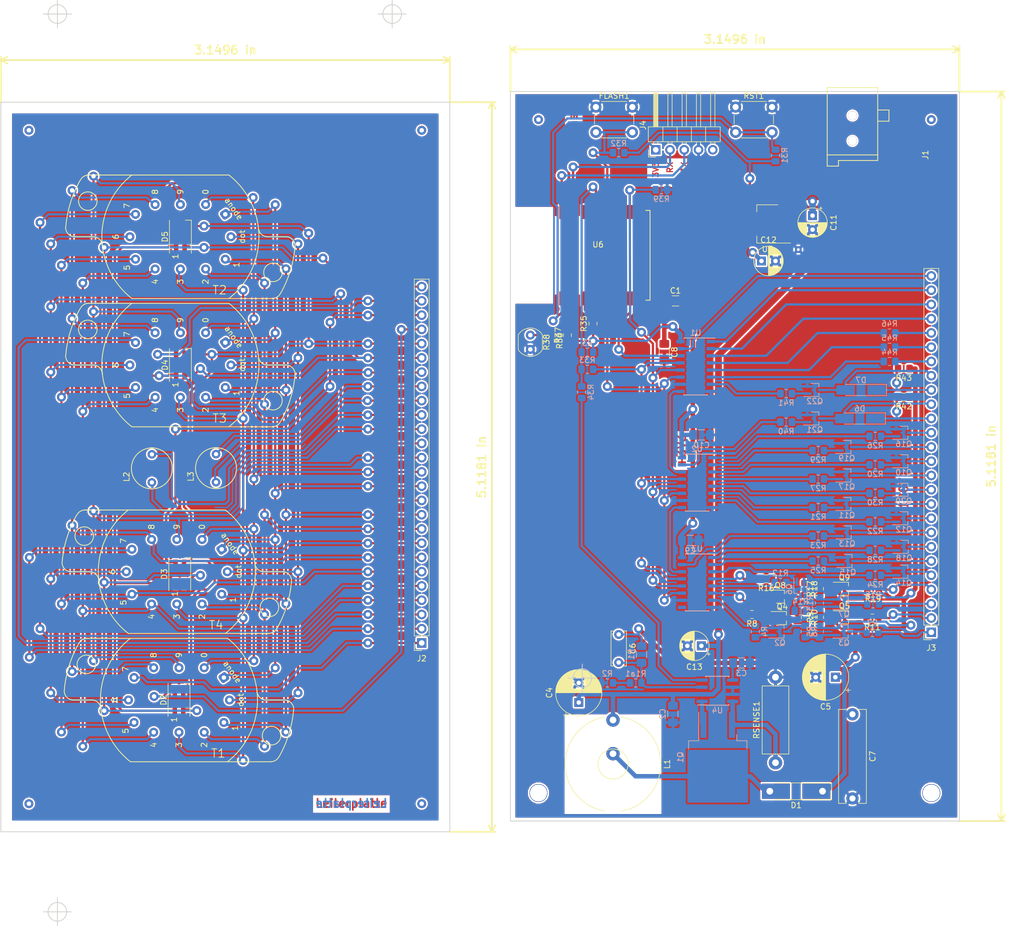
<source format=kicad_pcb>
(kicad_pcb (version 20171130) (host pcbnew 5.0.0+dfsg1-1)
  (layers (0 F.Cu signal) (31 B.Cu signal) (34 B.Paste user hide) (35 F.Paste user) (36 B.SilkS user hide) (37 F.SilkS user) (38 B.Mask user hide) (39 F.Mask user) (44 Edge.Cuts user))
  (net 0 "")
  (net 1 "Net-(D1-Pad2)")
  (net 2 "Net-(D2-Pad2)")
  (net 3 "Net-(D3-Pad2)")
  (net 4 "Net-(D4-Pad2)")
  (net 5 "Net-(Q1-Pad3)")
  (net 6 GND)
  (net 7 "Net-(C6-Pad2)")
  (net 8 "Net-(R1a1-Pad2)")
  (net 9 "Net-(Q2-Pad3)")
  (net 10 +3V3)
  (net 11 "Net-(D2-Pad1)")
  (net 12 "Net-(D2-Pad3)")
  (net 13 "Net-(D2-Pad4)")
  (net 14 "Net-(J2-Pad19)")
  (net 15 "Net-(J2-Pad18)")
  (net 16 "Net-(J2-Pad16)")
  (net 17 "Net-(J2-Pad17)")
  (net 18 "Net-(D5-Pad2)")
  (net 19 "Net-(J2-Pad12)")
  (net 20 "Net-(J2-Pad1)")
  (net 21 +9V)
  (net 22 "Net-(Q1-Pad1)")
  (net 23 "Net-(U1-Pad9)")
  (net 24 "Net-(U2-Pad9)")
  (net 25 "Net-(U3-Pad9)")
  (net 26 "Net-(C3-Pad1)")
  (net 27 /A4)
  (net 28 /A1)
  (net 29 /A2)
  (net 30 /A3)
  (net 31 /front_panel/A4)
  (net 32 /front_panel/A1)
  (net 33 /front_panel/A2)
  (net 34 /front_panel/A3)
  (net 35 "Net-(Q2-Pad1)")
  (net 36 "Net-(Q3-Pad1)")
  (net 37 /DRIVE_A1)
  (net 38 "Net-(Q4-Pad1)")
  (net 39 /DRIVE_A2)
  (net 40 "Net-(Q4-Pad3)")
  (net 41 "Net-(Q5-Pad1)")
  (net 42 "Net-(Q7-Pad1)")
  (net 43 /DRIVE_A3)
  (net 44 "Net-(Q6-Pad1)")
  (net 45 "Net-(Q5-Pad3)")
  (net 46 "Net-(Q7-Pad3)")
  (net 47 "Net-(Q6-Pad3)")
  (net 48 "Net-(Q3-Pad3)")
  (net 49 "Net-(Q9-Pad1)")
  (net 50 /DRIVE_A4)
  (net 51 "Net-(Q8-Pad1)")
  (net 52 "Net-(Q9-Pad3)")
  (net 53 "Net-(Q8-Pad3)")
  (net 54 /DRIVE_D1)
  (net 55 "Net-(Q11-Pad1)")
  (net 56 "Net-(Q12-Pad1)")
  (net 57 /DRIVE_D2)
  (net 58 /DRIVE_D9)
  (net 59 "Net-(Q19-Pad1)")
  (net 60 "Net-(Q20-Pad1)")
  (net 61 /DRIVE_DOT)
  (net 62 /DRIVE_D4)
  (net 63 "Net-(Q14-Pad1)")
  (net 64 "Net-(Q15-Pad1)")
  (net 65 /DRIVE_D5)
  (net 66 /DRIVE_D6)
  (net 67 "Net-(Q16-Pad1)")
  (net 68 "Net-(Q17-Pad1)")
  (net 69 /DRIVE_D7)
  (net 70 /DRIVE_D8)
  (net 71 "Net-(Q18-Pad1)")
  (net 72 "Net-(Q13-Pad1)")
  (net 73 /DRIVE_D3)
  (net 74 /DRIVE_D0)
  (net 75 "Net-(Q10-Pad1)")
  (net 76 /front_panel/D7)
  (net 77 /front_panel/D8)
  (net 78 /front_panel/D9)
  (net 79 /front_panel/D0)
  (net 80 /front_panel/DOT)
  (net 81 /front_panel/D1)
  (net 82 /front_panel/D2)
  (net 83 /front_panel/D3)
  (net 84 /front_panel/D4)
  (net 85 /front_panel/D5)
  (net 86 /front_panel/D6)
  (net 87 /D5)
  (net 88 /D4)
  (net 89 /D3)
  (net 90 /D2)
  (net 91 /D1)
  (net 92 /D0)
  (net 93 /DOT)
  (net 94 /D8)
  (net 95 /D7)
  (net 96 /D6)
  (net 97 /D9)
  (net 98 "Net-(R33-Pad1)")
  (net 99 BLANK)
  (net 100 HSPI_CS)
  (net 101 ADC)
  (net 102 "Net-(R35-Pad2)")
  (net 103 "Net-(R34-Pad1)")
  (net 104 FLASH)
  (net 105 RESET)
  (net 106 HSPI_CLK)
  (net 107 HSPI_MOSI)
  (net 108 "Net-(U6-Pad22)")
  (net 109 "Net-(U6-Pad21)")
  (net 110 "Net-(U6-Pad20)")
  (net 111 "Net-(U6-Pad19)")
  (net 112 "Net-(U6-Pad18)")
  (net 113 "Net-(U6-Pad17)")
  (net 114 "Net-(J4-Pad2)")
  (net 115 "Net-(U6-Pad14)")
  (net 116 "Net-(U6-Pad11)")
  (net 117 "Net-(U6-Pad6)")
  (net 118 "Net-(U6-Pad4)")
  (net 119 180V)
  (net 120 /ANODE_N2)
  (net 121 /ANODE_N1)
  (net 122 /DRIVE_S2)
  (net 123 "Net-(Q22-Pad1)")
  (net 124 "Net-(Q21-Pad1)")
  (net 125 /DRIVE_S1)
  (net 126 /CATHODE_N2)
  (net 127 /CATHODE_N1)
  (net 128 /RED)
  (net 129 /GREEN)
  (net 130 /BLUE)
  (net 131 /DRIVE_BLUE)
  (net 132 /DRIVE_GREEN)
  (net 133 /DRIVE_RED)
  (net 134 /DRIVE_LED_A3)
  (net 135 /DRIVE_LED_A2)
  (net 136 /DRIVE_LED_A1)
  (net 137 /DRIVE_LED_A4)
  (net 138 "Net-(J4-Pad3)")
  (net 139 +5V)
  (module PartsStash_RW:Thermal_Via (layer F.Cu) (at 192.024 61.976)
    (fp_text reference U7 hide)
    (fp_text value THERMAL_VIA hide)
    (pad ~ thru_hole circle (at 0 0 180) (size 1.2 1.2) (drill 0.5) (layers *.Cu *.Mask) (net 6 GND))
  )
  (module Capacitor_THT:CP_Radial_D5.0mm_P2.50mm (layer F.Cu) (at 194.564 55.92 270)
    (fp_text reference C11 (at 1.25 -3.75 270) (layer F.SilkS))
    (fp_text value 10uF)
    (pad 1 thru_hole rect (at 0 0 270) (size 1.6 1.6) (drill 0.8) (layers *.Cu *.Mask) (net 21 +9V))
    (pad 2 thru_hole circle (at 2.5 0 270) (size 1.6 1.6) (drill 0.8) (layers *.Cu *.Mask) (net 6 GND))
  )
  (module Capacitor_THT:CP_Radial_D5.0mm_P2.50mm (layer F.Cu) (at 185.46 64.008)
    (fp_text reference C12 (at 1.25 -3.75) (layer F.SilkS))
    (fp_text value 22uF)
    (pad 2 thru_hole circle (at 2.5 0) (size 1.6 1.6) (drill 0.8) (layers *.Cu *.Mask) (net 6 GND))
    (pad 1 thru_hole rect (at 0 0) (size 1.6 1.6) (drill 0.8) (layers *.Cu *.Mask) (net 10 +3V3))
  )
  (module Capacitor_THT:CP_Radial_D5.0mm_P2.50mm (layer F.Cu) (at 174.752 132.588 180)
    (fp_text reference C13 (at 1.25 -3.75 180) (layer F.SilkS))
    (fp_text value 10uF,25V)
    (pad 1 thru_hole rect (at 0 0 180) (size 1.6 1.6) (drill 0.8) (layers *.Cu *.Mask) (net 21 +9V))
    (pad 2 thru_hole circle (at 2.5 0 180) (size 1.6 1.6) (drill 0.8) (layers *.Cu *.Mask) (net 6 GND))
  )
  (module Resistor_THT:R_Axial_DIN0414_L11.9mm_D4.5mm_P15.24mm_Horizontal (layer F.Cu) (at 187.96 153.416 90)
    (fp_text reference RSENSE1 (at 7.62 -3.37 90) (layer F.SilkS))
    (fp_text value 0R1)
    (pad 1 thru_hole circle (at 0 0 90) (size 2.4 2.4) (drill 1.2) (layers *.Cu *.Mask) (net 5 "Net-(Q1-Pad3)"))
    (pad 2 thru_hole oval (at 15.24 0 90) (size 2.4 2.4) (drill 1.2) (layers *.Cu *.Mask) (net 6 GND))
  )
  (module PartsStash_RW:L_Toroid_Horizontal_D16.8mm_P6mm_AliExpress (layer F.Cu) (at 159.004 146.304 270)
    (fp_text reference L1 (at 7.35 -9.65 270) (layer F.SilkS))
    (fp_text value L)
    (pad 2 thru_hole circle (at 5.5 0 270) (size 2.4 2.4) (drill 1.2) (layers *.Cu *.Mask) (net 1 "Net-(D1-Pad2)"))
    (pad 1 thru_hole circle (at -0.5 0 270) (size 2.4 2.4) (drill 1.2) (layers *.Cu *.Mask) (net 21 +9V))
  )
  (module Capacitor_SMD:C_1206_3216Metric_Pad1.42x1.75mm_HandSolder (layer B.Cu) (at 174.7885 94.996)
    (fp_text reference C10 (at 0 1.82) (layer B.SilkS) (effects (justify mirror)))
    (fp_text value 100n)
    (pad 2 smd roundrect (at 1.4875 0) (size 1.425 1.75) (layers B.Cu B.Paste B.Mask) (roundrect_rratio 0.175439) (net 6 GND))
    (pad 1 smd roundrect (at -1.4875 0) (size 1.425 1.75) (layers B.Cu B.Paste B.Mask) (roundrect_rratio 0.175439) (net 10 +3V3))
  )
  (module Capacitor_SMD:C_1206_3216Metric_Pad1.42x1.75mm_HandSolder (layer B.Cu) (at 172.7565 113.792)
    (fp_text reference C9 (at 0 1.82) (layer B.SilkS) (effects (justify mirror)))
    (fp_text value 100n)
    (pad 1 smd roundrect (at -1.4875 0) (size 1.425 1.75) (layers B.Cu B.Paste B.Mask) (roundrect_rratio 0.175439) (net 10 +3V3))
    (pad 2 smd roundrect (at 1.4875 0) (size 1.425 1.75) (layers B.Cu B.Paste B.Mask) (roundrect_rratio 0.175439) (net 6 GND))
  )
  (module Capacitor_SMD:C_1206_3216Metric_Pad1.42x1.75mm_HandSolder (layer F.Cu) (at 168.148 80.264 270)
    (fp_text reference C8 (at 0 -1.82 270) (layer F.SilkS))
    (fp_text value 100n)
    (pad 2 smd roundrect (at 1.4875 0 270) (size 1.425 1.75) (layers F.Cu F.Paste F.Mask) (roundrect_rratio 0.175439) (net 6 GND))
    (pad 1 smd roundrect (at -1.4875 0 270) (size 1.425 1.75) (layers F.Cu F.Paste F.Mask) (roundrect_rratio 0.175439) (net 10 +3V3))
  )
  (module Capacitor_SMD:C_1206_3216Metric_Pad1.42x1.75mm_HandSolder (layer F.Cu) (at 170.1435 71.12)
    (fp_text reference C1 (at 0 -1.82) (layer F.SilkS))
    (fp_text value 100n)
    (pad 1 smd roundrect (at -1.4875 0) (size 1.425 1.75) (layers F.Cu F.Paste F.Mask) (roundrect_rratio 0.175439) (net 10 +3V3))
    (pad 2 smd roundrect (at 1.4875 0) (size 1.425 1.75) (layers F.Cu F.Paste F.Mask) (roundrect_rratio 0.175439) (net 6 GND))
  )
  (module Button_Switch_THT:SW_PUSH_6mm (layer F.Cu) (at 155.956 36.576)
    (fp_text reference FLASH1 (at 3.25 -2) (layer F.SilkS))
    (fp_text value SW_DIP_x01)
    (pad 1 thru_hole circle (at 6.5 0 90) (size 2 2) (drill 1.1) (layers *.Cu *.Mask) (net 6 GND))
    (pad 2 thru_hole circle (at 6.5 4.5 90) (size 2 2) (drill 1.1) (layers *.Cu *.Mask) (net 104 FLASH))
    (pad 1 thru_hole circle (at 0 0 90) (size 2 2) (drill 1.1) (layers *.Cu *.Mask) (net 6 GND))
    (pad 2 thru_hole circle (at 0 4.5 90) (size 2 2) (drill 1.1) (layers *.Cu *.Mask) (net 104 FLASH))
  )
  (module Button_Switch_THT:SW_PUSH_6mm (layer F.Cu) (at 180.848 36.576)
    (fp_text reference RST1 (at 3.25 -2) (layer F.SilkS))
    (fp_text value SW_DIP_x01)
    (pad 2 thru_hole circle (at 0 4.5 90) (size 2 2) (drill 1.1) (layers *.Cu *.Mask) (net 105 RESET))
    (pad 1 thru_hole circle (at 0 0 90) (size 2 2) (drill 1.1) (layers *.Cu *.Mask) (net 6 GND))
    (pad 2 thru_hole circle (at 6.5 4.5 90) (size 2 2) (drill 1.1) (layers *.Cu *.Mask) (net 105 RESET))
    (pad 1 thru_hole circle (at 6.5 0 90) (size 2 2) (drill 1.1) (layers *.Cu *.Mask) (net 6 GND))
  )
  (module Connector_PinHeader_2.54mm:PinHeader_1x05_P2.54mm_Horizontal (layer F.Cu) (at 166.624 44.196 90)
    (fp_text reference J4 (at 4.385 -2.27 90) (layer F.SilkS))
    (fp_text value Conn_01x04_Male)
    (pad 1 thru_hole rect (at 0 0 90) (size 1.7 1.7) (drill 1) (layers *.Cu *.Mask) (net 10 +3V3))
    (pad 2 thru_hole oval (at 0 2.54 90) (size 1.7 1.7) (drill 1) (layers *.Cu *.Mask) (net 114 "Net-(J4-Pad2)"))
    (pad 3 thru_hole oval (at 0 5.08 90) (size 1.7 1.7) (drill 1) (layers *.Cu *.Mask) (net 138 "Net-(J4-Pad3)"))
    (pad 4 thru_hole oval (at 0 7.62 90) (size 1.7 1.7) (drill 1) (layers *.Cu *.Mask) (net 6 GND))
    (pad 5 thru_hole oval (at 0 10.16 90) (size 1.7 1.7) (drill 1) (layers *.Cu *.Mask) (net 139 +5V))
  )
  (module Resistor_SMD:R_0805_2012Metric_Pad1.15x1.40mm_HandSolder (layer B.Cu) (at 208.28 81.915 180)
    (fp_text reference R44 (at 0 1.65 180) (layer B.SilkS) (effects (justify mirror)))
    (fp_text value 68R)
    (pad 1 smd roundrect (at -1.025 0 180) (size 1.15 1.4) (layers B.Cu B.Paste B.Mask) (roundrect_rratio 0.217391) (net 128 /RED))
    (pad 2 smd roundrect (at 1.025 0 180) (size 1.15 1.4) (layers B.Cu B.Paste B.Mask) (roundrect_rratio 0.217391) (net 133 /DRIVE_RED))
  )
  (module Resistor_SMD:R_0805_2012Metric_Pad1.15x1.40mm_HandSolder (layer B.Cu) (at 208.28 79.375 180)
    (fp_text reference R45 (at 0 1.65 180) (layer B.SilkS) (effects (justify mirror)))
    (fp_text value 15R)
    (pad 2 smd roundrect (at 1.025 0 180) (size 1.15 1.4) (layers B.Cu B.Paste B.Mask) (roundrect_rratio 0.217391) (net 132 /DRIVE_GREEN))
    (pad 1 smd roundrect (at -1.025 0 180) (size 1.15 1.4) (layers B.Cu B.Paste B.Mask) (roundrect_rratio 0.217391) (net 129 /GREEN))
  )
  (module Resistor_SMD:R_0805_2012Metric_Pad1.15x1.40mm_HandSolder (layer B.Cu) (at 208.28 76.835 180)
    (fp_text reference R46 (at 0 1.65 180) (layer B.SilkS) (effects (justify mirror)))
    (fp_text value 15R)
    (pad 1 smd roundrect (at -1.025 0 180) (size 1.15 1.4) (layers B.Cu B.Paste B.Mask) (roundrect_rratio 0.217391) (net 130 /BLUE))
    (pad 2 smd roundrect (at 1.025 0 180) (size 1.15 1.4) (layers B.Cu B.Paste B.Mask) (roundrect_rratio 0.217391) (net 131 /DRIVE_BLUE))
  )
  (module Diode_SMD:D_MiniMELF_Handsoldering (layer B.Cu) (at 202.99 92.075 180)
    (fp_text reference D6 (at 0 1.75 180) (layer B.SilkS) (effects (justify mirror)))
    (fp_text value "1N4763A 91V")
    (pad 2 smd rect (at 2.75 0 180) (size 3.3 1.7) (layers B.Cu B.Paste B.Mask) (net 127 /CATHODE_N1))
    (pad 1 smd rect (at -2.75 0 180) (size 3.3 1.7) (layers B.Cu B.Paste B.Mask) (net 121 /ANODE_N1))
  )
  (module Diode_SMD:D_MiniMELF_Handsoldering (layer B.Cu) (at 203.2 86.995 180)
    (fp_text reference D7 (at 0 1.75 180) (layer B.SilkS) (effects (justify mirror)))
    (fp_text value "1N4763A 91V")
    (pad 1 smd rect (at -2.75 0 180) (size 3.3 1.7) (layers B.Cu B.Paste B.Mask) (net 120 /ANODE_N2))
    (pad 2 smd rect (at 2.75 0 180) (size 3.3 1.7) (layers B.Cu B.Paste B.Mask) (net 126 /CATHODE_N2))
  )
  (module Package_SO:SOIC-16_3.9x9.9mm_P1.27mm (layer B.Cu) (at 173.99 121.285 180)
    (fp_text reference U3 (at 0 6 180) (layer B.SilkS) (effects (justify mirror)))
    (fp_text value 74HC595)
    (pad 1 smd rect (at -2.7 4.445 180) (size 1.5 0.6) (layers B.Cu B.Paste B.Mask) (net 70 /DRIVE_D8))
    (pad 2 smd rect (at -2.7 3.175 180) (size 1.5 0.6) (layers B.Cu B.Paste B.Mask) (net 65 /DRIVE_D5))
    (pad 3 smd rect (at -2.7 1.905 180) (size 1.5 0.6) (layers B.Cu B.Paste B.Mask) (net 62 /DRIVE_D4))
    (pad 4 smd rect (at -2.7 0.635 180) (size 1.5 0.6) (layers B.Cu B.Paste B.Mask) (net 50 /DRIVE_A4))
    (pad 5 smd rect (at -2.7 -0.635 180) (size 1.5 0.6) (layers B.Cu B.Paste B.Mask) (net 43 /DRIVE_A3))
    (pad 6 smd rect (at -2.7 -1.905 180) (size 1.5 0.6) (layers B.Cu B.Paste B.Mask) (net 39 /DRIVE_A2))
    (pad 7 smd rect (at -2.7 -3.175 180) (size 1.5 0.6) (layers B.Cu B.Paste B.Mask) (net 37 /DRIVE_A1))
    (pad 8 smd rect (at -2.7 -4.445 180) (size 1.5 0.6) (layers B.Cu B.Paste B.Mask) (net 6 GND))
    (pad 9 smd rect (at 2.7 -4.445 180) (size 1.5 0.6) (layers B.Cu B.Paste B.Mask) (net 25 "Net-(U3-Pad9)"))
    (pad 10 smd rect (at 2.7 -3.175 180) (size 1.5 0.6) (layers B.Cu B.Paste B.Mask) (net 6 GND))
    (pad 11 smd rect (at 2.7 -1.905 180) (size 1.5 0.6) (layers B.Cu B.Paste B.Mask) (net 106 HSPI_CLK))
    (pad 12 smd rect (at 2.7 -0.635 180) (size 1.5 0.6) (layers B.Cu B.Paste B.Mask) (net 100 HSPI_CS))
    (pad 13 smd rect (at 2.7 0.635 180) (size 1.5 0.6) (layers B.Cu B.Paste B.Mask) (net 98 "Net-(R33-Pad1)"))
    (pad 14 smd rect (at 2.7 1.905 180) (size 1.5 0.6) (layers B.Cu B.Paste B.Mask) (net 24 "Net-(U2-Pad9)"))
    (pad 15 smd rect (at 2.7 3.175 180) (size 1.5 0.6) (layers B.Cu B.Paste B.Mask) (net 73 /DRIVE_D3))
    (pad 16 smd rect (at 2.7 4.445 180) (size 1.5 0.6) (layers B.Cu B.Paste B.Mask) (net 10 +3V3))
  )
  (module Connector_PinSocket_2.54mm:PinSocket_1x26_P2.54mm_Vertical (layer F.Cu) (at 215.725 130.17 180)
    (fp_text reference J3 (at 0 -2.77 180) (layer F.SilkS))
    (fp_text value Conn_01x26_Female)
    (pad 1 thru_hole rect (at 0 0 180) (size 1.7 1.7) (drill 1) (layers *.Cu *.Mask) (net 28 /A1))
    (pad 2 thru_hole oval (at 0 2.54 180) (size 1.7 1.7) (drill 1) (layers *.Cu *.Mask) (net 29 /A2))
    (pad 3 thru_hole oval (at 0 5.08 180) (size 1.7 1.7) (drill 1) (layers *.Cu *.Mask) (net 30 /A3))
    (pad 4 thru_hole oval (at 0 7.62 180) (size 1.7 1.7) (drill 1) (layers *.Cu *.Mask) (net 27 /A4))
    (pad 5 thru_hole oval (at 0 10.16 180) (size 1.7 1.7) (drill 1) (layers *.Cu *.Mask) (net 88 /D4))
    (pad 6 thru_hole oval (at 0 12.7 180) (size 1.7 1.7) (drill 1) (layers *.Cu *.Mask) (net 87 /D5))
    (pad 7 thru_hole oval (at 0 15.24 180) (size 1.7 1.7) (drill 1) (layers *.Cu *.Mask) (net 94 /D8))
    (pad 8 thru_hole oval (at 0 17.78 180) (size 1.7 1.7) (drill 1) (layers *.Cu *.Mask) (net 89 /D3))
    (pad 9 thru_hole oval (at 0 20.32 180) (size 1.7 1.7) (drill 1) (layers *.Cu *.Mask) (net 90 /D2))
    (pad 10 thru_hole oval (at 0 22.86 180) (size 1.7 1.7) (drill 1) (layers *.Cu *.Mask) (net 91 /D1))
    (pad 11 thru_hole oval (at 0 25.4 180) (size 1.7 1.7) (drill 1) (layers *.Cu *.Mask) (net 93 /DOT))
    (pad 12 thru_hole oval (at 0 27.94 180) (size 1.7 1.7) (drill 1) (layers *.Cu *.Mask) (net 95 /D7))
    (pad 13 thru_hole oval (at 0 30.48 180) (size 1.7 1.7) (drill 1) (layers *.Cu *.Mask) (net 92 /D0))
    (pad 14 thru_hole oval (at 0 33.02 180) (size 1.7 1.7) (drill 1) (layers *.Cu *.Mask) (net 97 /D9))
    (pad 15 thru_hole oval (at 0 35.56 180) (size 1.7 1.7) (drill 1) (layers *.Cu *.Mask) (net 96 /D6))
    (pad 16 thru_hole oval (at 0 38.1 180) (size 1.7 1.7) (drill 1) (layers *.Cu *.Mask) (net 121 /ANODE_N1))
    (pad 17 thru_hole oval (at 0 40.64 180) (size 1.7 1.7) (drill 1) (layers *.Cu *.Mask) (net 127 /CATHODE_N1))
    (pad 18 thru_hole oval (at 0 43.18 180) (size 1.7 1.7) (drill 1) (layers *.Cu *.Mask) (net 120 /ANODE_N2))
    (pad 19 thru_hole oval (at 0 45.72 180) (size 1.7 1.7) (drill 1) (layers *.Cu *.Mask) (net 126 /CATHODE_N2))
    (pad 20 thru_hole oval (at 0 48.26 180) (size 1.7 1.7) (drill 1) (layers *.Cu *.Mask) (net 128 /RED))
    (pad 21 thru_hole oval (at 0 50.8 180) (size 1.7 1.7) (drill 1) (layers *.Cu *.Mask) (net 129 /GREEN))
    (pad 22 thru_hole oval (at 0 53.34 180) (size 1.7 1.7) (drill 1) (layers *.Cu *.Mask) (net 130 /BLUE))
    (pad 23 thru_hole oval (at 0 55.88 180) (size 1.7 1.7) (drill 1) (layers *.Cu *.Mask) (net 136 /DRIVE_LED_A1))
    (pad 24 thru_hole oval (at 0 58.42 180) (size 1.7 1.7) (drill 1) (layers *.Cu *.Mask) (net 135 /DRIVE_LED_A2))
    (pad 25 thru_hole oval (at 0 60.96 180) (size 1.7 1.7) (drill 1) (layers *.Cu *.Mask) (net 134 /DRIVE_LED_A3))
    (pad 26 thru_hole oval (at 0 63.5 180) (size 1.7 1.7) (drill 1) (layers *.Cu *.Mask) (net 137 /DRIVE_LED_A4))
  )
  (module Resistor_SMD:R_0805_2012Metric_Pad1.15x1.40mm_HandSolder (layer B.Cu) (at 195.58 117.475)
    (fp_text reference R25 (at 0 1.65) (layer B.SilkS) (effects (justify mirror)))
    (fp_text value 33k)
    (pad 2 smd roundrect (at 1.025 0) (size 1.15 1.4) (layers B.Cu B.Paste B.Mask) (roundrect_rratio 0.217391) (net 64 "Net-(Q15-Pad1)"))
    (pad 1 smd roundrect (at -1.025 0) (size 1.15 1.4) (layers B.Cu B.Paste B.Mask) (roundrect_rratio 0.217391) (net 65 /DRIVE_D5))
  )
  (module Package_TO_SOT_SMD:SOT-323_SC-70_Handsoldering (layer B.Cu) (at 194.945 92.075)
    (fp_text reference Q21 (at 0 2) (layer B.SilkS) (effects (justify mirror)))
    (fp_text value MMBTA42)
    (pad 3 smd rect (at 1.33 0 90) (size 0.45 1.5) (layers B.Cu B.Paste B.Mask) (net 127 /CATHODE_N1))
    (pad 2 smd rect (at -1.33 -0.65 90) (size 0.45 1.5) (layers B.Cu B.Paste B.Mask) (net 6 GND))
    (pad 1 smd rect (at -1.33 0.65 90) (size 0.45 1.5) (layers B.Cu B.Paste B.Mask) (net 124 "Net-(Q21-Pad1)"))
  )
  (module Package_TO_SOT_SMD:SOT-323_SC-70_Handsoldering (layer B.Cu) (at 194.958251 86.995)
    (fp_text reference Q22 (at 0 2) (layer B.SilkS) (effects (justify mirror)))
    (fp_text value MMBTA42)
    (pad 1 smd rect (at -1.33 0.65 90) (size 0.45 1.5) (layers B.Cu B.Paste B.Mask) (net 123 "Net-(Q22-Pad1)"))
    (pad 2 smd rect (at -1.33 -0.65 90) (size 0.45 1.5) (layers B.Cu B.Paste B.Mask) (net 6 GND))
    (pad 3 smd rect (at 1.33 0 90) (size 0.45 1.5) (layers B.Cu B.Paste B.Mask) (net 126 /CATHODE_N2))
  )
  (module Resistor_SMD:R_0805_2012Metric_Pad1.15x1.40mm_HandSolder (layer B.Cu) (at 189.865 92.71)
    (fp_text reference R40 (at 0 1.65) (layer B.SilkS) (effects (justify mirror)))
    (fp_text value 33k)
    (pad 2 smd roundrect (at 1.025 0) (size 1.15 1.4) (layers B.Cu B.Paste B.Mask) (roundrect_rratio 0.217391) (net 124 "Net-(Q21-Pad1)"))
    (pad 1 smd roundrect (at -1.025 0) (size 1.15 1.4) (layers B.Cu B.Paste B.Mask) (roundrect_rratio 0.217391) (net 125 /DRIVE_S1))
  )
  (module Resistor_SMD:R_0805_2012Metric_Pad1.15x1.40mm_HandSolder (layer B.Cu) (at 189.865 87.63)
    (fp_text reference R41 (at 0 1.65) (layer B.SilkS) (effects (justify mirror)))
    (fp_text value 33k)
    (pad 1 smd roundrect (at -1.025 0) (size 1.15 1.4) (layers B.Cu B.Paste B.Mask) (roundrect_rratio 0.217391) (net 122 /DRIVE_S2))
    (pad 2 smd roundrect (at 1.025 0) (size 1.15 1.4) (layers B.Cu B.Paste B.Mask) (roundrect_rratio 0.217391) (net 123 "Net-(Q22-Pad1)"))
  )
  (module Resistor_SMD:R_0805_2012Metric_Pad1.15x1.40mm_HandSolder (layer F.Cu) (at 210.82 88.265 180)
    (fp_text reference R42 (at 0 -1.65 180) (layer F.SilkS))
    (fp_text value 240k)
    (pad 2 smd roundrect (at 1.025 0 180) (size 1.15 1.4) (layers F.Cu F.Paste F.Mask) (roundrect_rratio 0.217391) (net 121 /ANODE_N1))
    (pad 1 smd roundrect (at -1.025 0 180) (size 1.15 1.4) (layers F.Cu F.Paste F.Mask) (roundrect_rratio 0.217391) (net 119 180V))
  )
  (module Resistor_SMD:R_0805_2012Metric_Pad1.15x1.40mm_HandSolder (layer F.Cu) (at 210.82 83.185 180)
    (fp_text reference R43 (at 0 -1.65 180) (layer F.SilkS))
    (fp_text value 240k)
    (pad 1 smd roundrect (at -1.025 0 180) (size 1.15 1.4) (layers F.Cu F.Paste F.Mask) (roundrect_rratio 0.217391) (net 119 180V))
    (pad 2 smd roundrect (at 1.025 0 180) (size 1.15 1.4) (layers F.Cu F.Paste F.Mask) (roundrect_rratio 0.217391) (net 120 /ANODE_N2))
  )
  (module ESP8266:ESP-12E_SMD (layer F.Cu) (at 149.988 69.977 90)
    (fp_text reference U6 (at 8.89 6.35 180) (layer F.SilkS))
    (fp_text value ESP-12E hide)
    (pad 22 smd rect (at 11.99 15 180) (size 2.5 1.1) (drill (offset -0.7 0)) (layers F.Cu F.Paste F.Mask) (net 108 "Net-(U6-Pad22)"))
    (pad 21 smd rect (at 9.99 15 180) (size 2.5 1.1) (drill (offset -0.7 0)) (layers F.Cu F.Paste F.Mask) (net 109 "Net-(U6-Pad21)"))
    (pad 20 smd rect (at 7.99 15 180) (size 2.5 1.1) (drill (offset -0.7 0)) (layers F.Cu F.Paste F.Mask) (net 110 "Net-(U6-Pad20)"))
    (pad 19 smd rect (at 5.99 15 180) (size 2.5 1.1) (drill (offset -0.7 0)) (layers F.Cu F.Paste F.Mask) (net 111 "Net-(U6-Pad19)"))
    (pad 18 smd rect (at 3.99 15 180) (size 2.5 1.1) (drill (offset -0.7 0)) (layers F.Cu F.Paste F.Mask) (net 112 "Net-(U6-Pad18)"))
    (pad 17 smd rect (at 1.99 15 180) (size 2.5 1.1) (drill (offset -0.7 0)) (layers F.Cu F.Paste F.Mask) (net 113 "Net-(U6-Pad17)"))
    (pad 16 smd rect (at 14 0 90) (size 2.5 1.1) (drill (offset 0.7 0)) (layers F.Cu F.Paste F.Mask) (net 138 "Net-(J4-Pad3)"))
    (pad 15 smd rect (at 14 2 90) (size 2.5 1.1) (drill (offset 0.7 0)) (layers F.Cu F.Paste F.Mask) (net 114 "Net-(J4-Pad2)"))
    (pad 14 smd rect (at 14 4 90) (size 2.5 1.1) (drill (offset 0.7 0)) (layers F.Cu F.Paste F.Mask) (net 115 "Net-(U6-Pad14)"))
    (pad 13 smd rect (at 14 6 90) (size 2.5 1.1) (drill (offset 0.7 0)) (layers F.Cu F.Paste F.Mask) (net 99 BLANK))
    (pad 12 smd rect (at 14 8 90) (size 2.5 1.1) (drill (offset 0.7 0)) (layers F.Cu F.Paste F.Mask) (net 104 FLASH))
    (pad 11 smd rect (at 14 10 90) (size 2.5 1.1) (drill (offset 0.7 0)) (layers F.Cu F.Paste F.Mask) (net 116 "Net-(U6-Pad11)"))
    (pad 10 smd rect (at 14 12 90) (size 2.5 1.1) (drill (offset 0.7 0)) (layers F.Cu F.Paste F.Mask) (net 100 HSPI_CS))
    (pad 9 smd rect (at 14 14 90) (size 2.5 1.1) (drill (offset 0.7 0)) (layers F.Cu F.Paste F.Mask) (net 6 GND))
    (pad 8 smd rect (at 0 14 90) (size 2.5 1.1) (drill (offset -0.7 0)) (layers F.Cu F.Paste F.Mask) (net 10 +3V3))
    (pad 7 smd rect (at 0 12 90) (size 2.5 1.1) (drill (offset -0.7 0)) (layers F.Cu F.Paste F.Mask) (net 107 HSPI_MOSI))
    (pad 6 smd rect (at 0 10 90) (size 2.5 1.1) (drill (offset -0.7 0)) (layers F.Cu F.Paste F.Mask) (net 117 "Net-(U6-Pad6)"))
    (pad 5 smd rect (at 0 8 90) (size 2.5 1.1) (drill (offset -0.7 0)) (layers F.Cu F.Paste F.Mask) (net 106 HSPI_CLK))
    (pad 4 smd rect (at 0 6 90) (size 2.5 1.1) (drill (offset -0.7 0)) (layers F.Cu F.Paste F.Mask) (net 118 "Net-(U6-Pad4)"))
    (pad 3 smd rect (at 0 4 90) (size 2.5 1.1) (drill (offset -0.7 0)) (layers F.Cu F.Paste F.Mask) (net 102 "Net-(R35-Pad2)"))
    (pad 2 smd rect (at 0 2 90) (size 2.5 1.1) (drill (offset -0.7 0)) (layers F.Cu F.Paste F.Mask) (net 101 ADC))
    (pad 1 smd rect (at 0 0 90) (size 2.5 1.1) (drill (offset -0.7 0)) (layers F.Cu F.Paste F.Mask) (net 105 RESET))
  )
  (module OptoDevice:R_LDR_4.9x4.2mm_P2.54mm_Vertical (layer F.Cu) (at 144.272 77.216 270)
    (fp_text reference R38 (at 1.27 -2.9 270) (layer F.SilkS))
    (fp_text value R_PHOTO)
    (pad 1 thru_hole circle (at 0 0 270) (size 1.6 1.6) (drill 0.8) (layers *.Cu *.Mask) (net 101 ADC))
    (pad 2 thru_hole circle (at 2.54 0 270) (size 1.6 1.6) (drill 0.8) (layers *.Cu *.Mask) (net 6 GND))
  )
  (module Resistor_SMD:R_0805_2012Metric_Pad1.15x1.40mm_HandSolder (layer B.Cu) (at 187.96 45.203 90)
    (fp_text reference R31 (at 0 1.65 90) (layer B.SilkS) (effects (justify mirror)))
    (fp_text value 10k)
    (pad 2 smd roundrect (at 1.025 0 90) (size 1.15 1.4) (layers B.Cu B.Paste B.Mask) (roundrect_rratio 0.217391) (net 105 RESET))
    (pad 1 smd roundrect (at -1.025 0 90) (size 1.15 1.4) (layers B.Cu B.Paste B.Mask) (roundrect_rratio 0.217391) (net 10 +3V3))
  )
  (module Resistor_SMD:R_0805_2012Metric_Pad1.15x1.40mm_HandSolder (layer B.Cu) (at 160.02 44.704 180)
    (fp_text reference R32 (at 0 1.65 180) (layer B.SilkS) (effects (justify mirror)))
    (fp_text value 10k)
    (pad 1 smd roundrect (at -1.025 0 180) (size 1.15 1.4) (layers B.Cu B.Paste B.Mask) (roundrect_rratio 0.217391) (net 10 +3V3))
    (pad 2 smd roundrect (at 1.025 0 180) (size 1.15 1.4) (layers B.Cu B.Paste B.Mask) (roundrect_rratio 0.217391) (net 104 FLASH))
  )
  (module Resistor_SMD:R_0805_2012Metric_Pad1.15x1.40mm_HandSolder (layer B.Cu) (at 153.416 87.385 90)
    (fp_text reference R34 (at 0 1.65 90) (layer B.SilkS) (effects (justify mirror)))
    (fp_text value 0R0)
    (pad 2 smd roundrect (at 1.025 0 90) (size 1.15 1.4) (layers B.Cu B.Paste B.Mask) (roundrect_rratio 0.217391) (net 99 BLANK))
    (pad 1 smd roundrect (at -1.025 0 90) (size 1.15 1.4) (layers B.Cu B.Paste B.Mask) (roundrect_rratio 0.217391) (net 103 "Net-(R34-Pad1)"))
  )
  (module Resistor_SMD:R_0805_2012Metric_Pad1.15x1.40mm_HandSolder (layer F.Cu) (at 155.448 75.175 90)
    (fp_text reference R35 (at 0 -1.65 90) (layer F.SilkS))
    (fp_text value 10k)
    (pad 2 smd roundrect (at 1.025 0 90) (size 1.15 1.4) (layers F.Cu F.Paste F.Mask) (roundrect_rratio 0.217391) (net 102 "Net-(R35-Pad2)"))
    (pad 1 smd roundrect (at -1.025 0 90) (size 1.15 1.4) (layers F.Cu F.Paste F.Mask) (roundrect_rratio 0.217391) (net 10 +3V3))
  )
  (module Resistor_SMD:R_0805_2012Metric_Pad1.15x1.40mm_HandSolder (layer F.Cu) (at 147.828 78.241 270)
    (fp_text reference R36 (at 0 -1.65 270) (layer F.SilkS))
    (fp_text value 4k7)
    (pad 2 smd roundrect (at 1.025 0 270) (size 1.15 1.4) (layers F.Cu F.Paste F.Mask) (roundrect_rratio 0.217391) (net 6 GND))
    (pad 1 smd roundrect (at -1.025 0 270) (size 1.15 1.4) (layers F.Cu F.Paste F.Mask) (roundrect_rratio 0.217391) (net 101 ADC))
  )
  (module Resistor_SMD:R_0805_2012Metric_Pad1.15x1.40mm_HandSolder (layer F.Cu) (at 150.876 77.225 90)
    (fp_text reference R37 (at 0 -1.65 90) (layer F.SilkS))
    (fp_text value 12k)
    (pad 1 smd roundrect (at -1.025 0 90) (size 1.15 1.4) (layers F.Cu F.Paste F.Mask) (roundrect_rratio 0.217391) (net 10 +3V3))
    (pad 2 smd roundrect (at 1.025 0 90) (size 1.15 1.4) (layers F.Cu F.Paste F.Mask) (roundrect_rratio 0.217391) (net 101 ADC))
  )
  (module Resistor_SMD:R_0805_2012Metric_Pad1.15x1.40mm_HandSolder (layer B.Cu) (at 167.64 51.308)
    (fp_text reference R39 (at 0 1.65) (layer B.SilkS) (effects (justify mirror)))
    (fp_text value 10k)
    (pad 2 smd roundrect (at 1.025 0) (size 1.15 1.4) (layers B.Cu B.Paste B.Mask) (roundrect_rratio 0.217391) (net 6 GND))
    (pad 1 smd roundrect (at -1.025 0) (size 1.15 1.4) (layers B.Cu B.Paste B.Mask) (roundrect_rratio 0.217391) (net 100 HSPI_CS))
  )
  (module Resistor_SMD:R_0805_2012Metric_Pad1.15x1.40mm_HandSolder (layer B.Cu) (at 154.423 83.312 180)
    (fp_text reference R33 (at 0 1.65 180) (layer B.SilkS) (effects (justify mirror)))
    (fp_text value 0R0)
    (pad 1 smd roundrect (at -1.025 0 180) (size 1.15 1.4) (layers B.Cu B.Paste B.Mask) (roundrect_rratio 0.217391) (net 98 "Net-(R33-Pad1)"))
    (pad 2 smd roundrect (at 1.025 0 180) (size 1.15 1.4) (layers B.Cu B.Paste B.Mask) (roundrect_rratio 0.217391) (net 99 BLANK))
  )
  (module Resistor_SMD:R_0805_2012Metric_Pad1.15x1.40mm_HandSolder (layer F.Cu) (at 186.3 120.65 180)
    (fp_text reference R16 (at 0 -1.65 180) (layer F.SilkS))
    (fp_text value 33k)
    (pad 2 smd roundrect (at 1.025 0 180) (size 1.15 1.4) (layers F.Cu F.Paste F.Mask) (roundrect_rratio 0.217391) (net 50 /DRIVE_A4))
    (pad 1 smd roundrect (at -1.025 0 180) (size 1.15 1.4) (layers F.Cu F.Paste F.Mask) (roundrect_rratio 0.217391) (net 51 "Net-(Q8-Pad1)"))
  )
  (module Package_TO_SOT_SMD:SOT-323_SC-70_Handsoldering (layer B.Cu) (at 192.405 122.495 270)
    (fp_text reference Q6 (at 0 2 270) (layer B.SilkS) (effects (justify mirror)))
    (fp_text value MMBTA42)
    (pad 3 smd rect (at 1.33 0) (size 0.45 1.5) (layers B.Cu B.Paste B.Mask) (net 47 "Net-(Q6-Pad3)"))
    (pad 2 smd rect (at -1.33 -0.65) (size 0.45 1.5) (layers B.Cu B.Paste B.Mask) (net 6 GND))
    (pad 1 smd rect (at -1.33 0.65) (size 0.45 1.5) (layers B.Cu B.Paste B.Mask) (net 44 "Net-(Q6-Pad1)"))
  )
  (module Resistor_SMD:R_0805_2012Metric_Pad1.15x1.40mm_HandSolder (layer B.Cu) (at 188.84 121.285 180)
    (fp_text reference R12 (at 0 1.65 180) (layer B.SilkS) (effects (justify mirror)))
    (fp_text value 33k)
    (pad 2 smd roundrect (at 1.025 0 180) (size 1.15 1.4) (layers B.Cu B.Paste B.Mask) (roundrect_rratio 0.217391) (net 43 /DRIVE_A3))
    (pad 1 smd roundrect (at -1.025 0 180) (size 1.15 1.4) (layers B.Cu B.Paste B.Mask) (roundrect_rratio 0.217391) (net 44 "Net-(Q6-Pad1)"))
  )
  (module Package_TO_SOT_SMD:SOT-323_SC-70_Handsoldering (layer B.Cu) (at 210.82 99.695)
    (fp_text reference Q10 (at 0 2) (layer B.SilkS) (effects (justify mirror)))
    (fp_text value MMBTA42)
    (pad 1 smd rect (at -1.33 0.65 90) (size 0.45 1.5) (layers B.Cu B.Paste B.Mask) (net 75 "Net-(Q10-Pad1)"))
    (pad 2 smd rect (at -1.33 -0.65 90) (size 0.45 1.5) (layers B.Cu B.Paste B.Mask) (net 6 GND))
    (pad 3 smd rect (at 1.33 0 90) (size 0.45 1.5) (layers B.Cu B.Paste B.Mask) (net 92 /D0))
  )
  (module Package_TO_SOT_SMD:SOT-323_SC-70_Handsoldering (layer B.Cu) (at 200.66 97.155)
    (fp_text reference Q19 (at 0 2) (layer B.SilkS) (effects (justify mirror)))
    (fp_text value MMBTA42)
    (pad 3 smd rect (at 1.33 0 90) (size 0.45 1.5) (layers B.Cu B.Paste B.Mask) (net 97 /D9))
    (pad 2 smd rect (at -1.33 -0.65 90) (size 0.45 1.5) (layers B.Cu B.Paste B.Mask) (net 6 GND))
    (pad 1 smd rect (at -1.33 0.65 90) (size 0.45 1.5) (layers B.Cu B.Paste B.Mask) (net 59 "Net-(Q19-Pad1)"))
  )
  (module Package_TO_SOT_SMD:SOT-323_SC-70_Handsoldering (layer B.Cu) (at 200.66 107.315)
    (fp_text reference Q11 (at 0 2) (layer B.SilkS) (effects (justify mirror)))
    (fp_text value MMBTA42)
    (pad 1 smd rect (at -1.33 0.65 90) (size 0.45 1.5) (layers B.Cu B.Paste B.Mask) (net 55 "Net-(Q11-Pad1)"))
    (pad 2 smd rect (at -1.33 -0.65 90) (size 0.45 1.5) (layers B.Cu B.Paste B.Mask) (net 6 GND))
    (pad 3 smd rect (at 1.33 0 90) (size 0.45 1.5) (layers B.Cu B.Paste B.Mask) (net 91 /D1))
  )
  (module Package_TO_SOT_SMD:SOT-323_SC-70_Handsoldering (layer B.Cu) (at 210.82 109.855)
    (fp_text reference Q12 (at 0 2) (layer B.SilkS) (effects (justify mirror)))
    (fp_text value MMBTA42)
    (pad 3 smd rect (at 1.33 0 90) (size 0.45 1.5) (layers B.Cu B.Paste B.Mask) (net 90 /D2))
    (pad 2 smd rect (at -1.33 -0.65 90) (size 0.45 1.5) (layers B.Cu B.Paste B.Mask) (net 6 GND))
    (pad 1 smd rect (at -1.33 0.65 90) (size 0.45 1.5) (layers B.Cu B.Paste B.Mask) (net 56 "Net-(Q12-Pad1)"))
  )
  (module Package_TO_SOT_SMD:SOT-323_SC-70_Handsoldering (layer B.Cu) (at 200.72 112.38)
    (fp_text reference Q13 (at 0 2) (layer B.SilkS) (effects (justify mirror)))
    (fp_text value MMBTA42)
    (pad 1 smd rect (at -1.33 0.65 90) (size 0.45 1.5) (layers B.Cu B.Paste B.Mask) (net 72 "Net-(Q13-Pad1)"))
    (pad 2 smd rect (at -1.33 -0.65 90) (size 0.45 1.5) (layers B.Cu B.Paste B.Mask) (net 6 GND))
    (pad 3 smd rect (at 1.33 0 90) (size 0.45 1.5) (layers B.Cu B.Paste B.Mask) (net 89 /D3))
  )
  (module Package_TO_SOT_SMD:SOT-323_SC-70_Handsoldering (layer B.Cu) (at 210.82 119.38)
    (fp_text reference Q14 (at 0 2) (layer B.SilkS) (effects (justify mirror)))
    (fp_text value MMBTA42)
    (pad 3 smd rect (at 1.33 0 90) (size 0.45 1.5) (layers B.Cu B.Paste B.Mask) (net 88 /D4))
    (pad 2 smd rect (at -1.33 -0.65 90) (size 0.45 1.5) (layers B.Cu B.Paste B.Mask) (net 6 GND))
    (pad 1 smd rect (at -1.33 0.65 90) (size 0.45 1.5) (layers B.Cu B.Paste B.Mask) (net 63 "Net-(Q14-Pad1)"))
  )
  (module Package_TO_SOT_SMD:SOT-323_SC-70_Handsoldering (layer B.Cu) (at 210.82 94.615)
    (fp_text reference Q16 (at 0 2) (layer B.SilkS) (effects (justify mirror)))
    (fp_text value MMBTA42)
    (pad 1 smd rect (at -1.33 0.65 90) (size 0.45 1.5) (layers B.Cu B.Paste B.Mask) (net 67 "Net-(Q16-Pad1)"))
    (pad 2 smd rect (at -1.33 -0.65 90) (size 0.45 1.5) (layers B.Cu B.Paste B.Mask) (net 6 GND))
    (pad 3 smd rect (at 1.33 0 90) (size 0.45 1.5) (layers B.Cu B.Paste B.Mask) (net 96 /D6))
  )
  (module Package_TO_SOT_SMD:SOT-323_SC-70_Handsoldering (layer B.Cu) (at 200.66 102.235)
    (fp_text reference Q17 (at 0 2) (layer B.SilkS) (effects (justify mirror)))
    (fp_text value MMBTA42)
    (pad 3 smd rect (at 1.33 0 90) (size 0.45 1.5) (layers B.Cu B.Paste B.Mask) (net 95 /D7))
    (pad 2 smd rect (at -1.33 -0.65 90) (size 0.45 1.5) (layers B.Cu B.Paste B.Mask) (net 6 GND))
    (pad 1 smd rect (at -1.33 0.65 90) (size 0.45 1.5) (layers B.Cu B.Paste B.Mask) (net 68 "Net-(Q17-Pad1)"))
  )
  (module Package_TO_SOT_SMD:SOT-323_SC-70_Handsoldering (layer B.Cu) (at 210.88 114.935)
    (fp_text reference Q18 (at 0 2) (layer B.SilkS) (effects (justify mirror)))
    (fp_text value MMBTA42)
    (pad 1 smd rect (at -1.33 0.65 90) (size 0.45 1.5) (layers B.Cu B.Paste B.Mask) (net 71 "Net-(Q18-Pad1)"))
    (pad 2 smd rect (at -1.33 -0.65 90) (size 0.45 1.5) (layers B.Cu B.Paste B.Mask) (net 6 GND))
    (pad 3 smd rect (at 1.33 0 90) (size 0.45 1.5) (layers B.Cu B.Paste B.Mask) (net 94 /D8))
  )
  (module Package_TO_SOT_SMD:SOT-323_SC-70_Handsoldering (layer B.Cu) (at 210.82 104.775)
    (fp_text reference Q20 (at 0 2) (layer B.SilkS) (effects (justify mirror)))
    (fp_text value MMBTA42)
    (pad 3 smd rect (at 1.33 0 90) (size 0.45 1.5) (layers B.Cu B.Paste B.Mask) (net 93 /DOT))
    (pad 2 smd rect (at -1.33 -0.65 90) (size 0.45 1.5) (layers B.Cu B.Paste B.Mask) (net 6 GND))
    (pad 1 smd rect (at -1.33 0.65 90) (size 0.45 1.5) (layers B.Cu B.Paste B.Mask) (net 60 "Net-(Q20-Pad1)"))
  )
  (module Package_TO_SOT_SMD:SOT-323_SC-70_Handsoldering (layer B.Cu) (at 200.854 117.475)
    (fp_text reference Q15 (at 0 2) (layer B.SilkS) (effects (justify mirror)))
    (fp_text value MMBTA42)
    (pad 1 smd rect (at -1.33 0.65 90) (size 0.45 1.5) (layers B.Cu B.Paste B.Mask) (net 64 "Net-(Q15-Pad1)"))
    (pad 2 smd rect (at -1.33 -0.65 90) (size 0.45 1.5) (layers B.Cu B.Paste B.Mask) (net 6 GND))
    (pad 3 smd rect (at 1.33 0 90) (size 0.45 1.5) (layers B.Cu B.Paste B.Mask) (net 87 /D5))
  )
  (module Resistor_SMD:R_0805_2012Metric_Pad1.15x1.40mm_HandSolder (layer B.Cu) (at 205.74 100.33)
    (fp_text reference R20 (at 0 1.65) (layer B.SilkS) (effects (justify mirror)))
    (fp_text value 33k)
    (pad 1 smd roundrect (at -1.025 0) (size 1.15 1.4) (layers B.Cu B.Paste B.Mask) (roundrect_rratio 0.217391) (net 74 /DRIVE_D0))
    (pad 2 smd roundrect (at 1.025 0) (size 1.15 1.4) (layers B.Cu B.Paste B.Mask) (roundrect_rratio 0.217391) (net 75 "Net-(Q10-Pad1)"))
  )
  (module Resistor_SMD:R_0805_2012Metric_Pad1.15x1.40mm_HandSolder (layer B.Cu) (at 195.58 113.03)
    (fp_text reference R23 (at 0 1.65) (layer B.SilkS) (effects (justify mirror)))
    (fp_text value 33k)
    (pad 2 smd roundrect (at 1.025 0) (size 1.15 1.4) (layers B.Cu B.Paste B.Mask) (roundrect_rratio 0.217391) (net 72 "Net-(Q13-Pad1)"))
    (pad 1 smd roundrect (at -1.025 0) (size 1.15 1.4) (layers B.Cu B.Paste B.Mask) (roundrect_rratio 0.217391) (net 73 /DRIVE_D3))
  )
  (module Resistor_SMD:R_0805_2012Metric_Pad1.15x1.40mm_HandSolder (layer B.Cu) (at 205.74 115.57)
    (fp_text reference R28 (at 0 1.65) (layer B.SilkS) (effects (justify mirror)))
    (fp_text value 33k)
    (pad 1 smd roundrect (at -1.025 0) (size 1.15 1.4) (layers B.Cu B.Paste B.Mask) (roundrect_rratio 0.217391) (net 70 /DRIVE_D8))
    (pad 2 smd roundrect (at 1.025 0) (size 1.15 1.4) (layers B.Cu B.Paste B.Mask) (roundrect_rratio 0.217391) (net 71 "Net-(Q18-Pad1)"))
  )
  (module Resistor_SMD:R_0805_2012Metric_Pad1.15x1.40mm_HandSolder (layer B.Cu) (at 195.58 102.87)
    (fp_text reference R27 (at 0 1.65) (layer B.SilkS) (effects (justify mirror)))
    (fp_text value 33k)
    (pad 2 smd roundrect (at 1.025 0) (size 1.15 1.4) (layers B.Cu B.Paste B.Mask) (roundrect_rratio 0.217391) (net 68 "Net-(Q17-Pad1)"))
    (pad 1 smd roundrect (at -1.025 0) (size 1.15 1.4) (layers B.Cu B.Paste B.Mask) (roundrect_rratio 0.217391) (net 69 /DRIVE_D7))
  )
  (module Resistor_SMD:R_0805_2012Metric_Pad1.15x1.40mm_HandSolder (layer B.Cu) (at 205.74 95.25)
    (fp_text reference R26 (at 0 1.65) (layer B.SilkS) (effects (justify mirror)))
    (fp_text value 33k)
    (pad 1 smd roundrect (at -1.025 0) (size 1.15 1.4) (layers B.Cu B.Paste B.Mask) (roundrect_rratio 0.217391) (net 66 /DRIVE_D6))
    (pad 2 smd roundrect (at 1.025 0) (size 1.15 1.4) (layers B.Cu B.Paste B.Mask) (roundrect_rratio 0.217391) (net 67 "Net-(Q16-Pad1)"))
  )
  (module Resistor_SMD:R_0805_2012Metric_Pad1.15x1.40mm_HandSolder (layer B.Cu) (at 205.74 120.015)
    (fp_text reference R24 (at 0 1.65) (layer B.SilkS) (effects (justify mirror)))
    (fp_text value 33k)
    (pad 1 smd roundrect (at -1.025 0) (size 1.15 1.4) (layers B.Cu B.Paste B.Mask) (roundrect_rratio 0.217391) (net 62 /DRIVE_D4))
    (pad 2 smd roundrect (at 1.025 0) (size 1.15 1.4) (layers B.Cu B.Paste B.Mask) (roundrect_rratio 0.217391) (net 63 "Net-(Q14-Pad1)"))
  )
  (module Resistor_SMD:R_0805_2012Metric_Pad1.15x1.40mm_HandSolder (layer B.Cu) (at 205.74 105.41)
    (fp_text reference R30 (at 0 1.65) (layer B.SilkS) (effects (justify mirror)))
    (fp_text value 33k)
    (pad 2 smd roundrect (at 1.025 0) (size 1.15 1.4) (layers B.Cu B.Paste B.Mask) (roundrect_rratio 0.217391) (net 60 "Net-(Q20-Pad1)"))
    (pad 1 smd roundrect (at -1.025 0) (size 1.15 1.4) (layers B.Cu B.Paste B.Mask) (roundrect_rratio 0.217391) (net 61 /DRIVE_DOT))
  )
  (module Resistor_SMD:R_0805_2012Metric_Pad1.15x1.40mm_HandSolder (layer B.Cu) (at 195.58 97.79)
    (fp_text reference R29 (at 0 1.65) (layer B.SilkS) (effects (justify mirror)))
    (fp_text value 33k)
    (pad 1 smd roundrect (at -1.025 0) (size 1.15 1.4) (layers B.Cu B.Paste B.Mask) (roundrect_rratio 0.217391) (net 58 /DRIVE_D9))
    (pad 2 smd roundrect (at 1.025 0) (size 1.15 1.4) (layers B.Cu B.Paste B.Mask) (roundrect_rratio 0.217391) (net 59 "Net-(Q19-Pad1)"))
  )
  (module Resistor_SMD:R_0805_2012Metric_Pad1.15x1.40mm_HandSolder (layer B.Cu) (at 205.74 110.49)
    (fp_text reference R22 (at 0 1.65) (layer B.SilkS) (effects (justify mirror)))
    (fp_text value 33k)
    (pad 2 smd roundrect (at 1.025 0) (size 1.15 1.4) (layers B.Cu B.Paste B.Mask) (roundrect_rratio 0.217391) (net 56 "Net-(Q12-Pad1)"))
    (pad 1 smd roundrect (at -1.025 0) (size 1.15 1.4) (layers B.Cu B.Paste B.Mask) (roundrect_rratio 0.217391) (net 57 /DRIVE_D2))
  )
  (module Resistor_SMD:R_0805_2012Metric_Pad1.15x1.40mm_HandSolder (layer B.Cu) (at 195.58 107.95)
    (fp_text reference R21 (at 0 1.65) (layer B.SilkS) (effects (justify mirror)))
    (fp_text value 33k)
    (pad 1 smd roundrect (at -1.025 0) (size 1.15 1.4) (layers B.Cu B.Paste B.Mask) (roundrect_rratio 0.217391) (net 54 /DRIVE_D1))
    (pad 2 smd roundrect (at 1.025 0) (size 1.15 1.4) (layers B.Cu B.Paste B.Mask) (roundrect_rratio 0.217391) (net 55 "Net-(Q11-Pad1)"))
  )
  (module Resistor_SMD:R_0805_2012Metric_Pad1.15x1.40mm_HandSolder (layer F.Cu) (at 195.816805 127.499742 90)
    (fp_text reference R9 (at 0 -1.65 90) (layer F.SilkS))
    (fp_text value 1M)
    (pad 1 smd roundrect (at -1.025 0 90) (size 1.15 1.4) (layers F.Cu F.Paste F.Mask) (roundrect_rratio 0.217391) (net 119 180V))
    (pad 2 smd roundrect (at 1.025 0 90) (size 1.15 1.4) (layers F.Cu F.Paste F.Mask) (roundrect_rratio 0.217391) (net 41 "Net-(Q5-Pad1)"))
  )
  (module Package_TO_SOT_SMD:SOT-323_SC-70_Handsoldering (layer F.Cu) (at 188.80652 123.825)
    (fp_text reference Q8 (at 0 -2) (layer F.SilkS))
    (fp_text value MMBTA42)
    (pad 3 smd rect (at 1.33 0 270) (size 0.45 1.5) (layers F.Cu F.Paste F.Mask) (net 53 "Net-(Q8-Pad3)"))
    (pad 2 smd rect (at -1.33 0.65 270) (size 0.45 1.5) (layers F.Cu F.Paste F.Mask) (net 6 GND))
    (pad 1 smd rect (at -1.33 -0.65 270) (size 0.45 1.5) (layers F.Cu F.Paste F.Mask) (net 51 "Net-(Q8-Pad1)"))
  )
  (module Package_TO_SOT_SMD:SOT-323_SC-70_Handsoldering (layer F.Cu) (at 200.23652 122.419742)
    (fp_text reference Q9 (at 0 -2) (layer F.SilkS))
    (fp_text value MMBTA92)
    (pad 1 smd rect (at -1.33 -0.65 270) (size 0.45 1.5) (layers F.Cu F.Paste F.Mask) (net 49 "Net-(Q9-Pad1)"))
    (pad 2 smd rect (at -1.33 0.65 270) (size 0.45 1.5) (layers F.Cu F.Paste F.Mask) (net 119 180V))
    (pad 3 smd rect (at 1.33 0 270) (size 0.45 1.5) (layers F.Cu F.Paste F.Mask) (net 52 "Net-(Q9-Pad3)"))
  )
  (module Resistor_SMD:R_0805_2012Metric_Pad1.15x1.40mm_HandSolder (layer F.Cu) (at 193.25152 122.419742 270)
    (fp_text reference R18 (at 0 -1.65 270) (layer F.SilkS))
    (fp_text value 1M)
    (pad 2 smd roundrect (at 1.025 0 270) (size 1.15 1.4) (layers F.Cu F.Paste F.Mask) (roundrect_rratio 0.217391) (net 53 "Net-(Q8-Pad3)"))
    (pad 1 smd roundrect (at -1.025 0 270) (size 1.15 1.4) (layers F.Cu F.Paste F.Mask) (roundrect_rratio 0.217391) (net 49 "Net-(Q9-Pad1)"))
  )
  (module Resistor_SMD:R_0805_2012Metric_Pad1.15x1.40mm_HandSolder (layer F.Cu) (at 205.35 122.555 180)
    (fp_text reference R19 (at 0 -1.65 180) (layer F.SilkS))
    (fp_text value 8k)
    (pad 1 smd roundrect (at -1.025 0 180) (size 1.15 1.4) (layers F.Cu F.Paste F.Mask) (roundrect_rratio 0.217) (net 27 /A4))
    (pad 2 smd roundrect (at 1.025 0 180) (size 1.15 1.4) (layers F.Cu F.Paste F.Mask) (roundrect_rratio 0.217391) (net 52 "Net-(Q9-Pad3)"))
  )
  (module Resistor_SMD:R_0805_2012Metric_Pad1.15x1.40mm_HandSolder (layer F.Cu) (at 195.79152 122.419742 90)
    (fp_text reference R17 (at 0 -1.65 90) (layer F.SilkS))
    (fp_text value 1M)
    (pad 1 smd roundrect (at -1.025 0 90) (size 1.15 1.4) (layers F.Cu F.Paste F.Mask) (roundrect_rratio 0.217391) (net 119 180V))
    (pad 2 smd roundrect (at 1.025 0 90) (size 1.15 1.4) (layers F.Cu F.Paste F.Mask) (roundrect_rratio 0.217391) (net 49 "Net-(Q9-Pad1)"))
  )
  (module Package_TO_SOT_SMD:SOT-323_SC-70_Handsoldering (layer B.Cu) (at 200.17652 124.959742)
    (fp_text reference Q7 (at 0 2) (layer B.SilkS) (effects (justify mirror)))
    (fp_text value MMBTA92)
    (pad 1 smd rect (at -1.33 0.65 90) (size 0.45 1.5) (layers B.Cu B.Paste B.Mask) (net 42 "Net-(Q7-Pad1)"))
    (pad 2 smd rect (at -1.33 -0.65 90) (size 0.45 1.5) (layers B.Cu B.Paste B.Mask) (net 119 180V))
    (pad 3 smd rect (at 1.33 0 90) (size 0.45 1.5) (layers B.Cu B.Paste B.Mask) (net 46 "Net-(Q7-Pad3)"))
  )
  (module Resistor_SMD:R_0805_2012Metric_Pad1.15x1.40mm_HandSolder (layer B.Cu) (at 192.405 126.365 180)
    (fp_text reference R14 (at 0 1.65 180) (layer B.SilkS) (effects (justify mirror)))
    (fp_text value 1M)
    (pad 2 smd roundrect (at 1.025 0 180) (size 1.15 1.4) (layers B.Cu B.Paste B.Mask) (roundrect_rratio 0.217391) (net 47 "Net-(Q6-Pad3)"))
    (pad 1 smd roundrect (at -1.025 0 180) (size 1.15 1.4) (layers B.Cu B.Paste B.Mask) (roundrect_rratio 0.217391) (net 42 "Net-(Q7-Pad1)"))
  )
  (module Resistor_SMD:R_0805_2012Metric_Pad1.15x1.40mm_HandSolder (layer B.Cu) (at 205.35 125.095 180)
    (fp_text reference R15 (at 0 1.65 180) (layer B.SilkS) (effects (justify mirror)))
    (fp_text value 8k)
    (pad 1 smd roundrect (at -1.025 0 180) (size 1.15 1.4) (layers B.Cu B.Paste B.Mask) (roundrect_rratio 0.217391) (net 30 /A3))
    (pad 2 smd roundrect (at 1.025 0 180) (size 1.15 1.4) (layers B.Cu B.Paste B.Mask) (roundrect_rratio 0.217) (net 46 "Net-(Q7-Pad3)"))
  )
  (module Resistor_SMD:R_0805_2012Metric_Pad1.15x1.40mm_HandSolder (layer F.Cu) (at 183.76 127 180)
    (fp_text reference R8 (at 0 -1.65 180) (layer F.SilkS))
    (fp_text value 33k)
    (pad 2 smd roundrect (at 1.025 0 180) (size 1.15 1.4) (layers F.Cu F.Paste F.Mask) (roundrect_rratio 0.217391) (net 39 /DRIVE_A2))
    (pad 1 smd roundrect (at -1.025 0 180) (size 1.15 1.4) (layers F.Cu F.Paste F.Mask) (roundrect_rratio 0.217391) (net 38 "Net-(Q4-Pad1)"))
  )
  (module Resistor_SMD:R_0805_2012Metric_Pad1.15x1.40mm_HandSolder (layer F.Cu) (at 193.276805 127.499742 270)
    (fp_text reference R10 (at 0 -1.65 270) (layer F.SilkS))
    (fp_text value 1M)
    (pad 2 smd roundrect (at 1.025 0 270) (size 1.15 1.4) (layers F.Cu F.Paste F.Mask) (roundrect_rratio 0.217391) (net 40 "Net-(Q4-Pad3)"))
    (pad 1 smd roundrect (at -1.025 0 270) (size 1.15 1.4) (layers F.Cu F.Paste F.Mask) (roundrect_rratio 0.217391) (net 41 "Net-(Q5-Pad1)"))
  )
  (module Resistor_SMD:R_0805_2012Metric_Pad1.15x1.40mm_HandSolder (layer F.Cu) (at 205.223 127.635 180)
    (fp_text reference R11 (at 0 -1.65 180) (layer F.SilkS))
    (fp_text value 8k)
    (pad 1 smd roundrect (at -1.025 0 180) (size 1.15 1.4) (layers F.Cu F.Paste F.Mask) (roundrect_rratio 0.217391) (net 29 /A2))
    (pad 2 smd roundrect (at 1.025 0 180) (size 1.15 1.4) (layers F.Cu F.Paste F.Mask) (roundrect_rratio 0.217391) (net 45 "Net-(Q5-Pad3)"))
  )
  (module Resistor_SMD:R_0805_2012Metric_Pad1.15x1.40mm_HandSolder (layer B.Cu) (at 195.79152 124.959742 270)
    (fp_text reference R13 (at 0 1.65 270) (layer B.SilkS) (effects (justify mirror)))
    (fp_text value 1M)
    (pad 1 smd roundrect (at -1.025 0 270) (size 1.15 1.4) (layers B.Cu B.Paste B.Mask) (roundrect_rratio 0.217391) (net 119 180V))
    (pad 2 smd roundrect (at 1.025 0 270) (size 1.15 1.4) (layers B.Cu B.Paste B.Mask) (roundrect_rratio 0.217391) (net 42 "Net-(Q7-Pad1)"))
  )
  (module Package_TO_SOT_SMD:SOT-323_SC-70_Handsoldering (layer F.Cu) (at 200.261805 127.499742)
    (fp_text reference Q5 (at 0 -2) (layer F.SilkS))
    (fp_text value MMBTA92)
    (pad 3 smd rect (at 1.33 0 270) (size 0.45 1.5) (layers F.Cu F.Paste F.Mask) (net 45 "Net-(Q5-Pad3)"))
    (pad 2 smd rect (at -1.33 0.65 270) (size 0.45 1.5) (layers F.Cu F.Paste F.Mask) (net 119 180V))
    (pad 1 smd rect (at -1.33 -0.65 270) (size 0.45 1.5) (layers F.Cu F.Paste F.Mask) (net 41 "Net-(Q5-Pad1)"))
  )
  (module Package_TO_SOT_SMD:SOT-323_SC-70_Handsoldering (layer F.Cu) (at 189.17 127.635)
    (fp_text reference Q4 (at 0 -2) (layer F.SilkS))
    (fp_text value MMBTA42)
    (pad 1 smd rect (at -1.33 -0.65 270) (size 0.45 1.5) (layers F.Cu F.Paste F.Mask) (net 38 "Net-(Q4-Pad1)"))
    (pad 2 smd rect (at -1.33 0.65 270) (size 0.45 1.5) (layers F.Cu F.Paste F.Mask) (net 6 GND))
    (pad 3 smd rect (at 1.33 0 270) (size 0.45 1.5) (layers F.Cu F.Paste F.Mask) (net 40 "Net-(Q4-Pad3)"))
  )
  (module Resistor_SMD:R_0805_2012Metric_Pad1.15x1.40mm_HandSolder (layer B.Cu) (at 205.223 130.175 180)
    (fp_text reference R7 (at 0 1.65 180) (layer B.SilkS) (effects (justify mirror)))
    (fp_text value 8k)
    (pad 2 smd roundrect (at 1.025 0 180) (size 1.15 1.4) (layers B.Cu B.Paste B.Mask) (roundrect_rratio 0.217391) (net 48 "Net-(Q3-Pad3)"))
    (pad 1 smd roundrect (at -1.025 0 180) (size 1.15 1.4) (layers B.Cu B.Paste B.Mask) (roundrect_rratio 0.217391) (net 28 /A1))
  )
  (module Resistor_SMD:R_0805_2012Metric_Pad1.15x1.40mm_HandSolder (layer B.Cu) (at 193.25152 130.039742 90)
    (fp_text reference R6 (at 0 1.65 90) (layer B.SilkS) (effects (justify mirror)))
    (fp_text value 1M)
    (pad 1 smd roundrect (at -1.025 0 90) (size 1.15 1.4) (layers B.Cu B.Paste B.Mask) (roundrect_rratio 0.217391) (net 36 "Net-(Q3-Pad1)"))
    (pad 2 smd roundrect (at 1.025 0 90) (size 1.15 1.4) (layers B.Cu B.Paste B.Mask) (roundrect_rratio 0.217391) (net 9 "Net-(Q2-Pad3)"))
  )
  (module Package_TO_SOT_SMD:SOT-323_SC-70_Handsoldering (layer B.Cu) (at 200.17652 130.039742)
    (fp_text reference Q3 (at 0 2) (layer B.SilkS) (effects (justify mirror)))
    (fp_text value MMBTA92)
    (pad 3 smd rect (at 1.33 0 90) (size 0.45 1.5) (layers B.Cu B.Paste B.Mask) (net 48 "Net-(Q3-Pad3)"))
    (pad 2 smd rect (at -1.33 -0.65 90) (size 0.45 1.5) (layers B.Cu B.Paste B.Mask) (net 119 180V))
    (pad 1 smd rect (at -1.33 0.65 90) (size 0.45 1.5) (layers B.Cu B.Paste B.Mask) (net 36 "Net-(Q3-Pad1)"))
  )
  (module Package_TO_SOT_SMD:SOT-323_SC-70_Handsoldering (layer B.Cu) (at 188.74652 130.039742)
    (fp_text reference Q2 (at 0 2) (layer B.SilkS) (effects (justify mirror)))
    (fp_text value MMBTA42)
    (pad 1 smd rect (at -1.33 0.65 90) (size 0.45 1.5) (layers B.Cu B.Paste B.Mask) (net 35 "Net-(Q2-Pad1)"))
    (pad 2 smd rect (at -1.33 -0.65 90) (size 0.45 1.5) (layers B.Cu B.Paste B.Mask) (net 6 GND))
    (pad 3 smd rect (at 1.33 0 90) (size 0.45 1.5) (layers B.Cu B.Paste B.Mask) (net 9 "Net-(Q2-Pad3)"))
  )
  (module Resistor_SMD:R_0805_2012Metric_Pad1.15x1.40mm_HandSolder (layer B.Cu) (at 195.79152 130.039742 270)
    (fp_text reference R5 (at 0 1.65 270) (layer B.SilkS) (effects (justify mirror)))
    (fp_text value 1M)
    (pad 1 smd roundrect (at -1.025 0 270) (size 1.15 1.4) (layers B.Cu B.Paste B.Mask) (roundrect_rratio 0.217391) (net 119 180V))
    (pad 2 smd roundrect (at 1.025 0 270) (size 1.15 1.4) (layers B.Cu B.Paste B.Mask) (roundrect_rratio 0.217391) (net 36 "Net-(Q3-Pad1)"))
  )
  (module Capacitor_THT:C_Disc_D6.0mm_W2.5mm_P5.00mm (layer F.Cu) (at 160.02 130.556 270)
    (fp_text reference C6 (at 2.5 -2.5 270) (layer F.SilkS))
    (fp_text value "100p 1kV")
    (pad 1 thru_hole circle (at 0 0 270) (size 1.6 1.6) (drill 0.8) (layers *.Cu *.Mask) (net 119 180V))
    (pad 2 thru_hole circle (at 5 0 270) (size 1.6 1.6) (drill 0.8) (layers *.Cu *.Mask) (net 7 "Net-(C6-Pad2)"))
  )
  (module Capacitor_THT:C_Rect_L16.5mm_W4.7mm_P15.00mm_MKT (layer F.Cu) (at 201.676 144.78 270)
    (fp_text reference C7 (at 7.5 -3.6 270) (layer F.SilkS))
    (fp_text value 100n,250V)
    (pad 1 thru_hole circle (at 0 0 270) (size 2.2 2.2) (drill 1.1) (layers *.Cu *.Mask) (net 119 180V))
    (pad 2 thru_hole circle (at 15 0 270) (size 2.2 2.2) (drill 1.1) (layers *.Cu *.Mask) (net 6 GND))
  )
  (module Capacitor_SMD:C_1206_3216Metric_Pad1.42x1.75mm_HandSolder (layer B.Cu) (at 169.672 144.7435 270)
    (fp_text reference C2 (at 0 1.82 270) (layer B.SilkS) (effects (justify mirror)))
    (fp_text value 100n)
    (pad 2 smd roundrect (at 1.4875 0 270) (size 1.425 1.75) (layers B.Cu B.Paste B.Mask) (roundrect_rratio 0.175439) (net 6 GND))
    (pad 1 smd roundrect (at -1.4875 0 270) (size 1.425 1.75) (layers B.Cu B.Paste B.Mask) (roundrect_rratio 0.175439) (net 21 +9V))
  )
  (module Capacitor_SMD:C_1206_3216Metric_Pad1.42x1.75mm_HandSolder (layer B.Cu) (at 181.9005 135.636)
    (fp_text reference C3 (at 0 1.82) (layer B.SilkS) (effects (justify mirror)))
    (fp_text value 100n)
    (pad 1 smd roundrect (at -1.4875 0) (size 1.425 1.75) (layers B.Cu B.Paste B.Mask) (roundrect_rratio 0.175439) (net 26 "Net-(C3-Pad1)"))
    (pad 2 smd roundrect (at 1.4875 0) (size 1.425 1.75) (layers B.Cu B.Paste B.Mask) (roundrect_rratio 0.175439) (net 6 GND))
  )
  (module Capacitor_THT:CP_Radial_D8.0mm_P3.50mm (layer F.Cu) (at 152.908 142.692 90)
    (fp_text reference C4 (at 1.75 -5.25 90) (layer F.SilkS))
    (fp_text value 100uF,25V)
    (pad 2 thru_hole circle (at 3.5 0 90) (size 1.6 1.6) (drill 0.8) (layers *.Cu *.Mask) (net 6 GND))
    (pad 1 thru_hole rect (at 0 0 90) (size 1.6 1.6) (drill 0.8) (layers *.Cu *.Mask) (net 21 +9V))
  )
  (module Capacitor_THT:CP_Radial_D8.0mm_P3.50mm (layer F.Cu) (at 198.628 138.176 180)
    (fp_text reference C5 (at 1.75 -5.25 180) (layer F.SilkS))
    (fp_text value 4.7uF,250V)
    (pad 1 thru_hole rect (at 0 0 180) (size 1.6 1.6) (drill 0.8) (layers *.Cu *.Mask) (net 119 180V))
    (pad 2 thru_hole circle (at 3.5 0 180) (size 1.6 1.6) (drill 0.8) (layers *.Cu *.Mask) (net 6 GND))
  )
  (module Connector_PinSocket_2.54mm:PinSocket_1x26_P2.54mm_Vertical (layer F.Cu) (at 124.92 132.075 180)
    (fp_text reference J2 (at 0 -2.77 180) (layer F.SilkS))
    (fp_text value Conn_01x26_Male)
    (pad 1 thru_hole rect (at 0 0 180) (size 1.7 1.7) (drill 1) (layers *.Cu *.Mask) (net 32 /front_panel/A1))
    (pad 2 thru_hole oval (at 0 2.54 180) (size 1.7 1.7) (drill 1) (layers *.Cu *.Mask) (net 33 /front_panel/A2))
    (pad 3 thru_hole oval (at 0 5.08 180) (size 1.7 1.7) (drill 1) (layers *.Cu *.Mask) (net 34 /front_panel/A3))
    (pad 4 thru_hole oval (at 0 7.62 180) (size 1.7 1.7) (drill 1) (layers *.Cu *.Mask) (net 31 /front_panel/A4))
    (pad 5 thru_hole oval (at 0 10.16 180) (size 1.7 1.7) (drill 1) (layers *.Cu *.Mask) (net 84 /front_panel/D4))
    (pad 6 thru_hole oval (at 0 12.7 180) (size 1.7 1.7) (drill 1) (layers *.Cu *.Mask) (net 85 /front_panel/D5))
    (pad 7 thru_hole oval (at 0 15.24 180) (size 1.7 1.7) (drill 1) (layers *.Cu *.Mask) (net 77 /front_panel/D8))
    (pad 8 thru_hole oval (at 0 17.78 180) (size 1.7 1.7) (drill 1) (layers *.Cu *.Mask) (net 83 /front_panel/D3))
    (pad 9 thru_hole oval (at 0 20.32 180) (size 1.7 1.7) (drill 1) (layers *.Cu *.Mask) (net 82 /front_panel/D2))
    (pad 10 thru_hole oval (at 0 22.86 180) (size 1.7 1.7) (drill 1) (layers *.Cu *.Mask) (net 81 /front_panel/D1))
    (pad 11 thru_hole oval (at 0 25.4 180) (size 1.7 1.7) (drill 1) (layers *.Cu *.Mask) (net 80 /front_panel/DOT))
    (pad 12 thru_hole oval (at 0 27.94 180) (size 1.7 1.7) (drill 1) (layers *.Cu *.Mask) (net 76 /front_panel/D7))
    (pad 13 thru_hole oval (at 0 30.48 180) (size 1.7 1.7) (drill 1) (layers *.Cu *.Mask) (net 79 /front_panel/D0))
    (pad 14 thru_hole oval (at 0 33.02 180) (size 1.7 1.7) (drill 1) (layers *.Cu *.Mask) (net 78 /front_panel/D9))
    (pad 15 thru_hole oval (at 0 35.56 180) (size 1.7 1.7) (drill 1) (layers *.Cu *.Mask) (net 86 /front_panel/D6))
    (pad 16 thru_hole oval (at 0 38.1 180) (size 1.7 1.7) (drill 1) (layers *.Cu *.Mask) (net 16 "Net-(J2-Pad16)"))
    (pad 17 thru_hole oval (at 0 40.64 180) (size 1.7 1.7) (drill 1) (layers *.Cu *.Mask) (net 17 "Net-(J2-Pad17)"))
    (pad 18 thru_hole oval (at 0 43.18 180) (size 1.7 1.7) (drill 1) (layers *.Cu *.Mask) (net 15 "Net-(J2-Pad18)"))
    (pad 19 thru_hole oval (at 0 45.72 180) (size 1.7 1.7) (drill 1) (layers *.Cu *.Mask) (net 14 "Net-(J2-Pad19)"))
    (pad 20 thru_hole oval (at 0 48.26 180) (size 1.7 1.7) (drill 1) (layers *.Cu *.Mask) (net 11 "Net-(D2-Pad1)"))
    (pad 21 thru_hole oval (at 0 50.8 180) (size 1.7 1.7) (drill 1) (layers *.Cu *.Mask) (net 12 "Net-(D2-Pad3)"))
    (pad 22 thru_hole oval (at 0 53.34 180) (size 1.7 1.7) (drill 1) (layers *.Cu *.Mask) (net 13 "Net-(D2-Pad4)"))
    (pad 23 thru_hole oval (at 0 55.88 180) (size 1.7 1.7) (drill 1) (layers *.Cu *.Mask) (net 2 "Net-(D2-Pad2)"))
    (pad 24 thru_hole oval (at 0 58.42 180) (size 1.7 1.7) (drill 1) (layers *.Cu *.Mask) (net 3 "Net-(D3-Pad2)"))
    (pad 25 thru_hole oval (at 0 60.96 180) (size 1.7 1.7) (drill 1) (layers *.Cu *.Mask) (net 4 "Net-(D4-Pad2)"))
    (pad 26 thru_hole oval (at 0 63.5 180) (size 1.7 1.7) (drill 1) (layers *.Cu *.Mask) (net 18 "Net-(D5-Pad2)"))
  )
  (module Package_SO:PowerIntegrations_SO-8 (layer B.Cu) (at 177.604 140.589)
    (fp_text reference U4 (at 0 3.5) (layer B.SilkS) (effects (justify mirror)))
    (fp_text value max1771)
    (pad 1 smd rect (at -2.725 1.905) (size 2 0.6) (layers B.Cu B.Paste B.Mask) (net 22 "Net-(Q1-Pad1)"))
    (pad 2 smd rect (at -2.725 0.635) (size 2 0.6) (layers B.Cu B.Paste B.Mask) (net 21 +9V))
    (pad 3 smd rect (at -2.725 -0.635) (size 2 0.6) (layers B.Cu B.Paste B.Mask) (net 7 "Net-(C6-Pad2)"))
    (pad 4 smd rect (at -2.725 -1.905) (size 2 0.6) (layers B.Cu B.Paste B.Mask) (net 103 "Net-(R34-Pad1)"))
    (pad 5 smd rect (at 2.725 -1.905) (size 2 0.6) (layers B.Cu B.Paste B.Mask) (net 26 "Net-(C3-Pad1)"))
    (pad 6 smd rect (at 2.725 -0.635) (size 2 0.6) (layers B.Cu B.Paste B.Mask) (net 6 GND))
    (pad 7 smd rect (at 2.725 0.635) (size 2 0.6) (layers B.Cu B.Paste B.Mask) (net 6 GND))
    (pad 8 smd rect (at 2.725 1.905) (size 2 0.6) (layers B.Cu B.Paste B.Mask) (net 5 "Net-(Q1-Pad3)"))
  )
  (module Package_SO:SOIC-16_3.9x9.9mm_P1.27mm (layer B.Cu) (at 173.99 103.505 180)
    (fp_text reference U2 (at 0 6 180) (layer B.SilkS) (effects (justify mirror)))
    (fp_text value 74HC595)
    (pad 16 smd rect (at 2.7 4.445 180) (size 1.5 0.6) (layers B.Cu B.Paste B.Mask) (net 10 +3V3))
    (pad 15 smd rect (at 2.7 3.175 180) (size 1.5 0.6) (layers B.Cu B.Paste B.Mask) (net 125 /DRIVE_S1))
    (pad 14 smd rect (at 2.7 1.905 180) (size 1.5 0.6) (layers B.Cu B.Paste B.Mask) (net 23 "Net-(U1-Pad9)"))
    (pad 13 smd rect (at 2.7 0.635 180) (size 1.5 0.6) (layers B.Cu B.Paste B.Mask) (net 98 "Net-(R33-Pad1)"))
    (pad 12 smd rect (at 2.7 -0.635 180) (size 1.5 0.6) (layers B.Cu B.Paste B.Mask) (net 100 HSPI_CS))
    (pad 11 smd rect (at 2.7 -1.905 180) (size 1.5 0.6) (layers B.Cu B.Paste B.Mask) (net 106 HSPI_CLK))
    (pad 10 smd rect (at 2.7 -3.175 180) (size 1.5 0.6) (layers B.Cu B.Paste B.Mask) (net 6 GND))
    (pad 9 smd rect (at 2.7 -4.445 180) (size 1.5 0.6) (layers B.Cu B.Paste B.Mask) (net 24 "Net-(U2-Pad9)"))
    (pad 8 smd rect (at -2.7 -4.445 180) (size 1.5 0.6) (layers B.Cu B.Paste B.Mask) (net 6 GND))
    (pad 7 smd rect (at -2.7 -3.175 180) (size 1.5 0.6) (layers B.Cu B.Paste B.Mask) (net 57 /DRIVE_D2))
    (pad 6 smd rect (at -2.7 -1.905 180) (size 1.5 0.6) (layers B.Cu B.Paste B.Mask) (net 54 /DRIVE_D1))
    (pad 5 smd rect (at -2.7 -0.635 180) (size 1.5 0.6) (layers B.Cu B.Paste B.Mask) (net 61 /DRIVE_DOT))
    (pad 4 smd rect (at -2.7 0.635 180) (size 1.5 0.6) (layers B.Cu B.Paste B.Mask) (net 69 /DRIVE_D7))
    (pad 3 smd rect (at -2.7 1.905 180) (size 1.5 0.6) (layers B.Cu B.Paste B.Mask) (net 74 /DRIVE_D0))
    (pad 2 smd rect (at -2.7 3.175 180) (size 1.5 0.6) (layers B.Cu B.Paste B.Mask) (net 58 /DRIVE_D9))
    (pad 1 smd rect (at -2.7 4.445 180) (size 1.5 0.6) (layers B.Cu B.Paste B.Mask) (net 66 /DRIVE_D6))
  )
  (module Package_SO:SOIC-16_3.9x9.9mm_P1.27mm (layer B.Cu) (at 173.736 82.804 180)
    (fp_text reference U1 (at 0 6 180) (layer B.SilkS) (effects (justify mirror)))
    (fp_text value 74HC595)
    (pad 1 smd rect (at -2.7 4.445 180) (size 1.5 0.6) (layers B.Cu B.Paste B.Mask) (net 134 /DRIVE_LED_A3))
    (pad 2 smd rect (at -2.7 3.175 180) (size 1.5 0.6) (layers B.Cu B.Paste B.Mask) (net 135 /DRIVE_LED_A2))
    (pad 3 smd rect (at -2.7 1.905 180) (size 1.5 0.6) (layers B.Cu B.Paste B.Mask) (net 136 /DRIVE_LED_A1))
    (pad 4 smd rect (at -2.7 0.635 180) (size 1.5 0.6) (layers B.Cu B.Paste B.Mask) (net 131 /DRIVE_BLUE))
    (pad 5 smd rect (at -2.7 -0.635 180) (size 1.5 0.6) (layers B.Cu B.Paste B.Mask) (net 132 /DRIVE_GREEN))
    (pad 6 smd rect (at -2.7 -1.905 180) (size 1.5 0.6) (layers B.Cu B.Paste B.Mask) (net 133 /DRIVE_RED))
    (pad 7 smd rect (at -2.7 -3.175 180) (size 1.5 0.6) (layers B.Cu B.Paste B.Mask) (net 122 /DRIVE_S2))
    (pad 8 smd rect (at -2.7 -4.445 180) (size 1.5 0.6) (layers B.Cu B.Paste B.Mask) (net 6 GND))
    (pad 9 smd rect (at 2.7 -4.445 180) (size 1.5 0.6) (layers B.Cu B.Paste B.Mask) (net 23 "Net-(U1-Pad9)"))
    (pad 10 smd rect (at 2.7 -3.175 180) (size 1.5 0.6) (layers B.Cu B.Paste B.Mask) (net 6 GND))
    (pad 11 smd rect (at 2.7 -1.905 180) (size 1.5 0.6) (layers B.Cu B.Paste B.Mask) (net 106 HSPI_CLK))
    (pad 12 smd rect (at 2.7 -0.635 180) (size 1.5 0.6) (layers B.Cu B.Paste B.Mask) (net 100 HSPI_CS))
    (pad 13 smd rect (at 2.7 0.635 180) (size 1.5 0.6) (layers B.Cu B.Paste B.Mask) (net 98 "Net-(R33-Pad1)"))
    (pad 14 smd rect (at 2.7 1.905 180) (size 1.5 0.6) (layers B.Cu B.Paste B.Mask) (net 107 HSPI_MOSI))
    (pad 15 smd rect (at 2.7 3.175 180) (size 1.5 0.6) (layers B.Cu B.Paste B.Mask) (net 137 /DRIVE_LED_A4))
    (pad 16 smd rect (at 2.7 4.445 180) (size 1.5 0.6) (layers B.Cu B.Paste B.Mask) (net 10 +3V3))
  )
  (module Package_TO_SOT_SMD:SOT-223-3_TabPin2 (layer F.Cu) (at 186.538 57.404 180)
    (fp_text reference U5 (at 0 -4.5 180) (layer F.SilkS))
    (fp_text value AP1117-33)
    (pad 2 smd rect (at 3.15 0 180) (size 2 3.8) (layers F.Cu F.Paste F.Mask) (net 10 +3V3))
    (pad 2 smd rect (at -3.15 0 180) (size 2 1.5) (layers F.Cu F.Paste F.Mask) (net 10 +3V3))
    (pad 3 smd rect (at -3.15 2.3 180) (size 2 1.5) (layers F.Cu F.Paste F.Mask) (net 21 +9V))
    (pad 1 smd rect (at -3.15 -2.3 180) (size 2 1.5) (layers F.Cu F.Paste F.Mask) (net 6 GND))
  )
  (module Package_TO_SOT_SMD:TO-263-2 (layer B.Cu) (at 177.673 152.454 270)
    (fp_text reference Q1 (at 0 6.65 270) (layer B.SilkS) (effects (justify mirror)))
    (fp_text value IRF640)
    (pad 1 smd rect (at -5.775 2.54 270) (size 4.6 1.1) (layers B.Cu B.Paste B.Mask) (net 22 "Net-(Q1-Pad1)"))
    (pad 3 smd rect (at -5.775 -2.54 270) (size 4.6 1.1) (layers B.Cu B.Paste B.Mask) (net 5 "Net-(Q1-Pad3)"))
    (pad 2 smd rect (at 3.375 0 270) (size 9.4 10.8) (layers B.Cu B.Mask) (net 1 "Net-(D1-Pad2)"))
  )
  (module Parts:AliExpress55mmBarelJack (layer F.Cu) (at 201.676 38.1 270)
    (fp_text reference J1 (at 7 -13 270) (layer F.SilkS))
    (fp_text value Jack-DC)
    (pad ~ thru_hole circle (at 0 0 270) (size 1.6 1.6) (drill 1.6) (layers *.Cu *.Mask))
    (pad ~ thru_hole circle (at 4.5 0 270) (size 1.6 1.6) (drill 1.6) (layers *.Cu *.Mask))
    (pad 2 smd rect (at 0 5.5 270) (size 3 3) (drill (offset 0 0.5)) (layers F.Cu F.Paste F.Mask) (net 6 GND))
    (pad 3 smd rect (at 5.7 5.5 270) (size 3 3) (drill (offset 0 0.5)) (layers F.Cu F.Paste F.Mask) (net 6 GND))
    (pad 1 smd rect (at 0 -5.5 270) (size 3 3) (drill (offset 0 -0.5)) (layers F.Cu F.Paste F.Mask) (net 21 +9V))
    (pad 1 smd rect (at 5.7 -5.5 270) (size 3 3) (drill (offset 0 -0.5)) (layers F.Cu F.Paste F.Mask) (net 21 +9V))
  )
  (module Parts:D_MELF-RM10_Universal_Handsoldering (layer F.Cu) (at 191.644 158.496 180)
    (fp_text reference D1 (at 0 -2.5 180) (layer F.SilkS))
    (fp_text value ES2J)
    (pad 1 thru_hole rect (at -4.7 0 180) (size 5 2.7) (drill 1.19888 (offset 1.1 0)) (layers *.Cu *.Mask) (net 119 180V))
    (pad 2 thru_hole rect (at 4.7 0) (size 5 2.7) (drill 1.19888 (offset 1.1 0)) (layers *.Cu *.Mask) (net 1 "Net-(D1-Pad2)"))
  )
  (module Parts:IN-12_0.8mm (layer F.Cu) (at 81.28 119.38 90)
    (fp_text reference T4 (at -9.5 7 180) (layer F.SilkS) (effects (font (size 1.5 1.5))))
    (fp_text value IN-12 hide)
    (fp_text user 1 (at -5 10 90) (layer F.SilkS))
    (fp_text user 2 (at -8 4.5 90) (layer F.SilkS))
    (fp_text user 3 (at -8 0 90) (layer F.SilkS))
    (fp_text user 4 (at -8 -4.5 90) (layer F.SilkS))
    (fp_text user 5 (at -5.5 -9.5 90) (layer F.SilkS))
    (fp_text user 6 (at 0 -11.5 90) (layer F.SilkS))
    (fp_text user 7 (at 5.5 -9.5 90) (layer F.SilkS))
    (fp_text user 8 (at 8 -4.5 90) (layer F.SilkS))
    (fp_text user 9 (at 8 0 90) (layer F.SilkS))
    (fp_text user 0 (at 8 4.5 90) (layer F.SilkS))
    (fp_text user anode (at 5 9.5 125) (layer F.SilkS))
    (fp_text user dot (at 0 11 90) (layer F.SilkS))
    (pad 6 thru_hole circle (at 0 -9 90) (size 1.6 1.6) (drill 0.8) (layers *.Cu *.Mask) (net 86 /front_panel/D6))
    (pad 7 thru_hole circle (at -4 -8 90) (size 1.6 1.6) (drill 0.8) (layers *.Cu *.Mask) (net 85 /front_panel/D5))
    (pad 8 thru_hole circle (at -5.75 -4.5 90) (size 1.6 1.6) (drill 0.8) (layers *.Cu *.Mask) (net 84 /front_panel/D4))
    (pad 9 thru_hole circle (at -5.75 0 90) (size 1.6 1.6) (drill 0.8) (layers *.Cu *.Mask) (net 83 /front_panel/D3))
    (pad 10 thru_hole circle (at -5.75 4.5 90) (size 1.6 1.6) (drill 0.8) (layers *.Cu *.Mask) (net 82 /front_panel/D2))
    (pad 11 thru_hole oval (at -4 8 90) (size 1.6 1.6) (drill 0.8) (layers *.Cu *.Mask) (net 81 /front_panel/D1))
    (pad 12 thru_hole circle (at 0 9 90) (size 1.6 1.6) (drill 0.8) (layers *.Cu *.Mask) (net 80 /front_panel/DOT))
    (pad 1 thru_hole roundrect (at 4 8 35) (size 1.6 1.6) (drill 0.8) (layers *.Cu *.Mask) (net 31 /front_panel/A4))
    (pad 2 thru_hole circle (at 5.75 4.5 90) (size 1.6 1.6) (drill 0.8) (layers *.Cu *.Mask) (net 79 /front_panel/D0))
    (pad 3 thru_hole circle (at 5.75 0 90) (size 1.6 1.6) (drill 0.8) (layers *.Cu *.Mask) (net 78 /front_panel/D9))
    (pad 4 thru_hole circle (at 5.75 -4.5 90) (size 1.6 1.6) (drill 0.8) (layers *.Cu *.Mask) (net 77 /front_panel/D8))
    (pad 5 thru_hole circle (at 4 -8 90) (size 1.6 1.6) (drill 0.8) (layers *.Cu *.Mask) (net 76 /front_panel/D7))
  )
  (module Parts:IN-12_0.8mm (layer F.Cu) (at 81.915 82.55 90)
    (fp_text reference T3 (at -9.5 7 180) (layer F.SilkS) (effects (font (size 1.5 1.5))))
    (fp_text value IN-12 hide)
    (fp_text user dot (at 0 11 90) (layer F.SilkS))
    (fp_text user anode (at 5 9.5 125) (layer F.SilkS))
    (fp_text user 0 (at 8 4.5 90) (layer F.SilkS))
    (fp_text user 9 (at 8 0 90) (layer F.SilkS))
    (fp_text user 8 (at 8 -4.5 90) (layer F.SilkS))
    (fp_text user 7 (at 5.5 -9.5 90) (layer F.SilkS))
    (fp_text user 6 (at 0 -11.5 90) (layer F.SilkS))
    (fp_text user 5 (at -5.5 -9.5 90) (layer F.SilkS))
    (fp_text user 4 (at -8 -4.5 90) (layer F.SilkS))
    (fp_text user 3 (at -8 0 90) (layer F.SilkS))
    (fp_text user 2 (at -8 4.5 90) (layer F.SilkS))
    (fp_text user 1 (at -5 10 90) (layer F.SilkS))
    (pad 5 thru_hole circle (at 4 -8 90) (size 1.6 1.6) (drill 0.8) (layers *.Cu *.Mask) (net 76 /front_panel/D7))
    (pad 4 thru_hole circle (at 5.75 -4.5 90) (size 1.6 1.6) (drill 0.8) (layers *.Cu *.Mask) (net 77 /front_panel/D8))
    (pad 3 thru_hole circle (at 5.75 0 90) (size 1.6 1.6) (drill 0.8) (layers *.Cu *.Mask) (net 78 /front_panel/D9))
    (pad 2 thru_hole circle (at 5.75 4.5 90) (size 1.6 1.6) (drill 0.8) (layers *.Cu *.Mask) (net 79 /front_panel/D0))
    (pad 1 thru_hole roundrect (at 4 8 35) (size 1.6 1.6) (drill 0.8) (layers *.Cu *.Mask) (net 34 /front_panel/A3))
    (pad 12 thru_hole circle (at 0 9 90) (size 1.6 1.6) (drill 0.8) (layers *.Cu *.Mask) (net 80 /front_panel/DOT))
    (pad 11 thru_hole oval (at -4 8 90) (size 1.6 1.6) (drill 0.8) (layers *.Cu *.Mask) (net 81 /front_panel/D1))
    (pad 10 thru_hole circle (at -5.75 4.5 90) (size 1.6 1.6) (drill 0.8) (layers *.Cu *.Mask) (net 82 /front_panel/D2))
    (pad 9 thru_hole circle (at -5.75 0 90) (size 1.6 1.6) (drill 0.8) (layers *.Cu *.Mask) (net 83 /front_panel/D3))
    (pad 8 thru_hole circle (at -5.75 -4.5 90) (size 1.6 1.6) (drill 0.8) (layers *.Cu *.Mask) (net 84 /front_panel/D4))
    (pad 7 thru_hole circle (at -4 -8 90) (size 1.6 1.6) (drill 0.8) (layers *.Cu *.Mask) (net 85 /front_panel/D5))
    (pad 6 thru_hole circle (at 0 -9 90) (size 1.6 1.6) (drill 0.8) (layers *.Cu *.Mask) (net 86 /front_panel/D6))
  )
  (module Parts:IN-12_0.8mm (layer F.Cu) (at 81.915 59.69 90)
    (fp_text reference T2 (at -9.5 7 180) (layer F.SilkS) (effects (font (size 1.5 1.5))))
    (fp_text value IN-12 hide)
    (fp_text user 1 (at -5 10 90) (layer F.SilkS))
    (fp_text user 2 (at -8 4.5 90) (layer F.SilkS))
    (fp_text user 3 (at -8 0 90) (layer F.SilkS))
    (fp_text user 4 (at -8 -4.5 90) (layer F.SilkS))
    (fp_text user 5 (at -5.5 -9.5 90) (layer F.SilkS))
    (fp_text user 6 (at 0 -11.5 90) (layer F.SilkS))
    (fp_text user 7 (at 5.5 -9.5 90) (layer F.SilkS))
    (fp_text user 8 (at 8 -4.5 90) (layer F.SilkS))
    (fp_text user 9 (at 8 0 90) (layer F.SilkS))
    (fp_text user 0 (at 8 4.5 90) (layer F.SilkS))
    (fp_text user anode (at 5 9.5 125) (layer F.SilkS))
    (fp_text user dot (at 0 11 90) (layer F.SilkS))
    (pad 6 thru_hole circle (at 0 -9 90) (size 1.6 1.6) (drill 0.8) (layers *.Cu *.Mask) (net 86 /front_panel/D6))
    (pad 7 thru_hole circle (at -4 -8 90) (size 1.6 1.6) (drill 0.8) (layers *.Cu *.Mask) (net 85 /front_panel/D5))
    (pad 8 thru_hole circle (at -5.75 -4.5 90) (size 1.6 1.6) (drill 0.8) (layers *.Cu *.Mask) (net 84 /front_panel/D4))
    (pad 9 thru_hole circle (at -5.75 0 90) (size 1.6 1.6) (drill 0.8) (layers *.Cu *.Mask) (net 83 /front_panel/D3))
    (pad 10 thru_hole circle (at -5.75 4.5 90) (size 1.6 1.6) (drill 0.8) (layers *.Cu *.Mask) (net 82 /front_panel/D2))
    (pad 11 thru_hole oval (at -4 8 90) (size 1.6 1.6) (drill 0.8) (layers *.Cu *.Mask) (net 81 /front_panel/D1))
    (pad 12 thru_hole circle (at 0 9 90) (size 1.6 1.6) (drill 0.8) (layers *.Cu *.Mask) (net 80 /front_panel/DOT))
    (pad 1 thru_hole roundrect (at 4 8 35) (size 1.6 1.6) (drill 0.8) (layers *.Cu *.Mask) (net 33 /front_panel/A2))
    (pad 2 thru_hole circle (at 5.75 4.5 90) (size 1.6 1.6) (drill 0.8) (layers *.Cu *.Mask) (net 79 /front_panel/D0))
    (pad 3 thru_hole circle (at 5.75 0 90) (size 1.6 1.6) (drill 0.8) (layers *.Cu *.Mask) (net 78 /front_panel/D9))
    (pad 4 thru_hole circle (at 5.75 -4.5 90) (size 1.6 1.6) (drill 0.8) (layers *.Cu *.Mask) (net 77 /front_panel/D8))
    (pad 5 thru_hole circle (at 4 -8 90) (size 1.6 1.6) (drill 0.8) (layers *.Cu *.Mask) (net 76 /front_panel/D7))
  )
  (module Parts:IN-12_0.8mm (layer F.Cu) (at 81.661 142.24 90)
    (fp_text reference T1 (at -9.5 7 180) (layer F.SilkS) (effects (font (size 1.5 1.5))))
    (fp_text value IN-12 hide)
    (fp_text user dot (at 0 11 90) (layer F.SilkS))
    (fp_text user anode (at 5 9.5 125) (layer F.SilkS))
    (fp_text user 0 (at 8 4.5 90) (layer F.SilkS))
    (fp_text user 9 (at 8 0 90) (layer F.SilkS))
    (fp_text user 8 (at 8 -4.5 90) (layer F.SilkS))
    (fp_text user 7 (at 5.5 -9.5 90) (layer F.SilkS))
    (fp_text user 6 (at 0 -11.5 90) (layer F.SilkS))
    (fp_text user 5 (at -5.5 -9.5 90) (layer F.SilkS))
    (fp_text user 4 (at -8 -4.5 90) (layer F.SilkS))
    (fp_text user 3 (at -8 0 90) (layer F.SilkS))
    (fp_text user 2 (at -8 4.5 90) (layer F.SilkS))
    (fp_text user 1 (at -5 10 90) (layer F.SilkS))
    (pad 5 thru_hole circle (at 4 -8 90) (size 1.6 1.6) (drill 0.8) (layers *.Cu *.Mask) (net 76 /front_panel/D7))
    (pad 4 thru_hole circle (at 5.75 -4.5 90) (size 1.6 1.6) (drill 0.8) (layers *.Cu *.Mask) (net 77 /front_panel/D8))
    (pad 3 thru_hole circle (at 5.75 0 90) (size 1.6 1.6) (drill 0.8) (layers *.Cu *.Mask) (net 78 /front_panel/D9))
    (pad 2 thru_hole circle (at 5.75 4.5 90) (size 1.6 1.6) (drill 0.8) (layers *.Cu *.Mask) (net 79 /front_panel/D0))
    (pad 1 thru_hole roundrect (at 4 8 35) (size 1.6 1.6) (drill 0.8) (layers *.Cu *.Mask) (net 32 /front_panel/A1))
    (pad 12 thru_hole circle (at 0 9 90) (size 1.6 1.6) (drill 0.8) (layers *.Cu *.Mask) (net 80 /front_panel/DOT))
    (pad 11 thru_hole oval (at -4 8 90) (size 1.6 1.6) (drill 0.8) (layers *.Cu *.Mask) (net 81 /front_panel/D1))
    (pad 10 thru_hole circle (at -5.75 4.5 90) (size 1.6 1.6) (drill 0.8) (layers *.Cu *.Mask) (net 82 /front_panel/D2))
    (pad 9 thru_hole circle (at -5.75 0 90) (size 1.6 1.6) (drill 0.8) (layers *.Cu *.Mask) (net 83 /front_panel/D3))
    (pad 8 thru_hole circle (at -5.75 -4.5 90) (size 1.6 1.6) (drill 0.8) (layers *.Cu *.Mask) (net 84 /front_panel/D4))
    (pad 7 thru_hole circle (at -4 -8 90) (size 1.6 1.6) (drill 0.8) (layers *.Cu *.Mask) (net 85 /front_panel/D5))
    (pad 6 thru_hole circle (at 0 -9 90) (size 1.6 1.6) (drill 0.8) (layers *.Cu *.Mask) (net 86 /front_panel/D6))
  )
  (module Parts:LED_3528_3.5x2.8mm (layer F.Cu) (at 81.915 82.55 90)
    (fp_text reference D4 (at 0 -2.75 90) (layer F.SilkS))
    (fp_text value LED_RGB_CA hide)
    (fp_text user 1 (at -3.5 -0.875 90) (layer F.SilkS))
    (pad 1 smd rect (at -1.7 -0.75 270) (size 1.8 0.8) (layers F.Cu F.Paste F.Mask) (net 11 "Net-(D2-Pad1)"))
    (pad 3 smd rect (at -1.7 0.75 270) (size 1.8 0.8) (layers F.Cu F.Paste F.Mask) (net 12 "Net-(D2-Pad3)"))
    (pad 2 smd rect (at 1.7 -0.75 270) (size 1.8 0.8) (layers F.Cu F.Paste F.Mask) (net 4 "Net-(D4-Pad2)"))
    (pad 4 smd rect (at 1.7 0.75 270) (size 1.8 0.8) (layers F.Cu F.Paste F.Mask) (net 13 "Net-(D2-Pad4)"))
  )
  (module Parts:LED_3528_3.5x2.8mm (layer F.Cu) (at 81.915 59.69 90)
    (fp_text reference D5 (at 0 -2.75 90) (layer F.SilkS))
    (fp_text value LED_RGB_CA hide)
    (fp_text user 1 (at -3.5 -0.875 90) (layer F.SilkS))
    (pad 4 smd rect (at 1.7 0.75 270) (size 1.8 0.8) (layers F.Cu F.Paste F.Mask) (net 13 "Net-(D2-Pad4)"))
    (pad 2 smd rect (at 1.7 -0.75 270) (size 1.8 0.8) (layers F.Cu F.Paste F.Mask) (net 18 "Net-(D5-Pad2)"))
    (pad 3 smd rect (at -1.7 0.75 270) (size 1.8 0.8) (layers F.Cu F.Paste F.Mask) (net 12 "Net-(D2-Pad3)"))
    (pad 1 smd rect (at -1.7 -0.75 270) (size 1.8 0.8) (layers F.Cu F.Paste F.Mask) (net 11 "Net-(D2-Pad1)"))
  )
  (module Parts:ins-1 (layer F.Cu) (at 76.835 100.965 90)
    (fp_text reference L2 (at -1.5 -4.5 90) (layer F.SilkS))
    (fp_text value ins-1)
    (pad 1 thru_hole circle (at -2.5 0 90) (size 1.524 1.524) (drill 0.762) (layers *.Cu *.Mask) (net 16 "Net-(J2-Pad16)"))
    (pad 2 thru_hole circle (at 2.5 0 90) (size 1.524 1.524) (drill 0.762) (layers *.Cu *.Mask) (net 17 "Net-(J2-Pad17)"))
  )
  (module Parts:ins-1 (layer F.Cu) (at 88.265 100.925 90)
    (fp_text reference L3 (at -1.5 -4.5 90) (layer F.SilkS))
    (fp_text value ins-1)
    (pad 2 thru_hole circle (at 2.5 0 90) (size 1.524 1.524) (drill 0.762) (layers *.Cu *.Mask) (net 14 "Net-(J2-Pad19)"))
    (pad 1 thru_hole circle (at -2.5 0 90) (size 1.524 1.524) (drill 0.762) (layers *.Cu *.Mask) (net 15 "Net-(J2-Pad18)"))
  )
  (module PartsStash:LED_3528_3.5x2.8mm (layer F.Cu) (at 81.8 119.81 90)
    (fp_text reference D3 (at 0 -2.75 90) (layer F.SilkS))
    (fp_text value LED_RGB_CA hide)
    (fp_text user 1 (at -3.5 -0.875 90) (layer F.SilkS))
    (pad 4 smd rect (at 1.7 0.75 270) (size 1.8 0.8) (layers F.Cu F.Paste F.Mask) (net 13 "Net-(D2-Pad4)"))
    (pad 2 smd rect (at 1.7 -0.75 270) (size 1.8 0.8) (layers F.Cu F.Paste F.Mask) (net 3 "Net-(D3-Pad2)"))
    (pad 3 smd rect (at -1.7 0.75 270) (size 1.8 0.8) (layers F.Cu F.Paste F.Mask) (net 12 "Net-(D2-Pad3)"))
    (pad 1 smd rect (at -1.7 -0.75 270) (size 1.8 0.8) (layers F.Cu F.Paste F.Mask) (net 11 "Net-(D2-Pad1)"))
  )
  (module PartsStash:LED_3528_3.5x2.8mm (layer F.Cu) (at 81.669972 142.235 90)
    (fp_text reference D2 (at 0 -2.75 90) (layer F.SilkS))
    (fp_text value LED_RGB_CA hide)
    (fp_text user 1 (at -3.5 -0.875 90) (layer F.SilkS))
    (pad 1 smd rect (at -1.7 -0.75 270) (size 1.8 0.8) (layers F.Cu F.Paste F.Mask) (net 11 "Net-(D2-Pad1)"))
    (pad 3 smd rect (at -1.7 0.75 270) (size 1.8 0.8) (layers F.Cu F.Paste F.Mask) (net 12 "Net-(D2-Pad3)"))
    (pad 2 smd rect (at 1.7 -0.75 270) (size 1.8 0.8) (layers F.Cu F.Paste F.Mask) (net 2 "Net-(D2-Pad2)"))
    (pad 4 smd rect (at 1.7 0.75 270) (size 1.8 0.8) (layers F.Cu F.Paste F.Mask) (net 13 "Net-(D2-Pad4)"))
  )
  (module Resistor_SMD:R_0805_2012Metric_Pad1.15x1.40mm_HandSolder (layer B.Cu) (at 184.36152 130.039742 90)
    (fp_text reference R4 (at 0 1.65 90) (layer B.SilkS) (effects (justify mirror)))
    (fp_text value 33k)
    (pad 2 smd roundrect (at 1.025 0 90) (size 1.15 1.4) (layers B.Cu B.Paste B.Mask) (roundrect_rratio 0.217391) (net 37 /DRIVE_A1))
    (pad 1 smd roundrect (at -1.025 0 90) (size 1.15 1.4) (layers B.Cu B.Paste B.Mask) (roundrect_rratio 0.217391) (net 35 "Net-(Q2-Pad1)"))
  )
  (module Resistor_SMD:R_0805_2012Metric_Pad1.15x1.40mm_HandSolder (layer B.Cu) (at 154.441 80.264 180)
    (fp_text reference R3 (at 0 1.65 180) (layer B.SilkS) (effects (justify mirror)))
    (fp_text value 10k)
    (pad 1 smd roundrect (at -1.025 0 180) (size 1.15 1.4) (layers B.Cu B.Paste B.Mask) (roundrect_rratio 0.217391) (net 10 +3V3))
    (pad 2 smd roundrect (at 1.025 0 180) (size 1.15 1.4) (layers B.Cu B.Paste B.Mask) (roundrect_rratio 0.217391) (net 99 BLANK))
  )
  (module Resistor_SMD:R_0805_2012Metric_Pad1.15x1.40mm_HandSolder (layer B.Cu) (at 163.059 139.192 180)
    (fp_text reference R1a1 (at 0 1.65 180) (layer B.SilkS) (effects (justify mirror)))
    (fp_text value 2.7k)
    (pad 2 smd roundrect (at 1.025 0 180) (size 1.15 1.4) (layers B.Cu B.Paste B.Mask) (roundrect_rratio 0.217391) (net 8 "Net-(R1a1-Pad2)"))
    (pad 1 smd roundrect (at -1.025 0 180) (size 1.15 1.4) (layers B.Cu B.Paste B.Mask) (roundrect_rratio 0.217391) (net 7 "Net-(C6-Pad2)"))
  )
  (module Resistor_SMD:R_0805_2012Metric_Pad1.15x1.40mm_HandSolder (layer B.Cu) (at 157.979 139.192 180)
    (fp_text reference R2 (at 0 1.65 180) (layer B.SilkS) (effects (justify mirror)))
    (fp_text value 10k)
    (pad 1 smd roundrect (at -1.025 0 180) (size 1.15 1.4) (layers B.Cu B.Paste B.Mask) (roundrect_rratio 0.217391) (net 8 "Net-(R1a1-Pad2)"))
    (pad 2 smd roundrect (at 1.025 0 180) (size 1.15 1.4) (layers B.Cu B.Paste B.Mask) (roundrect_rratio 0.217391) (net 6 GND))
  )
  (module Resistor_SMD:R_1206_3216Metric_Pad1.42x1.75mm_HandSolder (layer B.Cu) (at 164.084 134.112 270)
    (fp_text reference R1 (at 0 1.82 270) (layer B.SilkS) (effects (justify mirror)))
    (fp_text value 1.5M)
    (pad 1 smd roundrect (at -1.4875 0 270) (size 1.425 1.75) (layers B.Cu B.Paste B.Mask) (roundrect_rratio 0.175439) (net 119 180V))
    (pad 2 smd roundrect (at 1.4875 0 270) (size 1.425 1.75) (layers B.Cu B.Paste B.Mask) (roundrect_rratio 0.175439) (net 7 "Net-(C6-Pad2)"))
  )
  (gr_text +3V3 (at 171.196 97.79 90) (layer F.Cu) (effects (font (size 1.5 1.5) (thickness 0.3))))
  (gr_text N/A (at 176.784 46.228 90) (layer F.Cu) (effects (font (size 1 1) (thickness 0.2)) (justify right)))
  (gr_text GND (at 174.244 46.228 90) (layer F.Cu) (effects (font (size 1 1) (thickness 0.2)) (justify right)))
  (gr_text TX (at 171.704 46.228 90) (layer F.Cu) (effects (font (size 1 1) (thickness 0.2)) (justify right)))
  (gr_text RX (at 169.164 46.228 90) (layer F.Cu) (effects (font (size 1 1) (thickness 0.2)) (justify right)))
  (gr_text +3V3 (at 166.624 46.228 90) (layer F.Cu) (effects (font (size 1 1) (thickness 0.2)) (justify right)))
  (gr_text flash (at 151.892 39.116 90) (layer F.Cu) (effects (font (size 1.5 1.5) (thickness 0.3))))
  (gr_text reset (at 190.5 38.608 90) (layer F.Cu) (effects (font (size 1.5 1.5) (thickness 0.3))))
  (gr_text 180V (at 210.82 105.41 90) (layer F.Cu) (effects (font (size 1.5 1.5) (thickness 0.3))))
  (gr_line (start 220.725 163.81) (end 140.725 163.81) (layer Edge.Cuts) (width 0.15))
  (dimension 80 (width 0.3) (layer F.SilkS) (gr_text "80.000 mm" (at 180.725 24.21) (layer F.SilkS) (effects (font (size 1.5 1.5) (thickness 0.3)))) (feature1 (pts (xy 140.725 33.81) (xy 140.725 25.723579))) (feature2 (pts (xy 220.725 33.81) (xy 220.725 25.723579))) (crossbar (pts (xy 220.725 26.31) (xy 140.725 26.31))) (arrow1a (pts (xy 140.725 26.31) (xy 141.851504 25.723579))) (arrow1b (pts (xy 140.725 26.31) (xy 141.851504 26.896421))) (arrow2a (pts (xy 220.725 26.31) (xy 219.598496 25.723579))) (arrow2b (pts (xy 220.725 26.31) (xy 219.598496 26.896421))))
  (gr_line (start 140.725 33.81) (end 140.725 163.81) (layer Edge.Cuts) (width 0.15))
  (gr_line (start 140.725 33.81) (end 220.725 33.81) (layer Edge.Cuts) (width 0.15))
  (gr_line (start 220.725 33.81) (end 220.725 163.81) (layer Edge.Cuts) (width 0.15))
  (dimension 130 (width 0.3) (layer F.SilkS) (gr_text "130.000 mm" (at 230.325 98.81 270) (layer F.SilkS) (effects (font (size 1.5 1.5) (thickness 0.3)))) (feature1 (pts (xy 220.725 163.81) (xy 228.811421 163.81))) (feature2 (pts (xy 220.725 33.81) (xy 228.811421 33.81))) (crossbar (pts (xy 228.225 33.81) (xy 228.225 163.81))) (arrow1a (pts (xy 228.225 163.81) (xy 227.638579 162.683496))) (arrow1b (pts (xy 228.225 163.81) (xy 228.811421 162.683496))) (arrow2a (pts (xy 228.225 33.81) (xy 227.638579 34.936504))) (arrow2b (pts (xy 228.225 33.81) (xy 228.811421 34.936504))))
  (target plus (at 153.528 138.344) (size 5) (width 0.15) (layer Edge.Cuts))
  (target plus (at 60 20) (size 5) (width 0.15) (layer Edge.Cuts))
  (target plus (at 119.661988 20) (size 5) (width 0.15) (layer Edge.Cuts))
  (target plus (at 60 179.984601) (size 5) (width 0.15) (layer Edge.Cuts))
  (gr_text Leiterplatte (at 112.395 160.655) (layer B.Cu) (effects (font (size 1.5 1.5) (thickness 0.3)) (justify mirror)))
  (gr_text Leiterplatte (at 112.395 160.655) (layer F.Cu) (effects (font (size 1.5 1.5) (thickness 0.3))))
  (dimension 130 (width 0.3) (layer F.SilkS) (gr_text "130.000 mm" (at 139.52 100.715 270) (layer F.SilkS) (effects (font (size 1.5 1.5) (thickness 0.3)))) (feature1 (pts (xy 129.92 165.715) (xy 138.006421 165.715))) (feature2 (pts (xy 129.92 35.715) (xy 138.006421 35.715))) (crossbar (pts (xy 137.42 35.715) (xy 137.42 165.715))) (arrow1a (pts (xy 137.42 165.715) (xy 136.833579 164.588496))) (arrow1b (pts (xy 137.42 165.715) (xy 138.006421 164.588496))) (arrow2a (pts (xy 137.42 35.715) (xy 136.833579 36.841504))) (arrow2b (pts (xy 137.42 35.715) (xy 138.006421 36.841504))))
  (dimension 80 (width 0.3) (layer F.SilkS) (gr_text "80.000 mm" (at 89.92 26.115) (layer F.SilkS) (effects (font (size 1.5 1.5) (thickness 0.3)))) (feature1 (pts (xy 49.92 35.715) (xy 49.92 27.628579))) (feature2 (pts (xy 129.92 35.715) (xy 129.92 27.628579))) (crossbar (pts (xy 129.92 28.215) (xy 49.92 28.215))) (arrow1a (pts (xy 49.92 28.215) (xy 51.046504 27.628579))) (arrow1b (pts (xy 49.92 28.215) (xy 51.046504 28.801421))) (arrow2a (pts (xy 129.92 28.215) (xy 128.793496 27.628579))) (arrow2b (pts (xy 129.92 28.215) (xy 128.793496 28.801421))))
  (gr_line (start 49.92 35.715) (end 129.92 35.715) (layer Edge.Cuts) (width 0.15))
  (gr_line (start 49.92 35.715) (end 49.92 165.715) (layer Edge.Cuts) (width 0.15))
  (gr_line (start 129.92 165.715) (end 49.92 165.715) (layer Edge.Cuts) (width 0.15))
  (gr_line (start 129.92 35.715) (end 129.92 165.715) (layer Edge.Cuts) (width 0.15))
  (via (at 124.92 160.715) (size 1.6) (drill 0.8) (layers F.Cu B.Cu) (net 0))
  (via (at 54.92 160.715) (size 1.6) (drill 0.8) (layers F.Cu B.Cu) (net 0))
  (via (at 54.92 40.715) (size 1.6) (drill 0.8) (layers F.Cu B.Cu) (net 0))
  (via (at 124.92 40.715) (size 1.6) (drill 0.8) (layers F.Cu B.Cu) (net 0))
  (via (at 145.725 158.81) (size 3.2) (drill 3) (layers F.Cu B.Cu) (net 0))
  (via (at 215.725 158.81) (size 3.2) (drill 3) (layers F.Cu B.Cu) (net 0))
  (via (at 145.725 38.81) (size 1.6) (drill 0.8) (layers F.Cu B.Cu) (net 0))
  (via (at 215.725 38.81) (size 1.6) (drill 0.8) (layers F.Cu B.Cu) (net 0))
  (segment (start 178.373 155.829) (end 177.673 155.829) (width 0.4) (layer B.Cu) (net 1))
  (segment (start 186.14 158.496) (end 186.944 158.496) (width 0.4) (layer B.Cu) (net 1))
  (segment (start 183.473 155.829) (end 186.14 158.496) (width 0.8) (layer B.Cu) (net 1))
  (segment (start 177.673 155.829) (end 183.473 155.829) (width 0.8) (layer B.Cu) (net 1))
  (segment (start 164.379944 155.829) (end 177.673 155.829) (width 0.8) (layer B.Cu) (net 1))
  (segment (start 163.029 155.829) (end 159.004 151.804) (width 0.8) (layer B.Cu) (net 1))
  (segment (start 164.379944 155.829) (end 163.029 155.829) (width 0.8) (layer B.Cu) (net 1))
  (segment (start 121.285 76.2) (end 121.285 76.2) (width 0.4) (layer F.Cu) (net 2))
  (via (at 121.285 76.2) (size 1.6) (drill 0.8) (layers F.Cu B.Cu) (net 2))
  (segment (start 124.915 76.2) (end 124.92 76.195) (width 0.4) (layer F.Cu) (net 2))
  (segment (start 121.285 76.2) (end 124.915 76.2) (width 0.4) (layer F.Cu) (net 2))
  (segment (start 78.854972 141.6) (end 77.224972 141.6) (width 0.4) (layer F.Cu) (net 2))
  (segment (start 80.919972 140.535) (end 79.919972 140.535) (width 0.4) (layer F.Cu) (net 2))
  (segment (start 79.919972 140.535) (end 78.854972 141.6) (width 0.4) (layer F.Cu) (net 2))
  (via (at 77.224972 141.6) (size 1.6) (drill 0.8) (layers F.Cu B.Cu) (net 2))
  (segment (start 86.114972 141.6) (end 77.224972 141.6) (width 0.4) (layer B.Cu) (net 2))
  (segment (start 121.285 76.2) (end 121.285 132.715) (width 0.4) (layer B.Cu) (net 2))
  (segment (start 88.654972 144.14) (end 86.114972 141.6) (width 0.4) (layer B.Cu) (net 2))
  (segment (start 121.285 133.734972) (end 110.879972 144.14) (width 0.4) (layer B.Cu) (net 2))
  (segment (start 121.285 132.715) (end 121.285 133.734972) (width 0.4) (layer B.Cu) (net 2))
  (segment (start 110.879972 144.14) (end 88.654972 144.14) (width 0.4) (layer B.Cu) (net 2))
  (segment (start 79.919972 117.675) (end 80.919972 117.675) (width 0.4) (layer F.Cu) (net 3))
  (segment (start 79.383972 117.139) (end 79.919972 117.675) (width 0.4) (layer F.Cu) (net 3))
  (via (at 81.034972 93.975) (size 1.6) (drill 0.8) (layers F.Cu B.Cu) (net 3))
  (segment (start 81.034972 107.564) (end 79.383972 109.215) (width 0.4) (layer F.Cu) (net 3))
  (segment (start 79.383972 109.215) (end 79.383972 117.139) (width 0.4) (layer F.Cu) (net 3))
  (segment (start 81.034972 93.975) (end 81.034972 107.564) (width 0.4) (layer F.Cu) (net 3))
  (segment (start 115.324972 73.655) (end 115.324972 73.655) (width 0.4) (layer B.Cu) (net 3))
  (segment (start 116.456342 73.655) (end 124.92 73.655) (width 0.4) (layer F.Cu) (net 3))
  (segment (start 115.324972 73.655) (end 116.456342 73.655) (width 0.4) (layer F.Cu) (net 3))
  (via (at 115.324972 73.66) (size 1.6) (drill 0.8) (layers F.Cu B.Cu) (net 3))
  (via (at 108.585 74.93) (size 1.6) (drill 0.8) (layers F.Cu B.Cu) (net 3))
  (segment (start 109.609972 73.655) (end 115.324972 73.655) (width 0.4) (layer B.Cu) (net 3))
  (segment (start 108.585 74.93) (end 109.609972 73.655) (width 0.4) (layer B.Cu) (net 3))
  (segment (start 108.585 86.36) (end 108.585 74.93) (width 0.4) (layer F.Cu) (net 3))
  (segment (start 101.05 93.9) (end 81.365 93.9) (width 0.4) (layer B.Cu) (net 3))
  (via (at 108.585 86.36) (size 1.6) (drill 0.8) (layers F.Cu B.Cu) (net 3))
  (segment (start 108.585 86.36) (end 101.05 93.9) (width 0.4) (layer B.Cu) (net 3))
  (via (at 77.859972 80.64) (size 1.6) (drill 0.8) (layers F.Cu B.Cu) (net 4))
  (segment (start 81.034972 80.64) (end 77.859972 80.64) (width 0.4) (layer F.Cu) (net 4))
  (segment (start 80.919972 80.845) (end 81.034972 80.64) (width 0.4) (layer F.Cu) (net 4))
  (segment (start 113.419972 71.115) (end 115.324972 71.115) (width 0.4) (layer B.Cu) (net 4))
  (segment (start 81.669972 80.64) (end 83.574972 78.735) (width 0.4) (layer B.Cu) (net 4))
  (segment (start 77.859972 80.64) (end 81.669972 80.64) (width 0.4) (layer B.Cu) (net 4))
  (segment (start 83.574972 78.735) (end 83.574972 74.29) (width 0.4) (layer B.Cu) (net 4))
  (segment (start 83.574972 74.29) (end 85.479972 72.385) (width 0.4) (layer B.Cu) (net 4))
  (segment (start 85.479972 72.385) (end 112.149972 72.385) (width 0.4) (layer B.Cu) (net 4))
  (segment (start 112.149972 72.385) (end 113.419972 71.115) (width 0.4) (layer B.Cu) (net 4))
  (segment (start 115.324972 71.115) (end 115.324972 71.115) (width 0.4) (layer B.Cu) (net 4))
  (via (at 115.324972 71.115) (size 1.6) (drill 0.8) (layers F.Cu B.Cu) (net 4))
  (segment (start 115.324972 71.115) (end 124.92 71.115) (width 0.4) (layer F.Cu) (net 4))
  (segment (start 180.329 146.563) (end 180.213 146.679) (width 0.4) (layer B.Cu) (net 5))
  (segment (start 180.329 142.494) (end 180.329 146.563) (width 0.8) (layer B.Cu) (net 5))
  (segment (start 180.588 146.304) (end 180.213 146.679) (width 0.4) (layer B.Cu) (net 5))
  (segment (start 180.213 146.679) (end 186.303 146.679) (width 0.8) (layer B.Cu) (net 5))
  (segment (start 186.303 146.679) (end 187.96 148.336) (width 0.8) (layer B.Cu) (net 5))
  (segment (start 187.96 148.336) (end 187.96 153.416) (width 0.8) (layer B.Cu) (net 5))
  (segment (start 164.846 139.954) (end 164.084 139.192) (width 0.4) (layer B.Cu) (net 7))
  (segment (start 174.879 139.954) (end 164.846 139.954) (width 0.4) (layer B.Cu) (net 7))
  (segment (start 160.0635 135.5995) (end 160.02 135.556) (width 0.4) (layer B.Cu) (net 7))
  (segment (start 164.084 135.5995) (end 160.0635 135.5995) (width 0.4) (layer B.Cu) (net 7))
  (segment (start 164.084 139.192) (end 164.084 135.5995) (width 0.4) (layer B.Cu) (net 7))
  (segment (start 162.034 139.192) (end 159.004 139.192) (width 0.4) (layer B.Cu) (net 8))
  (segment (start 191.10152 129.014742) (end 190.07652 130.039742) (width 0.4) (layer B.Cu) (net 9))
  (segment (start 193.25152 129.014742) (end 191.10152 129.014742) (width 0.4) (layer B.Cu) (net 9))
  (segment (start 163.988 69.977) (end 163.988 72.04) (width 0.8) (layer F.Cu) (net 10))
  (segment (start 163.988 72.04) (end 165.1 73.152) (width 0.8) (layer F.Cu) (net 10))
  (via (at 173.228 90.424) (size 1.6) (drill 0.8) (layers F.Cu B.Cu) (net 10))
  (segment (start 173.228 90.424) (end 171.196 92.456) (width 0.8) (layer B.Cu) (net 10))
  (segment (start 171.2325 92.4925) (end 171.2325 94.488) (width 0.8) (layer B.Cu) (net 10))
  (segment (start 171.196 92.456) (end 171.2325 92.4925) (width 0.4) (layer B.Cu) (net 10))
  (segment (start 171.2325 99.0025) (end 171.29 99.06) (width 0.4) (layer B.Cu) (net 10))
  (segment (start 173.228 90.424) (end 173.228 110.744) (width 0.8) (layer F.Cu) (net 10))
  (via (at 173.228 110.744) (size 1.6) (drill 0.8) (layers F.Cu B.Cu) (net 10))
  (segment (start 173.228 110.744) (end 171.196 112.776) (width 0.8) (layer B.Cu) (net 10))
  (segment (start 171.269 112.817) (end 171.269 113.792) (width 0.8) (layer B.Cu) (net 10))
  (segment (start 171.228 112.776) (end 171.269 112.817) (width 0.4) (layer B.Cu) (net 10))
  (segment (start 171.196 112.776) (end 171.228 112.776) (width 0.4) (layer B.Cu) (net 10))
  (segment (start 171.269 116.819) (end 171.29 116.84) (width 0.4) (layer B.Cu) (net 10))
  (segment (start 171.269 113.792) (end 171.269 116.819) (width 0.8) (layer B.Cu) (net 10))
  (segment (start 168.148 71.628) (end 168.148 73.1885) (width 0.8) (layer F.Cu) (net 10))
  (segment (start 155.466 78.25) (end 155.466 78.25) (width 0.4) (layer B.Cu) (net 10))
  (segment (start 163.576 44.704) (end 162.56 44.704) (width 0.4) (layer B.Cu) (net 10))
  (segment (start 162.56 44.704) (end 161.045 44.704) (width 0.4) (layer B.Cu) (net 10))
  (segment (start 177.8 41.148) (end 167.132 41.148) (width 0.4) (layer B.Cu) (net 10))
  (segment (start 166.624 44.196) (end 165.608 43.18) (width 0.4) (layer B.Cu) (net 10))
  (segment (start 165.608 43.18) (end 165.608 42.672) (width 0.4) (layer B.Cu) (net 10))
  (segment (start 167.132 41.148) (end 165.608 42.672) (width 0.4) (layer B.Cu) (net 10))
  (segment (start 165.608 42.672) (end 163.576 44.704) (width 0.4) (layer B.Cu) (net 10))
  (segment (start 155.466 78.25) (end 157.48 78.25) (width 0.4) (layer B.Cu) (net 10))
  (via (at 155.466 78.25) (size 1.6) (drill 0.8) (layers F.Cu B.Cu) (net 10))
  (segment (start 155.466 76.218) (end 155.448 76.2) (width 0.4) (layer F.Cu) (net 10))
  (segment (start 155.466 78.25) (end 155.466 76.218) (width 0.4) (layer F.Cu) (net 10))
  (segment (start 150.876 78.25) (end 155.466 78.25) (width 0.4) (layer F.Cu) (net 10))
  (segment (start 155.466 78.25) (end 155.466 80.264) (width 0.4) (layer B.Cu) (net 10))
  (segment (start 182.88 46.228) (end 177.8 41.148) (width 0.4) (layer B.Cu) (net 10))
  (segment (start 183.388 47.244) (end 183.388 49.276) (width 0.4) (layer B.Cu) (net 10))
  (segment (start 183.388 49.276) (end 183.388 49.276) (width 0.4) (layer B.Cu) (net 10))
  (via (at 183.388 49.276) (size 1.6) (drill 0.8) (layers F.Cu B.Cu) (net 10))
  (segment (start 183.388 49.276) (end 183.388 57.404) (width 0.4) (layer F.Cu) (net 10))
  (segment (start 189.688 57.404) (end 183.388 57.404) (width 0.8) (layer F.Cu) (net 10))
  (segment (start 183.388 47.244) (end 183.388 46.228) (width 0.4) (layer B.Cu) (net 10))
  (segment (start 187.96 46.228) (end 183.388 46.228) (width 0.4) (layer B.Cu) (net 10))
  (segment (start 183.388 46.228) (end 182.88 46.228) (width 0.4) (layer B.Cu) (net 10))
  (segment (start 173.228 76.2) (end 173.228 90.424) (width 0.8) (layer F.Cu) (net 10))
  (segment (start 173.228 73.152) (end 173.228 76.2) (width 0.8) (layer F.Cu) (net 10))
  (segment (start 169.672 73.152) (end 173.228 73.152) (width 0.8) (layer F.Cu) (net 10))
  (segment (start 168.148 73.152) (end 169.672 73.152) (width 0.8) (layer F.Cu) (net 10))
  (segment (start 165.1 73.152) (end 168.148 73.152) (width 0.8) (layer F.Cu) (net 10))
  (segment (start 168.148 75.692) (end 169.672 75.692) (width 0.8) (layer F.Cu) (net 10))
  (segment (start 168.148 75.692) (end 168.148 78.7765) (width 0.8) (layer F.Cu) (net 10))
  (segment (start 168.148 73.152) (end 168.148 75.692) (width 0.8) (layer F.Cu) (net 10))
  (segment (start 169.672 75.692) (end 169.672 75.692) (width 0.4) (layer F.Cu) (net 10))
  (via (at 169.672 75.692) (size 1.6) (drill 0.8) (layers F.Cu B.Cu) (net 10))
  (segment (start 167.64 75.692) (end 169.672 75.692) (width 0.4) (layer B.Cu) (net 10))
  (segment (start 165.1 78.232) (end 167.64 75.692) (width 0.4) (layer B.Cu) (net 10))
  (segment (start 155.466 78.25) (end 155.448 78.232) (width 0.4) (layer B.Cu) (net 10))
  (segment (start 155.448 78.232) (end 165.1 78.232) (width 0.4) (layer B.Cu) (net 10))
  (segment (start 171.036 77.056) (end 169.672 75.692) (width 0.8) (layer B.Cu) (net 10))
  (segment (start 171.036 78.359) (end 171.036 77.056) (width 0.8) (layer B.Cu) (net 10))
  (segment (start 173.301 94.996) (end 171.2325 94.996) (width 0.8) (layer B.Cu) (net 10))
  (segment (start 171.2325 94.488) (end 171.2325 94.996) (width 0.8) (layer B.Cu) (net 10))
  (segment (start 171.2325 94.996) (end 171.2325 99.0025) (width 0.8) (layer B.Cu) (net 10))
  (segment (start 174.752 73.152) (end 182.88 65.024) (width 0.8) (layer F.Cu) (net 10))
  (segment (start 173.228 73.152) (end 174.752 73.152) (width 0.8) (layer F.Cu) (net 10))
  (segment (start 182.88 62.484) (end 183.896 62.484) (width 0.8) (layer F.Cu) (net 10))
  (segment (start 182.88 62.484) (end 182.88 57.912) (width 0.8) (layer F.Cu) (net 10))
  (segment (start 182.88 65.024) (end 182.88 62.484) (width 0.8) (layer F.Cu) (net 10))
  (segment (start 183.896 62.484) (end 183.896 62.484) (width 0.4) (layer F.Cu) (net 10))
  (via (at 183.896 62.484) (size 1.6) (drill 0.8) (layers F.Cu B.Cu) (net 10))
  (segment (start 183.936 62.484) (end 185.46 64.008) (width 0.8) (layer B.Cu) (net 10))
  (segment (start 183.896 62.484) (end 183.936 62.484) (width 0.4) (layer F.Cu) (net 10))
  (segment (start 71.509972 144.14) (end 80.714972 144.14) (width 0.4) (layer F.Cu) (net 11))
  (segment (start 79.919972 61.385) (end 79.714972 61.59) (width 0.4) (layer F.Cu) (net 11))
  (segment (start 80.714972 144.14) (end 80.919972 143.935) (width 0.4) (layer F.Cu) (net 11))
  (segment (start 80.919972 61.385) (end 79.919972 61.385) (width 0.4) (layer F.Cu) (net 11))
  (segment (start 79.714972 61.59) (end 71.509972 61.59) (width 0.4) (layer F.Cu) (net 11))
  (segment (start 71.509972 61.59) (end 70.239972 62.86) (width 0.4) (layer F.Cu) (net 11))
  (segment (start 70.239972 142.87) (end 71.509972 144.14) (width 0.4) (layer F.Cu) (net 11))
  (segment (start 79.919972 84.245) (end 79.714972 84.45) (width 0.4) (layer F.Cu) (net 11))
  (segment (start 80.919972 84.245) (end 79.919972 84.245) (width 0.4) (layer F.Cu) (net 11))
  (segment (start 70.874972 84.45) (end 70.239972 85.085) (width 0.4) (layer F.Cu) (net 11))
  (segment (start 79.714972 84.45) (end 78.113972 84.45) (width 0.4) (layer F.Cu) (net 11))
  (segment (start 70.239972 62.86) (end 70.239972 85.085) (width 0.4) (layer F.Cu) (net 11))
  (segment (start 78.113972 84.45) (end 70.874972 84.45) (width 0.4) (layer F.Cu) (net 11))
  (via (at 78.113972 84.45) (size 1.6) (drill 0.8) (layers F.Cu B.Cu) (net 11))
  (segment (start 79.919972 121.075) (end 79.587972 121.407) (width 0.4) (layer F.Cu) (net 11))
  (segment (start 79.587972 121.407) (end 70.239972 121.407) (width 0.4) (layer F.Cu) (net 11))
  (segment (start 80.919972 121.075) (end 79.919972 121.075) (width 0.4) (layer F.Cu) (net 11))
  (segment (start 70.239972 85.085) (end 70.239972 121.407) (width 0.4) (layer F.Cu) (net 11))
  (segment (start 70.239972 121.407) (end 70.239972 142.87) (width 0.4) (layer F.Cu) (net 11))
  (segment (start 108.339972 83.815) (end 114.689972 83.815) (width 0.4) (layer B.Cu) (net 11))
  (segment (start 99.830972 92.324) (end 108.339972 83.815) (width 0.4) (layer B.Cu) (net 11))
  (segment (start 96.655972 92.324) (end 99.830972 92.324) (width 0.4) (layer B.Cu) (net 11))
  (segment (start 77.859972 84.45) (end 82.431972 84.45) (width 0.4) (layer B.Cu) (net 11))
  (segment (start 82.431972 84.45) (end 83.955972 85.974) (width 0.4) (layer B.Cu) (net 11))
  (segment (start 83.955972 85.974) (end 83.955972 89.149) (width 0.4) (layer B.Cu) (net 11))
  (segment (start 83.955972 89.149) (end 85.098972 90.292) (width 0.4) (layer B.Cu) (net 11))
  (segment (start 85.098972 90.292) (end 94.623972 90.292) (width 0.4) (layer B.Cu) (net 11))
  (segment (start 94.623972 90.292) (end 96.655972 92.324) (width 0.4) (layer B.Cu) (net 11))
  (segment (start 114.689972 83.815) (end 114.689972 83.815) (width 0.4) (layer B.Cu) (net 11))
  (via (at 115.3795 83.8835) (size 1.6) (drill 0.8) (layers F.Cu B.Cu) (net 11))
  (segment (start 124.8515 83.8835) (end 124.92 83.815) (width 0.4) (layer F.Cu) (net 11))
  (segment (start 115.3795 83.8835) (end 124.8515 83.8835) (width 0.4) (layer F.Cu) (net 11))
  (segment (start 83.419972 61.385) (end 83.624972 61.59) (width 0.4) (layer F.Cu) (net 12))
  (segment (start 82.419972 61.385) (end 83.419972 61.385) (width 0.4) (layer F.Cu) (net 12))
  (segment (start 83.624972 61.59) (end 86.114972 61.59) (width 0.4) (layer F.Cu) (net 12))
  (via (at 86.114972 61.59) (size 1.6) (drill 0.8) (layers F.Cu B.Cu) (net 12))
  (segment (start 68.969972 144.14) (end 68.334972 144.14) (width 0.4) (layer B.Cu) (net 12))
  (via (at 68.334972 144.14) (size 1.6) (drill 0.8) (layers F.Cu B.Cu) (net 12))
  (via (at 85.479972 120.01) (size 1.6) (drill 0.8) (layers F.Cu B.Cu) (net 12))
  (segment (start 85.479972 120.01) (end 77.224972 120.01) (width 0.4) (layer B.Cu) (net 12))
  (segment (start 77.224972 120.01) (end 75.954972 121.28) (width 0.4) (layer B.Cu) (net 12))
  (segment (start 75.954972 121.28) (end 68.334972 121.28) (width 0.4) (layer B.Cu) (net 12))
  (via (at 68.334972 121.28) (size 1.6) (drill 0.8) (layers F.Cu B.Cu) (net 12))
  (segment (start 68.334972 121.28) (end 68.334972 144.14) (width 0.4) (layer F.Cu) (net 12))
  (via (at 85.479972 83.18) (size 1.6) (drill 0.8) (layers F.Cu B.Cu) (net 12))
  (segment (start 82.624972 84.45) (end 82.419972 84.245) (width 0.4) (layer F.Cu) (net 12))
  (segment (start 84.209972 84.45) (end 82.624972 84.45) (width 0.4) (layer F.Cu) (net 12))
  (segment (start 84.209972 84.45) (end 85.479972 83.18) (width 0.4) (layer F.Cu) (net 12))
  (segment (start 84.484972 120.01) (end 85.479972 120.01) (width 0.4) (layer F.Cu) (net 12))
  (segment (start 82.304972 121.28) (end 82.939972 121.28) (width 0.4) (layer F.Cu) (net 12))
  (segment (start 82.939972 121.28) (end 84.484972 120.01) (width 0.4) (layer F.Cu) (net 12))
  (segment (start 68.334972 121.28) (end 68.334972 61.59) (width 0.4) (layer F.Cu) (net 12))
  (via (at 68.334972 61.59) (size 1.6) (drill 0.8) (layers F.Cu B.Cu) (net 12))
  (segment (start 86.114972 61.59) (end 68.334972 61.59) (width 0.4) (layer B.Cu) (net 12))
  (via (at 107.315 63.5) (size 1.6) (drill 0.8) (layers F.Cu B.Cu) (net 12))
  (segment (start 103.259972 84.45) (end 106.434972 81.275) (width 0.4) (layer B.Cu) (net 12))
  (segment (start 85.479972 83.18) (end 86.749972 84.45) (width 0.4) (layer B.Cu) (net 12))
  (segment (start 86.749972 84.45) (end 103.259972 84.45) (width 0.4) (layer B.Cu) (net 12))
  (segment (start 83.419972 143.935) (end 82.419972 143.935) (width 0.4) (layer F.Cu) (net 12))
  (segment (start 84.844972 144.14) (end 68.334972 144.14) (width 0.4) (layer B.Cu) (net 12))
  (segment (start 83.624972 144.14) (end 83.419972 143.935) (width 0.4) (layer F.Cu) (net 12))
  (via (at 84.844972 144.14) (size 1.6) (drill 0.8) (layers F.Cu B.Cu) (net 12))
  (segment (start 84.844972 144.14) (end 83.624972 144.14) (width 0.4) (layer F.Cu) (net 12))
  (segment (start 106.434972 81.275) (end 115.324972 81.275) (width 0.4) (layer B.Cu) (net 12))
  (segment (start 115.324972 81.275) (end 115.324972 81.275) (width 0.4) (layer B.Cu) (net 12))
  (via (at 115.324972 81.28) (size 1.6) (drill 0.8) (layers F.Cu B.Cu) (net 12))
  (segment (start 115.324972 81.275) (end 124.92 81.275) (width 0.4) (layer F.Cu) (net 12))
  (segment (start 105.164972 63.495) (end 107.315 63.5) (width 0.4) (layer B.Cu) (net 12))
  (segment (start 101.989972 63.495) (end 105.164972 63.495) (width 0.4) (layer B.Cu) (net 12))
  (segment (start 86.114972 61.59) (end 100.084972 61.59) (width 0.4) (layer B.Cu) (net 12))
  (segment (start 100.084972 61.59) (end 101.989972 63.495) (width 0.4) (layer B.Cu) (net 12))
  (segment (start 112.395 68.58) (end 107.315 63.5) (width 0.4) (layer F.Cu) (net 12))
  (segment (start 112.395 80.01) (end 112.395 68.58) (width 0.4) (layer F.Cu) (net 12))
  (segment (start 115.324972 81.28) (end 113.665 81.28) (width 0.4) (layer F.Cu) (net 12))
  (segment (start 113.665 81.28) (end 112.395 80.01) (width 0.4) (layer F.Cu) (net 12))
  (via (at 86.114972 57.78) (size 1.6) (drill 0.8) (layers F.Cu B.Cu) (net 13))
  (segment (start 86.114972 57.78) (end 82.624972 57.78) (width 0.4) (layer F.Cu) (net 13))
  (segment (start 82.624972 57.78) (end 82.419972 57.985) (width 0.4) (layer F.Cu) (net 13))
  (segment (start 87.511972 80.64) (end 83.624972 80.64) (width 0.4) (layer F.Cu) (net 13))
  (via (at 87.511972 80.64) (size 1.6) (drill 0.8) (layers F.Cu B.Cu) (net 13))
  (segment (start 83.624972 80.64) (end 83.419972 80.845) (width 0.4) (layer F.Cu) (net 13))
  (segment (start 83.419972 80.845) (end 82.419972 80.845) (width 0.4) (layer F.Cu) (net 13))
  (segment (start 82.939972 117.47) (end 82.419972 117.675) (width 0.4) (layer F.Cu) (net 13))
  (segment (start 86.749972 117.47) (end 82.939972 117.47) (width 0.4) (layer F.Cu) (net 13))
  (segment (start 88.019972 118.74) (end 86.749972 117.47) (width 0.4) (layer F.Cu) (net 13))
  (segment (start 83.419972 140.535) (end 83.828972 140.126) (width 0.4) (layer F.Cu) (net 13))
  (segment (start 82.419972 140.535) (end 83.419972 140.535) (width 0.4) (layer F.Cu) (net 13))
  (segment (start 83.828972 124.201) (end 85.479972 122.55) (width 0.4) (layer F.Cu) (net 13))
  (segment (start 88.019972 121.28) (end 88.019972 118.74) (width 0.4) (layer F.Cu) (net 13))
  (segment (start 83.828972 140.126) (end 83.828972 124.201) (width 0.4) (layer F.Cu) (net 13))
  (segment (start 86.749972 122.55) (end 88.019972 121.28) (width 0.4) (layer F.Cu) (net 13))
  (segment (start 85.479972 122.55) (end 86.749972 122.55) (width 0.4) (layer F.Cu) (net 13))
  (segment (start 87.511972 83.561) (end 87.511972 80.64) (width 0.4) (layer F.Cu) (net 13))
  (segment (start 83.701972 87.371) (end 87.511972 83.561) (width 0.4) (layer F.Cu) (net 13))
  (segment (start 83.828972 117.47) (end 83.828972 109.088) (width 0.4) (layer F.Cu) (net 13))
  (segment (start 82.939972 117.47) (end 83.828972 117.47) (width 0.4) (layer F.Cu) (net 13))
  (segment (start 83.828972 109.088) (end 82.558972 107.818) (width 0.4) (layer F.Cu) (net 13))
  (segment (start 82.558972 107.818) (end 82.558972 95.626) (width 0.4) (layer F.Cu) (net 13))
  (segment (start 82.558972 95.626) (end 83.701972 94.483) (width 0.4) (layer F.Cu) (net 13))
  (segment (start 83.701972 94.483) (end 83.701972 87.371) (width 0.4) (layer F.Cu) (net 13))
  (segment (start 115.324972 78.735) (end 115.324972 78.735) (width 0.4) (layer B.Cu) (net 13))
  (via (at 115.324972 78.735) (size 1.6) (drill 0.8) (layers F.Cu B.Cu) (net 13))
  (segment (start 115.324972 78.735) (end 124.92 78.735) (width 0.4) (layer F.Cu) (net 13))
  (segment (start 103.259972 57.78) (end 86.114972 57.78) (width 0.4) (layer B.Cu) (net 13))
  (segment (start 104.775 59.055) (end 103.259972 57.78) (width 0.4) (layer B.Cu) (net 13))
  (via (at 104.775 59.055) (size 1.6) (drill 0.8) (layers F.Cu B.Cu) (net 13))
  (segment (start 104.775 78.74) (end 104.775 59.055) (width 0.4) (layer F.Cu) (net 13))
  (segment (start 104.775 78.74) (end 115.324972 78.735) (width 0.4) (layer B.Cu) (net 13))
  (segment (start 99.449972 80.64) (end 87.511972 80.64) (width 0.4) (layer B.Cu) (net 13))
  (via (at 104.775 78.74) (size 1.6) (drill 0.8) (layers F.Cu B.Cu) (net 13))
  (segment (start 101.354972 78.735) (end 99.449972 80.64) (width 0.4) (layer B.Cu) (net 13))
  (segment (start 104.775 78.74) (end 101.354972 78.735) (width 0.4) (layer B.Cu) (net 13))
  (segment (start 111.514972 86.355) (end 115.324972 86.355) (width 0.4) (layer B.Cu) (net 14))
  (segment (start 102.955 95.17) (end 111.514972 86.355) (width 0.4) (layer B.Cu) (net 14))
  (segment (start 88.35 98.345) (end 91.525 95.17) (width 0.4) (layer B.Cu) (net 14))
  (segment (start 91.525 95.17) (end 102.955 95.17) (width 0.4) (layer B.Cu) (net 14))
  (segment (start 115.324972 86.355) (end 115.324972 86.355) (width 0.4) (layer B.Cu) (net 14))
  (via (at 115.324972 86.36) (size 1.6) (drill 0.8) (layers F.Cu B.Cu) (net 14))
  (segment (start 124.915 86.36) (end 124.92 86.355) (width 0.4) (layer F.Cu) (net 14))
  (segment (start 115.324972 86.36) (end 124.915 86.36) (width 0.4) (layer F.Cu) (net 14))
  (segment (start 88.096 101.139) (end 88.096 103.171) (width 0.4) (layer B.Cu) (net 15))
  (segment (start 92.668 96.567) (end 88.096 101.139) (width 0.4) (layer B.Cu) (net 15))
  (segment (start 103.336 96.567) (end 92.668 96.567) (width 0.4) (layer B.Cu) (net 15))
  (segment (start 115.324972 88.895) (end 115.2525 88.895) (width 0.4) (layer B.Cu) (net 15))
  (segment (start 111.087902 88.895) (end 103.336 96.567) (width 0.4) (layer B.Cu) (net 15))
  (segment (start 115.2525 88.895) (end 111.087902 88.895) (width 0.4) (layer B.Cu) (net 15))
  (via (at 115.2525 88.895) (size 1.6) (drill 0.8) (layers F.Cu B.Cu) (net 15))
  (segment (start 115.2525 88.895) (end 124.92 88.895) (width 0.4) (layer F.Cu) (net 15))
  (segment (start 90.559972 108.58) (end 78.825 108.505) (width 0.4) (layer B.Cu) (net 16))
  (segment (start 109.609972 93.975) (end 104.529972 99.055) (width 0.4) (layer B.Cu) (net 16))
  (segment (start 104.529972 99.055) (end 94.369972 99.055) (width 0.4) (layer B.Cu) (net 16))
  (segment (start 91.829972 101.595) (end 91.829972 107.31) (width 0.4) (layer B.Cu) (net 16))
  (segment (start 78.825 108.505) (end 76.92 106.6) (width 0.4) (layer B.Cu) (net 16))
  (segment (start 115.324972 93.975) (end 115.324972 93.975) (width 0.4) (layer B.Cu) (net 16))
  (segment (start 94.369972 99.055) (end 91.829972 101.595) (width 0.4) (layer B.Cu) (net 16))
  (segment (start 76.92 106.6) (end 76.92 103.425) (width 0.4) (layer B.Cu) (net 16))
  (segment (start 91.829972 107.31) (end 90.559972 108.58) (width 0.4) (layer B.Cu) (net 16))
  (segment (start 115.324972 93.975) (end 109.609972 93.975) (width 0.4) (layer B.Cu) (net 16))
  (via (at 115.324972 93.975) (size 1.6) (drill 0.8) (layers F.Cu B.Cu) (net 16))
  (segment (start 115.324972 93.975) (end 124.92 93.975) (width 0.4) (layer F.Cu) (net 16))
  (segment (start 81.669972 107.31) (end 89.924972 107.31) (width 0.4) (layer B.Cu) (net 17))
  (segment (start 80.399972 106.04) (end 81.669972 107.31) (width 0.4) (layer B.Cu) (net 17))
  (segment (start 80.399972 98.42) (end 80.399972 106.04) (width 0.4) (layer B.Cu) (net 17))
  (segment (start 77.859972 98.42) (end 80.399972 98.42) (width 0.4) (layer B.Cu) (net 17))
  (segment (start 76.92 98.345) (end 77.784972 98.345) (width 0.4) (layer B.Cu) (net 17))
  (segment (start 77.784972 98.345) (end 77.859972 98.42) (width 0.4) (layer B.Cu) (net 17))
  (segment (start 103.894972 97.785) (end 110.244972 91.435) (width 0.4) (layer B.Cu) (net 17))
  (segment (start 89.924972 107.31) (end 90.559972 106.675) (width 0.4) (layer B.Cu) (net 17))
  (segment (start 90.559972 106.675) (end 90.559972 100.96) (width 0.4) (layer B.Cu) (net 17))
  (segment (start 90.559972 100.96) (end 93.734972 97.785) (width 0.4) (layer B.Cu) (net 17))
  (segment (start 93.734972 97.785) (end 103.894972 97.785) (width 0.4) (layer B.Cu) (net 17))
  (segment (start 110.244972 91.435) (end 115.316 91.435) (width 0.4) (layer B.Cu) (net 17))
  (segment (start 115.316 91.435) (end 115.324972 91.435) (width 0.4) (layer B.Cu) (net 17))
  (via (at 115.316 91.435) (size 1.6) (drill 0.8) (layers F.Cu B.Cu) (net 17))
  (segment (start 115.316 91.435) (end 124.92 91.435) (width 0.4) (layer F.Cu) (net 17))
  (segment (start 81.034972 58.415) (end 81.034972 57.78) (width 0.4) (layer F.Cu) (net 18))
  (segment (start 79.919972 57.985) (end 80.919972 57.985) (width 0.4) (layer F.Cu) (net 18))
  (segment (start 79.383972 57.449) (end 79.919972 57.985) (width 0.4) (layer F.Cu) (net 18))
  (segment (start 79.383972 51.176) (end 79.383972 57.449) (width 0.4) (layer F.Cu) (net 18))
  (segment (start 115.324972 68.575) (end 114.689972 67.94) (width 0.4) (layer F.Cu) (net 18))
  (segment (start 124.92 68.575) (end 115.324972 68.575) (width 0.4) (layer F.Cu) (net 18))
  (segment (start 114.689972 67.94) (end 114.689972 66.035) (width 0.4) (layer F.Cu) (net 18))
  (segment (start 98.814972 50.16) (end 80.399972 50.16) (width 0.4) (layer F.Cu) (net 18))
  (segment (start 114.689972 66.035) (end 98.814972 50.16) (width 0.4) (layer F.Cu) (net 18))
  (segment (start 80.399972 50.16) (end 79.383972 51.176) (width 0.4) (layer F.Cu) (net 18))
  (segment (start 89.669972 138.235) (end 90.114972 138.235) (width 0.4) (layer B.Cu) (net 19))
  (via (at 98.814972 113.66) (size 1.6) (drill 0.8) (layers F.Cu B.Cu) (net 19))
  (segment (start 97.544972 55.24) (end 89.924972 55.24) (width 0.4) (layer B.Cu) (net 19))
  (via (at 98.814972 53.97) (size 1.6) (drill 0.8) (layers F.Cu B.Cu) (net 19))
  (segment (start 89.924972 55.24) (end 89.669972 55.685) (width 0.4) (layer B.Cu) (net 19))
  (segment (start 98.814972 53.97) (end 97.544972 55.24) (width 0.4) (layer B.Cu) (net 19))
  (segment (start 89.924972 78.1) (end 89.669972 78.545) (width 0.4) (layer B.Cu) (net 19))
  (segment (start 98.814972 76.83) (end 97.544972 78.1) (width 0.4) (layer B.Cu) (net 19))
  (segment (start 98.814972 76.83) (end 98.814972 53.97) (width 0.4) (layer F.Cu) (net 19))
  (segment (start 97.544972 78.1) (end 89.924972 78.1) (width 0.4) (layer B.Cu) (net 19))
  (via (at 98.814972 76.83) (size 1.6) (drill 0.8) (layers F.Cu B.Cu) (net 19))
  (segment (start 98.814972 105.405) (end 98.814972 76.83) (width 0.4) (layer F.Cu) (net 19))
  (via (at 98.814972 105.405) (size 1.6) (drill 0.8) (layers F.Cu B.Cu) (net 19))
  (segment (start 90.559972 113.66) (end 98.814972 113.66) (width 0.4) (layer B.Cu) (net 19))
  (segment (start 89.669972 115.375) (end 89.924972 114.295) (width 0.4) (layer B.Cu) (net 19))
  (segment (start 89.924972 114.295) (end 90.559972 113.66) (width 0.4) (layer B.Cu) (net 19))
  (segment (start 100.084972 104.135) (end 98.814972 105.405) (width 0.4) (layer B.Cu) (net 19))
  (segment (start 115.324972 104.135) (end 115.324972 104.135) (width 0.4) (layer B.Cu) (net 19))
  (segment (start 98.814972 105.405) (end 98.814972 113.66) (width 0.4) (layer F.Cu) (net 19))
  (segment (start 98.814972 113.66) (end 98.814972 136.52) (width 0.4) (layer F.Cu) (net 19))
  (segment (start 98.814972 136.52) (end 98.814972 136.52) (width 0.4) (layer F.Cu) (net 19))
  (via (at 98.814972 136.52) (size 1.6) (drill 0.8) (layers F.Cu B.Cu) (net 19))
  (segment (start 90.114972 137.79) (end 89.669972 138.235) (width 0.4) (layer B.Cu) (net 19))
  (segment (start 98.814972 136.52) (end 97.544972 137.79) (width 0.4) (layer B.Cu) (net 19))
  (segment (start 97.544972 137.79) (end 90.114972 137.79) (width 0.4) (layer B.Cu) (net 19))
  (segment (start 115.324972 104.135) (end 100.084972 104.135) (width 0.4) (layer B.Cu) (net 19))
  (via (at 115.324972 104.135) (size 1.6) (drill 0.8) (layers F.Cu B.Cu) (net 19))
  (segment (start 115.324972 104.135) (end 124.92 104.135) (width 0.4) (layer F.Cu) (net 19))
  (segment (start 111.514972 132.075) (end 115.324972 132.075) (width 0.4) (layer B.Cu) (net 20))
  (segment (start 107.069972 136.52) (end 111.514972 132.075) (width 0.4) (layer B.Cu) (net 20))
  (segment (start 75.129972 138.235) (end 75.954972 139.06) (width 0.4) (layer B.Cu) (net 20))
  (segment (start 73.669972 138.235) (end 75.129972 138.235) (width 0.4) (layer B.Cu) (net 20))
  (segment (start 103.259972 136.52) (end 107.069972 136.52) (width 0.4) (layer B.Cu) (net 20))
  (segment (start 75.954972 139.06) (end 86.114972 139.06) (width 0.4) (layer B.Cu) (net 20))
  (segment (start 86.114972 139.06) (end 87.384972 140.33) (width 0.4) (layer B.Cu) (net 20))
  (segment (start 99.449972 140.33) (end 103.259972 136.52) (width 0.4) (layer B.Cu) (net 20))
  (segment (start 87.384972 140.33) (end 99.449972 140.33) (width 0.4) (layer B.Cu) (net 20))
  (segment (start 115.324972 132.075) (end 115.324972 132.075) (width 0.4) (layer B.Cu) (net 20))
  (via (at 115.324972 132.075) (size 1.6) (drill 0.8) (layers F.Cu B.Cu) (net 20))
  (segment (start 115.324972 132.075) (end 124.92 132.075) (width 0.4) (layer F.Cu) (net 20))
  (segment (start 207.176 38.1) (end 207.176 43.8) (width 1.2) (layer F.Cu) (net 21))
  (segment (start 206.226 52.564) (end 207.176 51.614) (width 1.2) (layer F.Cu) (net 21))
  (segment (start 207.176 51.614) (end 207.176 43.8) (width 1.2) (layer F.Cu) (net 21))
  (segment (start 189.688 53.954) (end 191.078 52.564) (width 1.2) (layer F.Cu) (net 21))
  (segment (start 189.688 55.104) (end 189.688 53.954) (width 1.2) (layer F.Cu) (net 21))
  (segment (start 174.879 141.224) (end 176.784 141.224) (width 0.8) (layer B.Cu) (net 21))
  (segment (start 176.784 141.224) (end 177.8 140.208) (width 0.8) (layer B.Cu) (net 21))
  (segment (start 177.8 130.556) (end 177.8 130.556) (width 0.4) (layer B.Cu) (net 21))
  (via (at 177.8 130.556) (size 1.6) (drill 0.8) (layers F.Cu B.Cu) (net 21))
  (segment (start 198.12 52.564) (end 206.226 52.564) (width 1.2) (layer F.Cu) (net 21))
  (segment (start 177.8 140.208) (end 177.8 132.588) (width 0.8) (layer B.Cu) (net 21))
  (segment (start 177.8 132.588) (end 177.8 130.556) (width 0.8) (layer B.Cu) (net 21))
  (segment (start 169.672 143.256) (end 169.672 141.224) (width 0.8) (layer B.Cu) (net 21))
  (segment (start 174.879 141.224) (end 169.672 141.224) (width 0.8) (layer B.Cu) (net 21))
  (segment (start 153.176 141.224) (end 152.908 141.492) (width 0.8) (layer B.Cu) (net 21))
  (segment (start 152.908 141.492) (end 152.908 142.692) (width 0.8) (layer B.Cu) (net 21))
  (segment (start 163.576 141.224) (end 153.176 141.224) (width 0.8) (layer B.Cu) (net 21))
  (segment (start 169.672 141.224) (end 163.576 141.224) (width 0.8) (layer B.Cu) (net 21))
  (segment (start 159.004 141.224) (end 159.004 145.796) (width 0.8) (layer B.Cu) (net 21))
  (segment (start 174.752 132.588) (end 177.8 132.588) (width 0.8) (layer B.Cu) (net 21))
  (segment (start 193.548 52.564) (end 198.12 52.564) (width 1.2) (layer F.Cu) (net 21))
  (segment (start 191.078 52.564) (end 193.548 52.564) (width 1.2) (layer F.Cu) (net 21))
  (segment (start 194.564 53.34) (end 194.564 55.92) (width 1.2) (layer B.Cu) (net 21))
  (via (at 194.564 53.34) (size 1.6) (drill 0.8) (layers F.Cu B.Cu) (net 21))
  (segment (start 194.564 52.564) (end 194.564 53.34) (width 1.2) (layer F.Cu) (net 21))
  (segment (start 198.12 60.452) (end 198.12 52.564) (width 1.2) (layer F.Cu) (net 21))
  (segment (start 177.8 130.556) (end 177.8 80.772) (width 1.2) (layer F.Cu) (net 21))
  (segment (start 177.8 80.772) (end 198.12 60.452) (width 1.2) (layer F.Cu) (net 21))
  (segment (start 174.879 146.425) (end 175.133 146.679) (width 0.4) (layer B.Cu) (net 22))
  (segment (start 174.879 142.494) (end 174.879 146.425) (width 0.8) (layer B.Cu) (net 22))
  (segment (start 169.164 100.624) (end 169.164 87.884) (width 0.4) (layer B.Cu) (net 23))
  (segment (start 169.164 87.884) (end 169.799 87.249) (width 0.4) (layer B.Cu) (net 23))
  (segment (start 171.29 101.6) (end 170.14 101.6) (width 0.4) (layer B.Cu) (net 23))
  (segment (start 169.799 87.249) (end 171.036 87.249) (width 0.4) (layer B.Cu) (net 23))
  (segment (start 170.14 101.6) (end 169.164 100.624) (width 0.4) (layer B.Cu) (net 23))
  (segment (start 171.29 119.38) (end 169.672 119.38) (width 0.4) (layer B.Cu) (net 24))
  (segment (start 169.672 119.38) (end 169.164 118.872) (width 0.4) (layer B.Cu) (net 24))
  (segment (start 169.164 118.872) (end 169.164 108.712) (width 0.4) (layer B.Cu) (net 24))
  (segment (start 169.926 107.95) (end 171.29 107.95) (width 0.4) (layer B.Cu) (net 24))
  (segment (start 169.164 108.712) (end 169.926 107.95) (width 0.4) (layer B.Cu) (net 24))
  (segment (start 180.329 135.6615) (end 180.3035 135.636) (width 0.4) (layer B.Cu) (net 26))
  (segment (start 180.329 138.684) (end 180.329 135.6615) (width 0.4) (layer B.Cu) (net 26))
  (segment (start 208.915 122.555) (end 208.92 122.55) (width 0.4) (layer B.Cu) (net 27))
  (segment (start 208.92 122.55) (end 208.92 122.55) (width 0.4) (layer B.Cu) (net 27))
  (via (at 208.92 122.55) (size 1.6) (drill 0.8) (layers F.Cu B.Cu) (net 27))
  (segment (start 208.915 122.555) (end 208.92 122.55) (width 0.4) (layer F.Cu) (net 27))
  (segment (start 206.375 122.555) (end 208.915 122.555) (width 0.4) (layer F.Cu) (net 27))
  (segment (start 214.875001 121.700001) (end 215.725 122.55) (width 0.4) (layer B.Cu) (net 27))
  (segment (start 209.769999 121.700001) (end 214.875001 121.700001) (width 0.4) (layer B.Cu) (net 27))
  (segment (start 208.92 122.55) (end 209.769999 121.700001) (width 0.4) (layer B.Cu) (net 27))
  (segment (start 206.634 130.17) (end 206.248 130.556) (width 0.4) (layer B.Cu) (net 28))
  (segment (start 206.248 130.175) (end 210.185 130.175) (width 0.4) (layer B.Cu) (net 28))
  (segment (start 210.185 130.175) (end 210.82 130.81) (width 0.4) (layer B.Cu) (net 28))
  (segment (start 210.82 130.81) (end 213.36 130.81) (width 0.4) (layer B.Cu) (net 28))
  (segment (start 214 130.17) (end 215.725 130.17) (width 0.4) (layer B.Cu) (net 28))
  (segment (start 213.36 130.81) (end 214 130.17) (width 0.4) (layer B.Cu) (net 28))
  (via (at 208.915 127) (size 1.6) (drill 0.8) (layers F.Cu B.Cu) (net 29))
  (segment (start 208.28 127.635) (end 208.915 127) (width 0.4) (layer F.Cu) (net 29))
  (segment (start 206.248 127.635) (end 208.28 127.635) (width 0.4) (layer F.Cu) (net 29))
  (segment (start 208.915 127) (end 213.995 127) (width 0.4) (layer B.Cu) (net 29))
  (segment (start 213.995 127) (end 214.63 127.635) (width 0.4) (layer B.Cu) (net 29))
  (segment (start 215.72 127.635) (end 215.725 127.63) (width 0.4) (layer B.Cu) (net 29))
  (segment (start 214.63 127.635) (end 215.72 127.635) (width 0.4) (layer B.Cu) (net 29))
  (segment (start 215.72 125.095) (end 215.725 125.09) (width 0.4) (layer B.Cu) (net 30))
  (segment (start 206.248 125.095) (end 215.72 125.095) (width 0.4) (layer B.Cu) (net 30))
  (segment (start 73.669972 55.685) (end 58.364972 55.685) (width 0.4) (layer B.Cu) (net 31))
  (segment (start 58.364972 55.685) (end 56.904972 57.145) (width 0.4) (layer B.Cu) (net 31))
  (via (at 56.904972 57.145) (size 1.6) (drill 0.8) (layers F.Cu B.Cu) (net 31))
  (segment (start 56.904972 57.145) (end 56.904972 129.535) (width 0.4) (layer F.Cu) (net 31))
  (via (at 56.904972 129.535) (size 1.6) (drill 0.8) (layers F.Cu B.Cu) (net 31))
  (segment (start 58.174972 130.805) (end 56.904972 129.535) (width 0.4) (layer B.Cu) (net 31))
  (segment (start 103.894972 130.805) (end 58.174972 130.805) (width 0.4) (layer B.Cu) (net 31))
  (segment (start 115.324972 124.455) (end 115.324972 124.455) (width 0.4) (layer B.Cu) (net 31))
  (segment (start 110.244972 124.455) (end 103.894972 130.805) (width 0.4) (layer B.Cu) (net 31))
  (segment (start 115.324972 124.455) (end 110.244972 124.455) (width 0.4) (layer B.Cu) (net 31))
  (via (at 115.324972 124.455) (size 1.6) (drill 0.8) (layers F.Cu B.Cu) (net 31))
  (segment (start 115.324972 124.455) (end 124.92 124.455) (width 0.4) (layer F.Cu) (net 31))
  (via (at 54.999972 116.835) (size 1.6) (drill 0.8) (layers F.Cu B.Cu) (net 33))
  (segment (start 54.999972 116.835) (end 54.999972 134.615) (width 0.4) (layer F.Cu) (net 33))
  (via (at 54.999972 134.615) (size 1.6) (drill 0.8) (layers F.Cu B.Cu) (net 33))
  (segment (start 56.269972 115.565) (end 54.999972 116.835) (width 0.4) (layer B.Cu) (net 33))
  (segment (start 73.414972 115.565) (end 56.269972 115.565) (width 0.4) (layer B.Cu) (net 33))
  (segment (start 56.269972 133.345) (end 54.999972 134.615) (width 0.4) (layer B.Cu) (net 33))
  (segment (start 105.164972 133.345) (end 56.269972 133.345) (width 0.4) (layer B.Cu) (net 33))
  (segment (start 115.324972 129.535) (end 115.324972 129.535) (width 0.4) (layer B.Cu) (net 33))
  (segment (start 108.974972 129.535) (end 105.164972 133.345) (width 0.4) (layer B.Cu) (net 33))
  (segment (start 115.324972 129.535) (end 108.974972 129.535) (width 0.4) (layer B.Cu) (net 33))
  (via (at 115.324972 129.535) (size 1.6) (drill 0.8) (layers F.Cu B.Cu) (net 33))
  (segment (start 115.324972 129.535) (end 124.92 129.535) (width 0.4) (layer F.Cu) (net 33))
  (segment (start 115.324972 126.995) (end 115.324972 126.995) (width 0.4) (layer B.Cu) (net 34))
  (via (at 115.324972 126.995) (size 1.6) (drill 0.8) (layers F.Cu B.Cu) (net 34))
  (segment (start 115.324972 126.995) (end 124.92 126.995) (width 0.4) (layer F.Cu) (net 34))
  (segment (start 54.364972 78.1) (end 73.414972 78.1) (width 0.4) (layer B.Cu) (net 34))
  (segment (start 54.359972 132.075) (end 53.094972 130.81) (width 0.4) (layer B.Cu) (net 34))
  (segment (start 115.324972 126.995) (end 109.609972 126.995) (width 0.4) (layer B.Cu) (net 34))
  (segment (start 109.609972 126.995) (end 104.529972 132.075) (width 0.4) (layer B.Cu) (net 34))
  (segment (start 104.529972 132.075) (end 54.359972 132.075) (width 0.4) (layer B.Cu) (net 34))
  (segment (start 53.094972 79.37) (end 54.364972 78.1) (width 0.4) (layer B.Cu) (net 34))
  (segment (start 53.094972 130.81) (end 53.094972 79.37) (width 0.4) (layer B.Cu) (net 34))
  (segment (start 184.73652 130.689742) (end 184.36152 131.064742) (width 0.4) (layer B.Cu) (net 35))
  (segment (start 187.41652 130.689742) (end 184.73652 130.689742) (width 0.4) (layer B.Cu) (net 35))
  (segment (start 196.16652 130.689742) (end 195.79152 131.064742) (width 0.4) (layer B.Cu) (net 36))
  (segment (start 198.84652 130.689742) (end 196.16652 130.689742) (width 0.4) (layer B.Cu) (net 36))
  (segment (start 195.79152 131.064742) (end 193.25152 131.064742) (width 0.4) (layer B.Cu) (net 36))
  (segment (start 176.69 124.46) (end 177.84 124.46) (width 0.4) (layer B.Cu) (net 37))
  (segment (start 182.394742 129.014742) (end 184.36152 129.014742) (width 0.4) (layer B.Cu) (net 37))
  (segment (start 177.84 124.46) (end 182.394742 129.014742) (width 0.4) (layer B.Cu) (net 37))
  (segment (start 184.8 126.985) (end 184.785 127) (width 0.4) (layer F.Cu) (net 38))
  (segment (start 187.84 126.985) (end 184.8 126.985) (width 0.4) (layer F.Cu) (net 38))
  (segment (start 180.975 123.19) (end 181.61 123.825) (width 0.4) (layer B.Cu) (net 39))
  (segment (start 181.61 123.825) (end 180.975 123.19) (width 0.4) (layer B.Cu) (net 39))
  (via (at 181.61 123.825) (size 1.6) (drill 0.8) (layers F.Cu B.Cu) (net 39))
  (segment (start 180.975 123.19) (end 176.69 123.19) (width 0.4) (layer B.Cu) (net 39))
  (segment (start 182.735 124.95) (end 181.61 123.825) (width 0.4) (layer F.Cu) (net 39))
  (segment (start 182.735 127) (end 182.735 124.95) (width 0.4) (layer F.Cu) (net 39))
  (segment (start 191.389742 128.524742) (end 190.5 127.635) (width 0.4) (layer F.Cu) (net 40))
  (segment (start 193.276805 128.524742) (end 191.389742 128.524742) (width 0.4) (layer F.Cu) (net 40))
  (segment (start 196.191805 126.927217) (end 195.816805 126.552217) (width 0.4) (layer F.Cu) (net 41))
  (segment (start 198.931805 126.849742) (end 196.191805 126.849742) (width 0.4) (layer F.Cu) (net 41))
  (segment (start 195.816805 126.474742) (end 193.276805 126.474742) (width 0.4) (layer F.Cu) (net 41))
  (segment (start 196.16652 125.609742) (end 195.79152 125.984742) (width 0.4) (layer B.Cu) (net 42))
  (segment (start 198.84652 125.609742) (end 196.16652 125.609742) (width 0.4) (layer B.Cu) (net 42))
  (segment (start 195.79152 125.984742) (end 193.25152 125.984742) (width 0.4) (layer B.Cu) (net 42))
  (segment (start 187.18 121.92) (end 187.815 121.285) (width 0.4) (layer B.Cu) (net 43))
  (segment (start 176.69 121.92) (end 187.18 121.92) (width 0.4) (layer B.Cu) (net 43))
  (segment (start 191.635 121.285) (end 191.755 121.165) (width 0.4) (layer B.Cu) (net 44))
  (segment (start 189.865 121.285) (end 191.635 121.285) (width 0.4) (layer B.Cu) (net 44))
  (segment (start 204.071805 127.499742) (end 201.591805 127.499742) (width 0.4) (layer F.Cu) (net 45))
  (segment (start 204.04652 124.959742) (end 201.50652 124.959742) (width 0.4) (layer B.Cu) (net 46))
  (segment (start 191.38 124.85) (end 192.405 123.825) (width 0.4) (layer B.Cu) (net 47))
  (segment (start 191.38 126.365) (end 191.38 124.85) (width 0.4) (layer B.Cu) (net 47))
  (segment (start 204.04652 130.039742) (end 201.50652 130.039742) (width 0.4) (layer B.Cu) (net 48))
  (segment (start 196.16652 121.769742) (end 195.79152 121.394742) (width 0.4) (layer F.Cu) (net 49))
  (segment (start 198.90652 121.769742) (end 196.16652 121.769742) (width 0.4) (layer F.Cu) (net 49))
  (segment (start 195.79152 121.394742) (end 193.25152 121.394742) (width 0.4) (layer F.Cu) (net 49))
  (segment (start 180.975 120.65) (end 181.61 120.015) (width 0.4) (layer B.Cu) (net 50))
  (segment (start 181.61 120.015) (end 180.975 120.65) (width 0.4) (layer B.Cu) (net 50))
  (via (at 181.61 120.015) (size 1.6) (drill 0.8) (layers F.Cu B.Cu) (net 50))
  (segment (start 176.69 120.65) (end 180.975 120.65) (width 0.4) (layer B.Cu) (net 50))
  (segment (start 182.245 120.65) (end 181.61 120.015) (width 0.4) (layer F.Cu) (net 50))
  (segment (start 185.275 120.65) (end 182.245 120.65) (width 0.4) (layer F.Cu) (net 50))
  (segment (start 187.47652 120.80152) (end 187.325 120.65) (width 0.4) (layer F.Cu) (net 51))
  (segment (start 187.47652 123.175) (end 187.47652 120.80152) (width 0.4) (layer F.Cu) (net 51))
  (segment (start 204.04652 122.419742) (end 201.56652 122.419742) (width 0.4) (layer F.Cu) (net 52))
  (segment (start 192.871262 123.825) (end 193.25152 123.444742) (width 0.4) (layer F.Cu) (net 53))
  (segment (start 190.13652 123.825) (end 192.871262 123.825) (width 0.4) (layer F.Cu) (net 53))
  (segment (start 194.555 107.95) (end 184.15 107.95) (width 0.4) (layer B.Cu) (net 54))
  (segment (start 184.15 107.95) (end 181.61 105.41) (width 0.4) (layer B.Cu) (net 54))
  (segment (start 181.61 105.41) (end 176.69 105.41) (width 0.4) (layer B.Cu) (net 54))
  (segment (start 196.62 107.965) (end 196.605 107.95) (width 0.4) (layer B.Cu) (net 55))
  (segment (start 199.33 107.965) (end 196.62 107.965) (width 0.4) (layer B.Cu) (net 55))
  (segment (start 206.78 110.505) (end 206.765 110.49) (width 0.4) (layer B.Cu) (net 56))
  (segment (start 209.49 110.505) (end 206.78 110.505) (width 0.4) (layer B.Cu) (net 56))
  (segment (start 204.715 110.49) (end 184.785 110.49) (width 0.4) (layer B.Cu) (net 57))
  (segment (start 180.975 106.68) (end 176.69 106.68) (width 0.4) (layer B.Cu) (net 57))
  (segment (start 184.785 110.49) (end 180.975 106.68) (width 0.4) (layer B.Cu) (net 57))
  (segment (start 194.555 97.79) (end 184.15 97.79) (width 0.4) (layer B.Cu) (net 58))
  (segment (start 184.15 97.79) (end 181.61 100.33) (width 0.4) (layer B.Cu) (net 58))
  (segment (start 181.61 100.33) (end 176.69 100.33) (width 0.4) (layer B.Cu) (net 58))
  (segment (start 196.62 97.805) (end 196.605 97.79) (width 0.4) (layer B.Cu) (net 59))
  (segment (start 199.33 97.805) (end 196.62 97.805) (width 0.4) (layer B.Cu) (net 59))
  (segment (start 206.78 105.425) (end 206.765 105.41) (width 0.4) (layer B.Cu) (net 60))
  (segment (start 209.49 105.425) (end 206.78 105.425) (width 0.4) (layer B.Cu) (net 60))
  (segment (start 182.245 104.14) (end 176.69 104.14) (width 0.4) (layer B.Cu) (net 61))
  (segment (start 204.715 105.41) (end 183.515 105.41) (width 0.4) (layer B.Cu) (net 61))
  (segment (start 183.515 105.41) (end 182.245 104.14) (width 0.4) (layer B.Cu) (net 61))
  (segment (start 194.945 120.015) (end 204.715 120.015) (width 0.4) (layer B.Cu) (net 62))
  (segment (start 179.07 119.38) (end 179.735001 118.714999) (width 0.4) (layer B.Cu) (net 62))
  (segment (start 176.69 119.38) (end 179.07 119.38) (width 0.4) (layer B.Cu) (net 62))
  (segment (start 179.735001 118.714999) (end 183.484999 118.714999) (width 0.4) (layer B.Cu) (net 62))
  (segment (start 183.484999 118.714999) (end 184.15 119.38) (width 0.4) (layer B.Cu) (net 62))
  (segment (start 184.15 119.38) (end 194.31 119.38) (width 0.4) (layer B.Cu) (net 62))
  (segment (start 194.31 119.38) (end 194.945 120.015) (width 0.4) (layer B.Cu) (net 62))
  (segment (start 206.78 120.03) (end 206.765 120.015) (width 0.4) (layer B.Cu) (net 63))
  (segment (start 209.49 120.03) (end 206.78 120.03) (width 0.4) (layer B.Cu) (net 63))
  (segment (start 196.62 118.125) (end 196.605 118.11) (width 0.4) (layer B.Cu) (net 64))
  (segment (start 199.524 118.125) (end 196.62 118.125) (width 0.4) (layer B.Cu) (net 64))
  (segment (start 176.69 118.11) (end 178.435 118.11) (width 0.4) (layer B.Cu) (net 65))
  (segment (start 179.07 117.475) (end 194.555 117.475) (width 0.4) (layer B.Cu) (net 65))
  (segment (start 178.435 118.11) (end 179.07 117.475) (width 0.4) (layer B.Cu) (net 65))
  (segment (start 204.715 95.25) (end 184.785 95.25) (width 0.4) (layer B.Cu) (net 66))
  (segment (start 180.975 99.06) (end 176.69 99.06) (width 0.4) (layer B.Cu) (net 66))
  (segment (start 184.785 95.25) (end 180.975 99.06) (width 0.4) (layer B.Cu) (net 66))
  (segment (start 209.475 95.25) (end 209.49 95.265) (width 0.4) (layer B.Cu) (net 67))
  (segment (start 206.765 95.25) (end 209.475 95.25) (width 0.4) (layer B.Cu) (net 67))
  (segment (start 196.62 102.885) (end 196.605 102.87) (width 0.4) (layer B.Cu) (net 68))
  (segment (start 199.33 102.885) (end 196.62 102.885) (width 0.4) (layer B.Cu) (net 68))
  (segment (start 194.555 102.87) (end 176.69 102.87) (width 0.4) (layer B.Cu) (net 69))
  (segment (start 204.04 115.57) (end 204.715 115.57) (width 0.4) (layer B.Cu) (net 70))
  (segment (start 179.11 115.57) (end 204.04 115.57) (width 0.4) (layer B.Cu) (net 70))
  (segment (start 177.84 116.84) (end 179.11 115.57) (width 0.4) (layer B.Cu) (net 70))
  (segment (start 176.69 116.84) (end 177.84 116.84) (width 0.4) (layer B.Cu) (net 70))
  (segment (start 206.765 115.57) (end 209.535 115.57) (width 0.4) (layer B.Cu) (net 71))
  (segment (start 199.39 113.03) (end 196.596 113.03) (width 0.4) (layer B.Cu) (net 72))
  (segment (start 175.768 115.316) (end 177.546 115.316) (width 0.4) (layer B.Cu) (net 73))
  (segment (start 177.546 115.316) (end 179.832 113.03) (width 0.4) (layer B.Cu) (net 73))
  (segment (start 179.832 113.03) (end 194.555 113.03) (width 0.4) (layer B.Cu) (net 73))
  (segment (start 171.29 118.11) (end 173.482 118.11) (width 0.4) (layer B.Cu) (net 73))
  (segment (start 173.482 118.11) (end 173.736 117.856) (width 0.4) (layer B.Cu) (net 73))
  (segment (start 173.736 117.856) (end 173.736 117.348) (width 0.4) (layer B.Cu) (net 73))
  (segment (start 173.736 117.348) (end 175.768 115.316) (width 0.4) (layer B.Cu) (net 73))
  (segment (start 204.715 100.33) (end 183.515 100.33) (width 0.4) (layer B.Cu) (net 74))
  (segment (start 183.515 100.33) (end 182.245 101.6) (width 0.4) (layer B.Cu) (net 74))
  (segment (start 182.245 101.6) (end 176.69 101.6) (width 0.4) (layer B.Cu) (net 74))
  (segment (start 206.78 100.345) (end 206.765 100.33) (width 0.4) (layer B.Cu) (net 75))
  (segment (start 209.49 100.345) (end 206.78 100.345) (width 0.4) (layer B.Cu) (net 75))
  (segment (start 63.889972 112.39) (end 62.619972 111.12) (width 0.4) (layer B.Cu) (net 77))
  (via (at 62.619972 111.12) (size 1.6) (drill 0.8) (layers F.Cu B.Cu) (net 77))
  (via (at 62.619972 74.29) (size 1.6) (drill 0.8) (layers F.Cu B.Cu) (net 77))
  (segment (start 62.619972 111.12) (end 62.619972 74.29) (width 0.4) (layer F.Cu) (net 77))
  (segment (start 62.619972 74.29) (end 63.889972 75.56) (width 0.4) (layer B.Cu) (net 77))
  (segment (start 62.619972 74.29) (end 62.619972 51.43) (width 0.4) (layer F.Cu) (net 77))
  (via (at 62.619972 51.43) (size 1.6) (drill 0.8) (layers F.Cu B.Cu) (net 77))
  (segment (start 62.619972 51.43) (end 63.889972 52.7) (width 0.4) (layer B.Cu) (net 77))
  (via (at 62.619972 137.155) (size 1.6) (drill 0.8) (layers F.Cu B.Cu) (net 77))
  (segment (start 62.619972 137.155) (end 62.619972 111.12) (width 0.4) (layer F.Cu) (net 77))
  (segment (start 72.144972 135.885) (end 70.874972 137.155) (width 0.4) (layer B.Cu) (net 77))
  (segment (start 77.169972 136.485) (end 77.169972 136.465) (width 0.4) (layer B.Cu) (net 77))
  (segment (start 76.589972 135.885) (end 72.144972 135.885) (width 0.4) (layer B.Cu) (net 77))
  (segment (start 77.169972 136.465) (end 76.589972 135.885) (width 0.4) (layer B.Cu) (net 77))
  (segment (start 75.954972 52.7) (end 77.169972 53.935) (width 0.4) (layer B.Cu) (net 77))
  (segment (start 63.889972 52.7) (end 75.954972 52.7) (width 0.4) (layer B.Cu) (net 77))
  (segment (start 75.954972 75.56) (end 77.169972 76.795) (width 0.4) (layer B.Cu) (net 77))
  (segment (start 63.889972 75.56) (end 75.954972 75.56) (width 0.4) (layer B.Cu) (net 77))
  (segment (start 70.874972 137.155) (end 62.619972 137.155) (width 0.4) (layer B.Cu) (net 77))
  (segment (start 75.954972 112.39) (end 63.889972 112.39) (width 0.4) (layer B.Cu) (net 77))
  (segment (start 76.369973 112.805001) (end 75.954972 112.39) (width 0.4) (layer B.Cu) (net 77))
  (segment (start 77.169972 113.625) (end 76.369973 112.825001) (width 0.4) (layer B.Cu) (net 77))
  (segment (start 76.369973 112.825001) (end 76.369973 112.805001) (width 0.4) (layer B.Cu) (net 77))
  (segment (start 77.169972 116.145) (end 77.169972 113.625) (width 0.4) (layer B.Cu) (net 77))
  (segment (start 78.494972 117.47) (end 77.169972 116.145) (width 0.4) (layer B.Cu) (net 77))
  (segment (start 100.084972 117.47) (end 78.494972 117.47) (width 0.4) (layer B.Cu) (net 77))
  (segment (start 115.324972 116.835) (end 115.324972 116.835) (width 0.4) (layer B.Cu) (net 77))
  (segment (start 100.719972 116.835) (end 100.084972 117.47) (width 0.4) (layer B.Cu) (net 77))
  (segment (start 115.324972 116.835) (end 100.719972 116.835) (width 0.4) (layer B.Cu) (net 77))
  (via (at 115.324972 116.835) (size 1.6) (drill 0.8) (layers F.Cu B.Cu) (net 77))
  (segment (start 115.324972 116.835) (end 124.92 116.835) (width 0.4) (layer F.Cu) (net 77))
  (via (at 66.429972 108.58) (size 1.6) (drill 0.8) (layers F.Cu B.Cu) (net 78))
  (via (at 66.429972 48.89) (size 1.6) (drill 0.8) (layers F.Cu B.Cu) (net 78))
  (segment (start 81.669972 113.625) (end 81.669972 109.85) (width 0.4) (layer B.Cu) (net 78))
  (segment (start 66.429972 135.25) (end 66.429972 108.58) (width 0.4) (layer F.Cu) (net 78))
  (via (at 66.429972 135.25) (size 1.6) (drill 0.8) (layers F.Cu B.Cu) (net 78))
  (segment (start 66.429972 135.25) (end 67.064972 134.615) (width 0.4) (layer B.Cu) (net 78))
  (segment (start 81.669972 51.43) (end 81.669972 53.935) (width 0.4) (layer B.Cu) (net 78))
  (segment (start 80.399972 50.16) (end 81.669972 51.43) (width 0.4) (layer B.Cu) (net 78))
  (segment (start 66.429972 48.89) (end 67.699972 50.16) (width 0.4) (layer B.Cu) (net 78))
  (segment (start 67.699972 50.16) (end 80.399972 50.16) (width 0.4) (layer B.Cu) (net 78))
  (segment (start 81.669972 135.885) (end 81.669972 136.485) (width 0.4) (layer B.Cu) (net 78))
  (segment (start 67.064972 134.615) (end 80.399972 134.615) (width 0.4) (layer B.Cu) (net 78))
  (segment (start 80.399972 134.615) (end 81.669972 135.885) (width 0.4) (layer B.Cu) (net 78))
  (segment (start 67.699972 109.85) (end 66.429972 108.58) (width 0.4) (layer B.Cu) (net 78))
  (segment (start 81.669972 109.85) (end 67.699972 109.85) (width 0.4) (layer B.Cu) (net 78))
  (segment (start 81.669972 74.29) (end 81.669972 76.795) (width 0.4) (layer B.Cu) (net 78))
  (segment (start 66.429972 73.02) (end 66.429972 48.89) (width 0.4) (layer F.Cu) (net 78))
  (via (at 66.429972 73.02) (size 1.6) (drill 0.8) (layers F.Cu B.Cu) (net 78))
  (segment (start 66.429972 108.58) (end 66.429972 73.02) (width 0.4) (layer F.Cu) (net 78))
  (segment (start 66.429972 73.02) (end 80.399972 73.02) (width 0.4) (layer B.Cu) (net 78))
  (segment (start 80.399972 73.02) (end 81.669972 74.29) (width 0.4) (layer B.Cu) (net 78))
  (segment (start 91.194972 109.85) (end 81.669972 109.85) (width 0.4) (layer B.Cu) (net 78))
  (segment (start 115.324972 99.055) (end 115.324972 99.055) (width 0.4) (layer B.Cu) (net 78))
  (segment (start 113.419972 99.055) (end 112.149972 100.325) (width 0.4) (layer B.Cu) (net 78))
  (segment (start 112.149972 100.325) (end 95.004972 100.325) (width 0.4) (layer B.Cu) (net 78))
  (segment (start 95.004972 100.325) (end 93.099972 102.23) (width 0.4) (layer B.Cu) (net 78))
  (segment (start 93.099972 102.23) (end 93.099972 107.945) (width 0.4) (layer B.Cu) (net 78))
  (segment (start 93.099972 107.945) (end 91.194972 109.85) (width 0.4) (layer B.Cu) (net 78))
  (segment (start 115.324972 99.055) (end 113.419972 99.055) (width 0.4) (layer B.Cu) (net 78))
  (via (at 115.324972 99.055) (size 1.6) (drill 0.8) (layers F.Cu B.Cu) (net 78))
  (segment (start 115.324972 99.055) (end 124.92 99.055) (width 0.4) (layer F.Cu) (net 78))
  (segment (start 86.969971 75.995001) (end 86.969971 75.975001) (width 0.4) (layer B.Cu) (net 79))
  (segment (start 86.169972 76.795) (end 86.969971 75.995001) (width 0.4) (layer B.Cu) (net 79))
  (segment (start 86.969971 75.975001) (end 87.384972 75.56) (width 0.4) (layer B.Cu) (net 79))
  (segment (start 87.384972 75.56) (end 93.734972 75.56) (width 0.4) (layer B.Cu) (net 79))
  (segment (start 93.734972 75.56) (end 95.004972 74.29) (width 0.4) (layer B.Cu) (net 79))
  (via (at 95.004972 74.29) (size 1.6) (drill 0.8) (layers F.Cu B.Cu) (net 79))
  (segment (start 95.004972 102.865) (end 95.004972 74.29) (width 0.4) (layer F.Cu) (net 79))
  (via (at 95.004972 102.865) (size 1.6) (drill 0.8) (layers F.Cu B.Cu) (net 79))
  (segment (start 87.384972 135.25) (end 86.169972 136.485) (width 0.4) (layer B.Cu) (net 79))
  (via (at 95.004972 135.25) (size 1.6) (drill 0.8) (layers F.Cu B.Cu) (net 79))
  (segment (start 95.004972 135.25) (end 87.384972 135.25) (width 0.4) (layer B.Cu) (net 79))
  (segment (start 87.384972 52.7) (end 86.169972 53.915) (width 0.4) (layer B.Cu) (net 79))
  (segment (start 86.169972 53.915) (end 86.169972 53.935) (width 0.4) (layer B.Cu) (net 79))
  (segment (start 94.877972 52.7) (end 87.384972 52.7) (width 0.4) (layer B.Cu) (net 79))
  (via (at 94.877972 52.7) (size 1.6) (drill 0.8) (layers F.Cu B.Cu) (net 79))
  (segment (start 95.004972 74.29) (end 94.877972 52.7) (width 0.4) (layer F.Cu) (net 79))
  (segment (start 87.384972 111.755) (end 86.114972 113.025) (width 0.4) (layer B.Cu) (net 79))
  (segment (start 95.004972 111.755) (end 87.384972 111.755) (width 0.4) (layer B.Cu) (net 79))
  (segment (start 95.004972 135.25) (end 95.004972 111.755) (width 0.4) (layer F.Cu) (net 79))
  (segment (start 86.114972 113.025) (end 86.169972 113.625) (width 0.4) (layer B.Cu) (net 79))
  (via (at 95.004972 111.755) (size 1.6) (drill 0.8) (layers F.Cu B.Cu) (net 79))
  (segment (start 95.004972 111.755) (end 95.004972 102.865) (width 0.4) (layer F.Cu) (net 79))
  (segment (start 96.274972 101.595) (end 95.004972 102.865) (width 0.4) (layer B.Cu) (net 79))
  (segment (start 115.324972 101.595) (end 115.324972 101.595) (width 0.4) (layer B.Cu) (net 79))
  (segment (start 115.324972 101.595) (end 96.274972 101.595) (width 0.4) (layer B.Cu) (net 79))
  (via (at 115.324972 101.595) (size 1.6) (drill 0.8) (layers F.Cu B.Cu) (net 79))
  (segment (start 115.324972 101.595) (end 124.92 101.595) (width 0.4) (layer F.Cu) (net 79))
  (segment (start 102.87 119.38) (end 90.669972 119.375) (width 0.4) (layer B.Cu) (net 80))
  (via (at 102.87 119.38) (size 1.6) (drill 0.8) (layers F.Cu B.Cu) (net 80))
  (segment (start 101.354972 142.235) (end 90.669972 142.235) (width 0.4) (layer B.Cu) (net 80))
  (segment (start 102.87 140.97) (end 102.87 119.38) (width 0.4) (layer F.Cu) (net 80))
  (via (at 102.87 140.97) (size 1.6) (drill 0.8) (layers F.Cu B.Cu) (net 80))
  (segment (start 102.87 140.97) (end 101.354972 142.235) (width 0.4) (layer B.Cu) (net 80))
  (segment (start 102.87 119.38) (end 102.87 106.68) (width 0.4) (layer F.Cu) (net 80))
  (segment (start 115.324972 106.675) (end 124.92 106.675) (width 0.4) (layer F.Cu) (net 80))
  (segment (start 102.87 106.68) (end 115.324972 106.675) (width 0.4) (layer F.Cu) (net 80))
  (segment (start 102.87 106.68) (end 102.87 81.28) (width 0.4) (layer F.Cu) (net 80))
  (segment (start 101.354972 82.545) (end 90.669972 82.545) (width 0.4) (layer B.Cu) (net 80))
  (segment (start 102.87 81.28) (end 101.354972 82.545) (width 0.4) (layer B.Cu) (net 80))
  (via (at 102.87 81.28) (size 1.6) (drill 0.8) (layers F.Cu B.Cu) (net 80))
  (segment (start 102.87 60.96) (end 101.354972 59.685) (width 0.4) (layer B.Cu) (net 80))
  (via (at 102.87 60.96) (size 1.6) (drill 0.8) (layers F.Cu B.Cu) (net 80))
  (segment (start 101.354972 59.685) (end 90.669972 59.685) (width 0.4) (layer B.Cu) (net 80))
  (segment (start 102.87 81.28) (end 102.87 60.96) (width 0.4) (layer F.Cu) (net 80))
  (segment (start 99.449972 146.68) (end 89.924972 146.68) (width 0.4) (layer B.Cu) (net 81))
  (segment (start 100.719972 147.95) (end 99.449972 146.68) (width 0.4) (layer B.Cu) (net 81))
  (via (at 100.719972 147.95) (size 1.6) (drill 0.8) (layers F.Cu B.Cu) (net 81))
  (segment (start 89.924972 146.68) (end 89.669972 146.235) (width 0.4) (layer B.Cu) (net 81))
  (segment (start 89.669972 63.685) (end 89.669972 63.875) (width 0.4) (layer B.Cu) (net 81))
  (segment (start 89.669972 63.875) (end 89.924972 64.13) (width 0.4) (layer B.Cu) (net 81))
  (segment (start 89.924972 64.13) (end 99.449972 64.13) (width 0.4) (layer B.Cu) (net 81))
  (segment (start 99.449972 64.13) (end 100.719972 65.4) (width 0.4) (layer B.Cu) (net 81))
  (via (at 100.719972 65.4) (size 1.6) (drill 0.8) (layers F.Cu B.Cu) (net 81))
  (segment (start 89.669972 123.375) (end 89.669972 123.565) (width 0.4) (layer B.Cu) (net 81))
  (segment (start 89.669972 123.565) (end 89.924972 123.82) (width 0.4) (layer B.Cu) (net 81))
  (segment (start 89.924972 123.82) (end 99.449972 123.82) (width 0.4) (layer B.Cu) (net 81))
  (segment (start 99.449972 123.82) (end 100.719972 125.09) (width 0.4) (layer B.Cu) (net 81))
  (segment (start 100.719972 125.09) (end 100.719972 147.95) (width 0.4) (layer F.Cu) (net 81))
  (via (at 100.719972 125.09) (size 1.6) (drill 0.8) (layers F.Cu B.Cu) (net 81))
  (segment (start 100.719972 109.215) (end 100.719972 125.09) (width 0.4) (layer F.Cu) (net 81))
  (via (at 100.719972 109.215) (size 1.6) (drill 0.8) (layers F.Cu B.Cu) (net 81))
  (segment (start 89.924972 86.99) (end 89.669972 86.735) (width 0.4) (layer B.Cu) (net 81))
  (segment (start 100.719972 86.99) (end 89.924972 86.99) (width 0.4) (layer B.Cu) (net 81))
  (via (at 100.719972 86.99) (size 1.6) (drill 0.8) (layers F.Cu B.Cu) (net 81))
  (segment (start 89.669972 86.735) (end 89.669972 86.545) (width 0.4) (layer B.Cu) (net 81))
  (segment (start 100.719972 86.99) (end 100.719972 109.215) (width 0.4) (layer F.Cu) (net 81))
  (segment (start 100.719972 65.4) (end 100.719972 86.99) (width 0.4) (layer F.Cu) (net 81))
  (segment (start 115.324972 109.215) (end 115.324972 109.215) (width 0.4) (layer B.Cu) (net 81))
  (segment (start 115.324972 109.215) (end 100.719972 109.215) (width 0.4) (layer B.Cu) (net 81))
  (via (at 115.324972 109.215) (size 1.6) (drill 0.8) (layers F.Cu B.Cu) (net 81))
  (segment (start 115.324972 109.215) (end 124.92 109.215) (width 0.4) (layer F.Cu) (net 81))
  (segment (start 86.969971 66.234999) (end 86.969971 66.254999) (width 0.4) (layer B.Cu) (net 82))
  (segment (start 86.169972 65.435) (end 86.969971 66.234999) (width 0.4) (layer B.Cu) (net 82))
  (segment (start 86.969971 66.254999) (end 87.384972 66.67) (width 0.4) (layer B.Cu) (net 82))
  (segment (start 87.384972 66.67) (end 95.639972 66.67) (width 0.4) (layer B.Cu) (net 82))
  (segment (start 95.639972 66.67) (end 96.909972 67.94) (width 0.4) (layer B.Cu) (net 82))
  (via (at 96.909972 67.94) (size 1.6) (drill 0.8) (layers F.Cu B.Cu) (net 82))
  (via (at 96.909972 150.49) (size 1.6) (drill 0.8) (layers F.Cu B.Cu) (net 82))
  (segment (start 86.169972 148.005) (end 86.169972 147.985) (width 0.4) (layer B.Cu) (net 82))
  (segment (start 87.384972 149.22) (end 86.169972 148.005) (width 0.4) (layer B.Cu) (net 82))
  (segment (start 96.909972 150.49) (end 95.639972 149.22) (width 0.4) (layer B.Cu) (net 82))
  (segment (start 95.639972 149.22) (end 87.384972 149.22) (width 0.4) (layer B.Cu) (net 82))
  (via (at 96.909972 109.215) (size 1.6) (drill 0.8) (layers F.Cu B.Cu) (net 82))
  (segment (start 86.749972 125.725) (end 86.169972 125.125) (width 0.4) (layer B.Cu) (net 82))
  (segment (start 96.909972 126.995) (end 95.639972 125.725) (width 0.4) (layer B.Cu) (net 82))
  (segment (start 95.639972 125.725) (end 86.749972 125.725) (width 0.4) (layer B.Cu) (net 82))
  (segment (start 96.909972 109.215) (end 96.909972 126.995) (width 0.4) (layer F.Cu) (net 82))
  (via (at 96.909972 126.995) (size 1.6) (drill 0.8) (layers F.Cu B.Cu) (net 82))
  (segment (start 96.909972 126.995) (end 96.909972 150.49) (width 0.4) (layer F.Cu) (net 82))
  (segment (start 99.449972 111.755) (end 96.909972 109.215) (width 0.4) (layer B.Cu) (net 82))
  (segment (start 115.324972 111.755) (end 115.324972 111.755) (width 0.4) (layer B.Cu) (net 82))
  (segment (start 96.909972 67.94) (end 96.909972 89.53) (width 0.4) (layer F.Cu) (net 82))
  (via (at 96.909972 89.53) (size 1.6) (drill 0.8) (layers F.Cu B.Cu) (net 82))
  (segment (start 96.909972 89.53) (end 96.909972 109.215) (width 0.4) (layer F.Cu) (net 82))
  (segment (start 86.784972 88.295) (end 86.169972 88.295) (width 0.4) (layer B.Cu) (net 82))
  (segment (start 87.384972 88.895) (end 86.784972 88.295) (width 0.4) (layer B.Cu) (net 82))
  (segment (start 96.909972 89.53) (end 96.274972 88.895) (width 0.4) (layer B.Cu) (net 82))
  (segment (start 96.274972 88.895) (end 87.384972 88.895) (width 0.4) (layer B.Cu) (net 82))
  (segment (start 115.324972 111.755) (end 99.449972 111.755) (width 0.4) (layer B.Cu) (net 82))
  (via (at 115.324972 111.755) (size 1.6) (drill 0.8) (layers F.Cu B.Cu) (net 82))
  (segment (start 123.717919 111.755) (end 115.324972 111.755) (width 0.4) (layer F.Cu) (net 82))
  (segment (start 124.92 111.755) (end 123.717919 111.755) (width 0.4) (layer F.Cu) (net 82))
  (segment (start 81.669972 147.985) (end 81.669972 150.49) (width 0.4) (layer B.Cu) (net 83))
  (segment (start 81.669972 150.49) (end 82.939972 151.76) (width 0.4) (layer B.Cu) (net 83))
  (segment (start 82.939972 151.76) (end 91.829972 151.76) (width 0.4) (layer B.Cu) (net 83))
  (segment (start 91.829972 151.76) (end 93.099972 153.03) (width 0.4) (layer B.Cu) (net 83))
  (via (at 93.099972 153.03) (size 1.6) (drill 0.8) (layers F.Cu B.Cu) (net 83))
  (via (at 93.099972 115.565) (size 1.6) (drill 0.8) (layers F.Cu B.Cu) (net 83))
  (segment (start 81.669972 126.36) (end 81.669972 125.125) (width 0.4) (layer B.Cu) (net 83))
  (segment (start 82.939972 127.63) (end 81.669972 126.36) (width 0.4) (layer B.Cu) (net 83))
  (segment (start 93.099972 127.63) (end 82.939972 127.63) (width 0.4) (layer B.Cu) (net 83))
  (segment (start 93.099972 127.63) (end 93.099972 153.03) (width 0.4) (layer F.Cu) (net 83))
  (via (at 93.099972 127.63) (size 1.6) (drill 0.8) (layers F.Cu B.Cu) (net 83))
  (segment (start 93.099972 115.565) (end 93.099972 127.63) (width 0.4) (layer F.Cu) (net 83))
  (segment (start 81.669972 67.94) (end 81.669972 65.435) (width 0.4) (layer B.Cu) (net 83))
  (segment (start 82.939972 69.21) (end 81.669972 67.94) (width 0.4) (layer B.Cu) (net 83))
  (segment (start 93.099972 69.21) (end 82.939972 69.21) (width 0.4) (layer B.Cu) (net 83))
  (via (at 93.099972 69.21) (size 1.6) (drill 0.8) (layers F.Cu B.Cu) (net 83))
  (segment (start 101.354972 114.295) (end 115.324972 114.295) (width 0.4) (layer B.Cu) (net 83))
  (segment (start 93.099972 115.565) (end 100.084972 115.565) (width 0.4) (layer B.Cu) (net 83))
  (segment (start 100.084972 115.565) (end 101.354972 114.295) (width 0.4) (layer B.Cu) (net 83))
  (segment (start 81.669972 90.8) (end 81.669972 88.295) (width 0.4) (layer B.Cu) (net 83))
  (segment (start 82.939972 92.07) (end 81.669972 90.8) (width 0.4) (layer B.Cu) (net 83))
  (segment (start 93.099972 92.07) (end 82.939972 92.07) (width 0.4) (layer B.Cu) (net 83))
  (via (at 93.099972 92.07) (size 1.6) (drill 0.8) (layers F.Cu B.Cu) (net 83))
  (segment (start 93.099972 92.07) (end 93.099972 115.565) (width 0.4) (layer F.Cu) (net 83))
  (segment (start 93.099972 69.21) (end 93.099972 92.07) (width 0.4) (layer F.Cu) (net 83))
  (segment (start 115.324972 114.295) (end 115.324972 114.295) (width 0.4) (layer B.Cu) (net 83))
  (via (at 115.324972 114.295) (size 1.6) (drill 0.8) (layers F.Cu B.Cu) (net 83))
  (segment (start 115.324972 114.295) (end 124.92 114.295) (width 0.4) (layer F.Cu) (net 83))
  (via (at 64.524972 150.49) (size 1.6) (drill 0.8) (layers F.Cu B.Cu) (net 84))
  (segment (start 64.524972 150.49) (end 65.794972 149.22) (width 0.4) (layer B.Cu) (net 84))
  (via (at 64.524972 67.94) (size 1.6) (drill 0.8) (layers F.Cu B.Cu) (net 84))
  (segment (start 65.794972 89.53) (end 64.524972 90.8) (width 0.4) (layer B.Cu) (net 84))
  (segment (start 64.524972 90.8) (end 64.524972 67.94) (width 0.4) (layer F.Cu) (net 84))
  (via (at 64.524972 90.8) (size 1.6) (drill 0.8) (layers F.Cu B.Cu) (net 84))
  (segment (start 64.524972 126.36) (end 64.524972 150.49) (width 0.4) (layer F.Cu) (net 84))
  (segment (start 64.524972 126.36) (end 64.524972 90.8) (width 0.4) (layer F.Cu) (net 84))
  (via (at 64.524972 126.36) (size 1.6) (drill 0.8) (layers F.Cu B.Cu) (net 84))
  (segment (start 75.954972 89.53) (end 65.794972 89.53) (width 0.4) (layer B.Cu) (net 84))
  (segment (start 76.369973 89.114999) (end 75.954972 89.53) (width 0.4) (layer B.Cu) (net 84))
  (segment (start 77.169972 88.295) (end 76.369973 89.094999) (width 0.4) (layer B.Cu) (net 84))
  (segment (start 76.369973 89.094999) (end 76.369973 89.114999) (width 0.4) (layer B.Cu) (net 84))
  (segment (start 75.934972 149.22) (end 77.169972 147.985) (width 0.4) (layer B.Cu) (net 84))
  (segment (start 65.794972 149.22) (end 75.934972 149.22) (width 0.4) (layer B.Cu) (net 84))
  (segment (start 77.169972 65.435) (end 75.954972 66.65) (width 0.4) (layer B.Cu) (net 84))
  (segment (start 75.954972 66.65) (end 65.794972 66.67) (width 0.4) (layer B.Cu) (net 84))
  (segment (start 65.814972 66.65) (end 64.524972 67.94) (width 0.4) (layer B.Cu) (net 84))
  (segment (start 81.579972 129.535) (end 77.169972 125.125) (width 0.4) (layer B.Cu) (net 84))
  (segment (start 103.259972 129.535) (end 81.579972 129.535) (width 0.4) (layer B.Cu) (net 84))
  (segment (start 115.324972 121.915) (end 115.324972 121.915) (width 0.4) (layer B.Cu) (net 84))
  (segment (start 110.879972 121.915) (end 103.259972 129.535) (width 0.4) (layer B.Cu) (net 84))
  (segment (start 76.369973 125.924999) (end 77.169972 125.125) (width 0.4) (layer B.Cu) (net 84))
  (segment (start 64.524972 126.36) (end 75.954972 126.36) (width 0.4) (layer B.Cu) (net 84))
  (segment (start 76.369973 125.944999) (end 76.369973 125.924999) (width 0.4) (layer B.Cu) (net 84))
  (segment (start 75.954972 126.36) (end 76.369973 125.944999) (width 0.4) (layer B.Cu) (net 84))
  (segment (start 115.324972 121.915) (end 110.879972 121.915) (width 0.4) (layer B.Cu) (net 84))
  (via (at 115.324972 121.915) (size 1.6) (drill 0.8) (layers F.Cu B.Cu) (net 84))
  (segment (start 115.324972 121.915) (end 124.92 121.915) (width 0.4) (layer F.Cu) (net 84))
  (via (at 60.714972 147.95) (size 1.6) (drill 0.8) (layers F.Cu B.Cu) (net 85))
  (segment (start 60.714972 147.95) (end 61.984972 146.68) (width 0.4) (layer B.Cu) (net 85))
  (segment (start 60.714972 147.95) (end 60.714972 125.09) (width 0.4) (layer F.Cu) (net 85))
  (via (at 60.714972 64.765) (size 1.6) (drill 0.8) (layers F.Cu B.Cu) (net 85))
  (segment (start 61.984972 123.82) (end 60.714972 125.09) (width 0.4) (layer B.Cu) (net 85))
  (segment (start 60.714972 125.09) (end 60.714972 88.26) (width 0.4) (layer F.Cu) (net 85))
  (via (at 60.714972 125.09) (size 1.6) (drill 0.8) (layers F.Cu B.Cu) (net 85))
  (segment (start 61.984972 86.99) (end 60.714972 88.26) (width 0.4) (layer B.Cu) (net 85))
  (segment (start 60.714972 88.26) (end 60.714972 64.765) (width 0.4) (layer F.Cu) (net 85))
  (via (at 60.714972 88.26) (size 1.6) (drill 0.8) (layers F.Cu B.Cu) (net 85))
  (segment (start 61.794972 63.685) (end 60.714972 64.765) (width 0.4) (layer B.Cu) (net 85))
  (segment (start 73.669972 63.685) (end 61.794972 63.685) (width 0.4) (layer B.Cu) (net 85))
  (segment (start 73.414972 86.99) (end 61.984972 86.99) (width 0.4) (layer B.Cu) (net 85))
  (segment (start 73.669972 86.545) (end 73.669972 86.735) (width 0.4) (layer B.Cu) (net 85))
  (segment (start 73.669972 86.735) (end 73.414972 86.99) (width 0.4) (layer B.Cu) (net 85))
  (segment (start 73.414972 123.82) (end 61.984972 123.82) (width 0.4) (layer B.Cu) (net 85))
  (segment (start 73.669972 123.375) (end 73.669972 123.565) (width 0.4) (layer B.Cu) (net 85))
  (segment (start 73.669972 123.565) (end 73.414972 123.82) (width 0.4) (layer B.Cu) (net 85))
  (segment (start 73.224972 146.68) (end 73.669972 146.235) (width 0.4) (layer B.Cu) (net 85))
  (segment (start 61.984972 146.68) (end 73.224972 146.68) (width 0.4) (layer B.Cu) (net 85))
  (segment (start 73.859972 123.185) (end 73.669972 123.375) (width 0.4) (layer B.Cu) (net 85))
  (segment (start 74.684972 123.185) (end 73.859972 123.185) (width 0.4) (layer B.Cu) (net 85))
  (segment (start 74.684972 123.185) (end 74.049972 123.185) (width 0.4) (layer B.Cu) (net 85))
  (segment (start 88.019972 121.28) (end 86.114972 123.185) (width 0.4) (layer B.Cu) (net 85))
  (segment (start 103.894972 121.28) (end 88.019972 121.28) (width 0.4) (layer B.Cu) (net 85))
  (segment (start 115.324972 119.375) (end 115.324972 119.375) (width 0.4) (layer B.Cu) (net 85))
  (segment (start 86.114972 123.185) (end 74.684972 123.185) (width 0.4) (layer B.Cu) (net 85))
  (segment (start 105.799972 119.375) (end 103.894972 121.28) (width 0.4) (layer B.Cu) (net 85))
  (segment (start 115.324972 119.375) (end 105.799972 119.375) (width 0.4) (layer B.Cu) (net 85))
  (via (at 115.324972 119.375) (size 1.6) (drill 0.8) (layers F.Cu B.Cu) (net 85))
  (segment (start 115.324972 119.375) (end 124.92 119.375) (width 0.4) (layer F.Cu) (net 85))
  (via (at 58.809972 72.131) (size 1.6) (drill 0.8) (layers F.Cu B.Cu) (net 86))
  (via (at 58.809972 140.965) (size 1.6) (drill 0.8) (layers F.Cu B.Cu) (net 86))
  (segment (start 58.809972 140.965) (end 60.079972 142.235) (width 0.4) (layer B.Cu) (net 86))
  (segment (start 58.809972 60.955) (end 60.079972 59.685) (width 0.4) (layer B.Cu) (net 86))
  (via (at 58.809972 60.955) (size 1.6) (drill 0.8) (layers F.Cu B.Cu) (net 86))
  (segment (start 58.809972 60.955) (end 58.809972 71.75) (width 0.4) (layer F.Cu) (net 86))
  (segment (start 60.079972 82.545) (end 58.809972 83.815) (width 0.4) (layer B.Cu) (net 86))
  (via (at 58.809972 83.815) (size 1.6) (drill 0.8) (layers F.Cu B.Cu) (net 86))
  (segment (start 58.809972 83.815) (end 58.809972 120.645) (width 0.4) (layer F.Cu) (net 86))
  (via (at 58.809972 120.645) (size 1.6) (drill 0.8) (layers F.Cu B.Cu) (net 86))
  (segment (start 58.809972 120.645) (end 60.079972 119.375) (width 0.4) (layer B.Cu) (net 86))
  (segment (start 58.809972 120.645) (end 58.809972 140.965) (width 0.4) (layer F.Cu) (net 86))
  (segment (start 60.079972 59.685) (end 72.669972 59.685) (width 0.4) (layer B.Cu) (net 86))
  (segment (start 72.669972 82.545) (end 60.079972 82.545) (width 0.4) (layer B.Cu) (net 86))
  (segment (start 60.079972 119.375) (end 72.669972 119.375) (width 0.4) (layer B.Cu) (net 86))
  (segment (start 60.079972 142.235) (end 72.669972 142.235) (width 0.4) (layer B.Cu) (net 86))
  (segment (start 58.809972 71.75) (end 58.809972 83.815) (width 0.4) (layer F.Cu) (net 86))
  (via (at 110.49 69.85) (size 1.6) (drill 0.8) (layers F.Cu B.Cu) (net 86))
  (segment (start 110.49 69.85) (end 108.974972 71.115) (width 0.4) (layer B.Cu) (net 86))
  (segment (start 108.974972 71.115) (end 60.079972 70.861) (width 0.4) (layer B.Cu) (net 86))
  (segment (start 60.079972 70.861) (end 58.809972 72.131) (width 0.4) (layer B.Cu) (net 86))
  (segment (start 123.717919 96.515) (end 124.92 96.515) (width 0.4) (layer F.Cu) (net 86))
  (segment (start 123.712919 96.52) (end 123.717919 96.515) (width 0.4) (layer F.Cu) (net 86))
  (segment (start 111.514972 96.52) (end 123.712919 96.52) (width 0.4) (layer F.Cu) (net 86))
  (segment (start 110.49 69.85) (end 110.49 95.25) (width 0.4) (layer F.Cu) (net 86))
  (segment (start 110.49 95.25) (end 111.514972 96.52) (width 0.4) (layer F.Cu) (net 86))
  (segment (start 215.72 117.475) (end 215.725 117.47) (width 0.4) (layer B.Cu) (net 87))
  (segment (start 202.184 117.475) (end 215.72 117.475) (width 0.4) (layer B.Cu) (net 87))
  (segment (start 215.095 119.38) (end 215.725 120.01) (width 0.4) (layer B.Cu) (net 88))
  (segment (start 212.15 119.38) (end 215.095 119.38) (width 0.4) (layer B.Cu) (net 88))
  (segment (start 202.06 112.39) (end 202.05 112.38) (width 0.4) (layer B.Cu) (net 89))
  (segment (start 215.725 112.39) (end 202.06 112.39) (width 0.4) (layer B.Cu) (net 89))
  (segment (start 215.72 109.855) (end 215.725 109.85) (width 0.4) (layer B.Cu) (net 90))
  (segment (start 212.15 109.855) (end 215.72 109.855) (width 0.4) (layer B.Cu) (net 90))
  (segment (start 201.995 107.31) (end 201.99 107.315) (width 0.4) (layer B.Cu) (net 91))
  (segment (start 215.725 107.31) (end 201.995 107.31) (width 0.4) (layer B.Cu) (net 91))
  (segment (start 215.72 99.695) (end 215.725 99.69) (width 0.4) (layer B.Cu) (net 92))
  (segment (start 212.15 99.695) (end 215.72 99.695) (width 0.4) (layer B.Cu) (net 92))
  (segment (start 215.72 104.775) (end 215.725 104.77) (width 0.4) (layer B.Cu) (net 93))
  (segment (start 212.15 104.775) (end 215.72 104.775) (width 0.4) (layer B.Cu) (net 93))
  (segment (start 212.215 114.93) (end 212.21 114.935) (width 0.4) (layer B.Cu) (net 94))
  (segment (start 215.725 114.93) (end 212.215 114.93) (width 0.4) (layer B.Cu) (net 94))
  (segment (start 215.725 102.23) (end 201.935 102.23) (width 0.4) (layer B.Cu) (net 95))
  (segment (start 201.94 102.235) (end 201.99 102.235) (width 0.4) (layer B.Cu) (net 95))
  (segment (start 201.935 102.23) (end 201.94 102.235) (width 0.4) (layer B.Cu) (net 95))
  (segment (start 215.72 94.615) (end 215.725 94.61) (width 0.4) (layer B.Cu) (net 96))
  (segment (start 212.15 94.615) (end 215.72 94.615) (width 0.4) (layer B.Cu) (net 96))
  (segment (start 215.72 97.155) (end 215.725 97.15) (width 0.4) (layer B.Cu) (net 97))
  (segment (start 201.99 97.155) (end 215.72 97.155) (width 0.4) (layer B.Cu) (net 97))
  (segment (start 171.29 120.65) (end 169.418 120.65) (width 0.4) (layer B.Cu) (net 98))
  (segment (start 171.036 82.169) (end 165.227 82.169) (width 0.4) (layer B.Cu) (net 98))
  (segment (start 165.227 82.169) (end 164.084 83.312) (width 0.4) (layer B.Cu) (net 98))
  (segment (start 164.084 83.312) (end 164.084 83.312) (width 0.4) (layer B.Cu) (net 98))
  (via (at 164.084 83.312) (size 1.6) (drill 0.8) (layers F.Cu B.Cu) (net 98))
  (segment (start 164.084 83.312) (end 164.084 84.44337) (width 0.4) (layer F.Cu) (net 98))
  (segment (start 164.084 84.44337) (end 164.084 103.632) (width 0.4) (layer F.Cu) (net 98))
  (segment (start 169.418 120.65) (end 168.91 120.65) (width 0.4) (layer B.Cu) (net 98))
  (segment (start 168.91 120.65) (end 167.132 118.872) (width 0.4) (layer B.Cu) (net 98))
  (segment (start 167.132 118.872) (end 165.1 118.872) (width 0.4) (layer B.Cu) (net 98))
  (segment (start 165.1 118.872) (end 164.084 117.856) (width 0.4) (layer B.Cu) (net 98))
  (via (at 164.084 117.856) (size 1.6) (drill 0.8) (layers F.Cu B.Cu) (net 98))
  (segment (start 164.846 102.87) (end 164.084 103.632) (width 0.4) (layer B.Cu) (net 98))
  (segment (start 171.29 102.87) (end 164.846 102.87) (width 0.4) (layer B.Cu) (net 98))
  (segment (start 164.084 103.632) (end 164.084 117.856) (width 0.4) (layer F.Cu) (net 98))
  (via (at 164.084 103.632) (size 1.6) (drill 0.8) (layers F.Cu B.Cu) (net 98))
  (segment (start 155.448 83.312) (end 164.084 83.312) (width 0.4) (layer B.Cu) (net 98))
  (segment (start 155.988 51.34) (end 155.448 50.8) (width 0.4) (layer F.Cu) (net 99))
  (segment (start 155.448 50.8) (end 155.988 51.34) (width 0.4) (layer F.Cu) (net 99))
  (via (at 155.448 50.8) (size 1.6) (drill 0.8) (layers F.Cu B.Cu) (net 99))
  (segment (start 155.988 55.977) (end 155.956 51.308) (width 0.4) (layer F.Cu) (net 99))
  (segment (start 153.416 83.33) (end 153.398 83.312) (width 0.4) (layer B.Cu) (net 99))
  (segment (start 153.416 86.36) (end 153.416 83.33) (width 0.4) (layer B.Cu) (net 99))
  (segment (start 153.398 80.282) (end 153.416 80.264) (width 0.4) (layer B.Cu) (net 99))
  (segment (start 153.398 83.312) (end 153.398 80.282) (width 0.4) (layer B.Cu) (net 99))
  (segment (start 153.416 52.832) (end 153.416 80.264) (width 0.4) (layer B.Cu) (net 99))
  (segment (start 155.448 50.8) (end 153.416 52.832) (width 0.4) (layer B.Cu) (net 99))
  (segment (start 171.29 104.14) (end 167.132 104.14) (width 0.4) (layer B.Cu) (net 100))
  (segment (start 167.132 104.14) (end 166.116 105.156) (width 0.4) (layer B.Cu) (net 100))
  (segment (start 166.116 105.156) (end 166.116 105.156) (width 0.4) (layer B.Cu) (net 100))
  (via (at 166.116 105.156) (size 1.6) (drill 0.8) (layers F.Cu B.Cu) (net 100))
  (segment (start 171.036 83.439) (end 167.513 83.439) (width 0.4) (layer B.Cu) (net 100))
  (segment (start 167.513 83.439) (end 166.116 84.836) (width 0.4) (layer B.Cu) (net 100))
  (segment (start 166.116 105.156) (end 166.116 84.836) (width 0.4) (layer F.Cu) (net 100))
  (segment (start 166.116 84.836) (end 166.116 84.836) (width 0.4) (layer B.Cu) (net 100))
  (via (at 166.116 84.836) (size 1.6) (drill 0.8) (layers F.Cu B.Cu) (net 100))
  (segment (start 166.116 105.156) (end 166.116 120.904) (width 0.4) (layer F.Cu) (net 100))
  (segment (start 167.132 121.92) (end 171.29 121.92) (width 0.4) (layer B.Cu) (net 100))
  (via (at 166.116 120.904) (size 1.6) (drill 0.8) (layers F.Cu B.Cu) (net 100))
  (segment (start 166.116 120.904) (end 167.132 121.92) (width 0.4) (layer B.Cu) (net 100))
  (segment (start 161.988 55.977) (end 161.988 51.372) (width 0.4) (layer F.Cu) (net 100))
  (segment (start 161.988 51.372) (end 161.988 51.372) (width 0.4) (layer F.Cu) (net 100))
  (via (at 161.988 51.372) (size 1.6) (drill 0.8) (layers F.Cu B.Cu) (net 100))
  (segment (start 162.052 51.308) (end 161.988 51.372) (width 0.4) (layer B.Cu) (net 100))
  (segment (start 166.615 51.308) (end 162.052 51.308) (width 0.4) (layer B.Cu) (net 100))
  (segment (start 162.052 74.676) (end 161.988 51.372) (width 0.4) (layer B.Cu) (net 100))
  (via (at 164.084 76.708) (size 1.6) (drill 0.8) (layers F.Cu B.Cu) (net 100))
  (segment (start 164.084 76.708) (end 162.052 74.676) (width 0.4) (layer B.Cu) (net 100))
  (segment (start 166.116 78.74) (end 166.116 84.836) (width 0.4) (layer F.Cu) (net 100))
  (segment (start 164.084 76.708) (end 166.116 78.74) (width 0.4) (layer F.Cu) (net 100))
  (segment (start 151.988 75.088) (end 150.876 76.2) (width 0.4) (layer F.Cu) (net 101))
  (segment (start 151.988 69.977) (end 151.988 75.088) (width 0.4) (layer F.Cu) (net 101))
  (segment (start 148.844 76.2) (end 147.828 77.216) (width 0.4) (layer F.Cu) (net 101))
  (segment (start 150.876 76.2) (end 148.844 76.2) (width 0.4) (layer F.Cu) (net 101))
  (segment (start 147.828 77.216) (end 144.272 77.216) (width 0.4) (layer F.Cu) (net 101))
  (segment (start 153.988 72.69) (end 155.448 74.15) (width 0.4) (layer F.Cu) (net 102))
  (segment (start 153.988 69.977) (end 153.988 72.69) (width 0.4) (layer F.Cu) (net 102))
  (segment (start 167.132 128.524) (end 153.416 114.808) (width 0.4) (layer B.Cu) (net 103))
  (segment (start 153.416 114.808) (end 153.416 88.41) (width 0.4) (layer B.Cu) (net 103))
  (segment (start 174.879 138.684) (end 169.672 138.684) (width 0.4) (layer B.Cu) (net 103))
  (segment (start 167.132 136.144) (end 167.132 128.524) (width 0.4) (layer B.Cu) (net 103))
  (segment (start 169.672 138.684) (end 167.132 136.144) (width 0.4) (layer B.Cu) (net 103))
  (segment (start 162.456 41.076) (end 161.041787 41.076) (width 0.4) (layer B.Cu) (net 104))
  (segment (start 155.956 41.076) (end 157.370213 41.076) (width 0.4) (layer B.Cu) (net 104))
  (segment (start 159.512 41.076) (end 155.956 41.076) (width 0.4) (layer B.Cu) (net 104))
  (segment (start 161.041787 41.076) (end 159.512 41.076) (width 0.4) (layer B.Cu) (net 104))
  (via (at 155.448 44.704) (size 1.6) (drill 0.8) (layers F.Cu B.Cu) (net 104))
  (segment (start 157.988 47.244) (end 157.988 55.977) (width 0.4) (layer F.Cu) (net 104))
  (segment (start 155.448 44.704) (end 157.988 47.244) (width 0.4) (layer F.Cu) (net 104))
  (segment (start 157.48 44.704) (end 157.48 41.148) (width 0.4) (layer B.Cu) (net 104))
  (segment (start 155.448 44.704) (end 157.48 44.704) (width 0.4) (layer B.Cu) (net 104))
  (segment (start 158.995 44.704) (end 157.48 44.704) (width 0.4) (layer B.Cu) (net 104))
  (segment (start 187.348 41.076) (end 180.848 41.076) (width 0.4) (layer B.Cu) (net 105))
  (segment (start 149.988 69.977) (end 149.988 73.024) (width 0.4) (layer F.Cu) (net 105))
  (segment (start 149.988 73.024) (end 148.336 74.676) (width 0.4) (layer F.Cu) (net 105))
  (segment (start 148.336 74.676) (end 148.336 74.676) (width 0.4) (layer F.Cu) (net 105))
  (via (at 148.336 74.676) (size 1.6) (drill 0.8) (layers F.Cu B.Cu) (net 105))
  (segment (start 149.135999 73.876001) (end 148.336 74.676) (width 0.4) (layer B.Cu) (net 105))
  (segment (start 149.135999 54.448875) (end 149.135999 73.876001) (width 0.4) (layer B.Cu) (net 105))
  (segment (start 148.336 53.648876) (end 149.135999 54.448875) (width 0.4) (layer B.Cu) (net 105))
  (segment (start 180.848 41.076) (end 179.347999 39.575999) (width 0.4) (layer B.Cu) (net 105))
  (segment (start 178.308 38.608) (end 150.876 38.608) (width 0.4) (layer B.Cu) (net 105))
  (segment (start 179.347999 39.575999) (end 179.275999 39.575999) (width 0.4) (layer B.Cu) (net 105))
  (segment (start 179.275999 39.575999) (end 178.308 38.608) (width 0.4) (layer B.Cu) (net 105))
  (segment (start 148.336 41.148) (end 148.336 53.648876) (width 0.4) (layer B.Cu) (net 105))
  (segment (start 150.876 38.608) (end 148.336 41.148) (width 0.4) (layer B.Cu) (net 105))
  (segment (start 187.348 43.566) (end 187.96 44.178) (width 0.4) (layer B.Cu) (net 105))
  (segment (start 187.348 41.076) (end 187.348 43.566) (width 0.4) (layer B.Cu) (net 105))
  (segment (start 171.036 84.709) (end 169.291 84.709) (width 0.4) (layer B.Cu) (net 106))
  (segment (start 169.291 84.709) (end 168.148 85.852) (width 0.4) (layer B.Cu) (net 106))
  (segment (start 168.148 85.852) (end 168.148 85.852) (width 0.4) (layer B.Cu) (net 106))
  (via (at 168.148 85.852) (size 1.6) (drill 0.8) (layers F.Cu B.Cu) (net 106))
  (segment (start 171.29 105.41) (end 169.418 105.41) (width 0.4) (layer B.Cu) (net 106))
  (segment (start 169.418 105.41) (end 168.148 106.68) (width 0.4) (layer B.Cu) (net 106))
  (segment (start 168.148 106.68) (end 168.148 106.68) (width 0.4) (layer B.Cu) (net 106))
  (via (at 168.148 106.68) (size 1.6) (drill 0.8) (layers F.Cu B.Cu) (net 106))
  (segment (start 168.148 105.54863) (end 168.148 85.852) (width 0.4) (layer F.Cu) (net 106))
  (segment (start 168.148 106.68) (end 168.148 105.54863) (width 0.4) (layer F.Cu) (net 106))
  (segment (start 171.29 123.19) (end 169.418 123.19) (width 0.4) (layer B.Cu) (net 106))
  (segment (start 169.418 123.19) (end 168.148 124.46) (width 0.4) (layer B.Cu) (net 106))
  (segment (start 168.148 124.46) (end 168.148 124.46) (width 0.4) (layer B.Cu) (net 106))
  (via (at 168.148 124.46) (size 1.6) (drill 0.8) (layers F.Cu B.Cu) (net 106))
  (segment (start 168.148 123.32863) (end 168.148 106.68) (width 0.4) (layer F.Cu) (net 106))
  (segment (start 168.148 124.46) (end 168.148 123.32863) (width 0.4) (layer F.Cu) (net 106))
  (segment (start 157.988 71.735998) (end 157.988 69.977) (width 0.4) (layer F.Cu) (net 106))
  (segment (start 157.988 84.836) (end 157.988 84.836) (width 0.4) (layer F.Cu) (net 106))
  (segment (start 168.148 85.852) (end 167.132 86.868) (width 0.4) (layer B.Cu) (net 106))
  (segment (start 167.132 86.868) (end 159.004 86.868) (width 0.4) (layer B.Cu) (net 106))
  (segment (start 159.004 86.868) (end 158.496 86.868) (width 0.4) (layer B.Cu) (net 106))
  (segment (start 158.496 86.868) (end 157.988 86.36) (width 0.4) (layer B.Cu) (net 106))
  (segment (start 157.988 69.977) (end 157.988 86.36) (width 0.4) (layer F.Cu) (net 106))
  (via (at 157.988 86.36) (size 1.6) (drill 0.8) (layers F.Cu B.Cu) (net 106))
  (via (at 160.02 79.756) (size 1.6) (drill 0.8) (layers F.Cu B.Cu) (net 107))
  (segment (start 161.163 80.899) (end 171.036 80.899) (width 0.4) (layer B.Cu) (net 107))
  (segment (start 160.02 79.756) (end 161.163 80.899) (width 0.4) (layer B.Cu) (net 107))
  (segment (start 160.02 75.184) (end 160.02 79.756) (width 0.4) (layer F.Cu) (net 107))
  (segment (start 162.052 73.152) (end 160.02 75.184) (width 0.4) (layer F.Cu) (net 107))
  (segment (start 162.052 71.441002) (end 162.052 73.152) (width 0.4) (layer F.Cu) (net 107))
  (segment (start 161.988 69.977) (end 161.988 71.377002) (width 0.4) (layer F.Cu) (net 107))
  (segment (start 161.988 71.377002) (end 162.052 71.441002) (width 0.4) (layer F.Cu) (net 107))
  (segment (start 169.164 46.228) (end 169.164 44.196) (width 0.4) (layer B.Cu) (net 114))
  (segment (start 151.892 47.244) (end 168.656 47.244) (width 0.4) (layer B.Cu) (net 114))
  (via (at 151.892 47.244) (size 1.6) (drill 0.8) (layers F.Cu B.Cu) (net 114))
  (segment (start 168.656 47.244) (end 169.164 46.736) (width 0.4) (layer B.Cu) (net 114))
  (segment (start 169.164 46.736) (end 169.164 46.228) (width 0.4) (layer B.Cu) (net 114))
  (segment (start 151.892 55.881) (end 151.892 47.244) (width 0.4) (layer F.Cu) (net 114))
  (segment (start 151.988 55.977) (end 151.892 55.881) (width 0.4) (layer F.Cu) (net 114))
  (segment (start 196.16652 129.389742) (end 195.79152 129.014742) (width 0.4) (layer B.Cu) (net 119))
  (segment (start 198.84652 129.389742) (end 196.16652 129.389742) (width 0.4) (layer B.Cu) (net 119))
  (segment (start 196.16652 124.309742) (end 195.79152 123.934742) (width 0.4) (layer B.Cu) (net 119))
  (segment (start 198.84652 124.309742) (end 196.16652 124.309742) (width 0.4) (layer B.Cu) (net 119))
  (segment (start 196.191805 128.227217) (end 195.816805 128.602217) (width 0.4) (layer F.Cu) (net 119))
  (segment (start 198.931805 128.149742) (end 196.191805 128.149742) (width 0.4) (layer F.Cu) (net 119))
  (segment (start 196.16652 123.069742) (end 195.79152 123.444742) (width 0.4) (layer F.Cu) (net 119))
  (segment (start 198.90652 123.069742) (end 196.16652 123.069742) (width 0.4) (layer F.Cu) (net 119))
  (segment (start 198.931805 128.149742) (end 198.98152 128.149742) (width 0.4) (layer F.Cu) (net 119))
  (segment (start 200.23652 124.324742) (end 198.98152 123.069742) (width 0.4) (layer F.Cu) (net 119))
  (segment (start 198.931805 128.149742) (end 198.931805 128.774742) (width 0.4) (layer F.Cu) (net 119))
  (segment (start 198.931805 128.774742) (end 199.697063 129.54) (width 0.4) (layer F.Cu) (net 119))
  (segment (start 210.82 124.333) (end 210.811742 124.324742) (width 0.4) (layer F.Cu) (net 119))
  (segment (start 210.811742 124.324742) (end 200.23652 124.324742) (width 0.4) (layer F.Cu) (net 119))
  (segment (start 210.811742 124.324742) (end 210.828258 124.324742) (width 0.4) (layer F.Cu) (net 119))
  (segment (start 210.82 129.54) (end 210.82 128.905) (width 0.8) (layer F.Cu) (net 119))
  (segment (start 210.82 128.905) (end 212.09 128.905) (width 0.8) (layer F.Cu) (net 119))
  (segment (start 212.09 128.905) (end 212.09 128.905) (width 0.4) (layer F.Cu) (net 119))
  (via (at 212.09 128.905) (size 1.6) (drill 0.8) (layers F.Cu B.Cu) (net 119))
  (segment (start 198.905258 129.389742) (end 198.84652 129.389742) (width 0.4) (layer B.Cu) (net 119))
  (segment (start 200.025 128.27) (end 198.905258 129.389742) (width 0.4) (layer B.Cu) (net 119))
  (segment (start 207.645 128.27) (end 200.025 128.27) (width 0.4) (layer B.Cu) (net 119))
  (segment (start 212.09 128.905) (end 208.28 128.905) (width 0.4) (layer B.Cu) (net 119))
  (segment (start 208.28 128.905) (end 207.645 128.27) (width 0.4) (layer B.Cu) (net 119))
  (via (at 212.09 123.19) (size 1.6) (drill 0.8) (layers F.Cu B.Cu) (net 119))
  (segment (start 211.290001 123.989999) (end 210.82 124.46) (width 0.8) (layer F.Cu) (net 119))
  (segment (start 212.09 123.19) (end 211.290001 123.989999) (width 0.8) (layer F.Cu) (net 119))
  (segment (start 210.82 128.905) (end 210.82 124.46) (width 0.8) (layer F.Cu) (net 119))
  (segment (start 210.82 124.46) (end 210.82 124.333) (width 0.4) (layer F.Cu) (net 119))
  (segment (start 198.905258 124.309742) (end 198.84652 124.309742) (width 0.4) (layer B.Cu) (net 119))
  (segment (start 200.025 123.19) (end 198.905258 124.309742) (width 0.4) (layer B.Cu) (net 119))
  (segment (start 211.328 123.952) (end 209.931 123.952) (width 0.4) (layer B.Cu) (net 119))
  (segment (start 209.931 123.952) (end 209.592001 123.950001) (width 0.4) (layer B.Cu) (net 119))
  (segment (start 209.592001 123.950001) (end 207.770001 123.950001) (width 0.4) (layer B.Cu) (net 119))
  (segment (start 207.770001 123.950001) (end 207.01 123.19) (width 0.4) (layer B.Cu) (net 119))
  (segment (start 212.09 123.19) (end 211.328 123.952) (width 0.4) (layer B.Cu) (net 119))
  (segment (start 207.01 123.19) (end 200.025 123.19) (width 0.4) (layer B.Cu) (net 119))
  (segment (start 212.09 123.19) (end 212.889999 122.390001) (width 0.8) (layer F.Cu) (net 119))
  (segment (start 212.889999 122.390001) (end 212.889999 88.265) (width 0.8) (layer F.Cu) (net 119))
  (segment (start 211.845 88.265) (end 212.889999 88.265) (width 0.8) (layer F.Cu) (net 119))
  (segment (start 211.845 83.185) (end 212.889999 83.185) (width 0.8) (layer F.Cu) (net 119))
  (segment (start 212.889999 88.265) (end 212.889999 83.185) (width 0.8) (layer F.Cu) (net 119))
  (segment (start 196.344 158.496) (end 197.104 158.496) (width 0.4) (layer B.Cu) (net 119))
  (segment (start 197.104 158.496) (end 200.256519 155.343481) (width 0.8) (layer B.Cu) (net 119))
  (segment (start 200.256519 136.547481) (end 202.184 134.62) (width 0.8) (layer B.Cu) (net 119))
  (segment (start 198.628 138.176) (end 200.256519 138.176) (width 0.8) (layer B.Cu) (net 119))
  (segment (start 200.256519 138.176) (end 200.256519 136.547481) (width 0.8) (layer B.Cu) (net 119))
  (segment (start 201.676 144.78) (end 200.256519 144.78) (width 0.4) (layer B.Cu) (net 119))
  (segment (start 200.256519 155.343481) (end 200.256519 144.78) (width 0.8) (layer B.Cu) (net 119))
  (segment (start 200.256519 144.78) (end 200.256519 138.176) (width 0.8) (layer B.Cu) (net 119))
  (segment (start 160.02 130.556) (end 163.576 130.556) (width 0.4) (layer B.Cu) (net 119))
  (segment (start 164.084 131.064) (end 164.084 132.6245) (width 0.4) (layer B.Cu) (net 119))
  (segment (start 163.576 130.556) (end 164.084 131.064) (width 0.4) (layer B.Cu) (net 119))
  (segment (start 163.576 130.556) (end 163.576 129.54) (width 0.4) (layer B.Cu) (net 119))
  (segment (start 163.576 129.54) (end 163.576 129.54) (width 0.4) (layer B.Cu) (net 119))
  (via (at 163.576 129.54) (size 1.6) (drill 0.8) (layers F.Cu B.Cu) (net 119))
  (segment (start 163.576 129.54) (end 164.375999 130.339999) (width 0.8) (layer F.Cu) (net 119))
  (segment (start 164.375999 130.339999) (end 169.672 135.636) (width 0.8) (layer F.Cu) (net 119))
  (segment (start 169.672 135.636) (end 201.168 135.636) (width 0.8) (layer F.Cu) (net 119))
  (segment (start 201.168 135.636) (end 202.184 134.62) (width 0.8) (layer F.Cu) (net 119))
  (via (at 202.184 134.62) (size 1.6) (drill 0.8) (layers F.Cu B.Cu) (net 119))
  (segment (start 202.184 134.62) (end 202.184 129.54) (width 0.8) (layer F.Cu) (net 119))
  (segment (start 199.697063 129.54) (end 202.184 129.54) (width 0.4) (layer F.Cu) (net 119))
  (segment (start 202.184 129.54) (end 210.82 129.54) (width 0.8) (layer F.Cu) (net 119))
  (segment (start 215.72 86.995) (end 215.725 86.99) (width 0.4) (layer B.Cu) (net 120))
  (segment (start 209.55 86.995) (end 209.55 85.725) (width 0.4) (layer B.Cu) (net 120))
  (segment (start 209.55 86.995) (end 215.72 86.995) (width 0.4) (layer B.Cu) (net 120))
  (segment (start 205.95 86.995) (end 209.55 86.995) (width 0.4) (layer B.Cu) (net 120))
  (segment (start 209.55 85.725) (end 209.55 85.725) (width 0.4) (layer B.Cu) (net 120))
  (via (at 209.55 85.725) (size 1.6) (drill 0.8) (layers F.Cu B.Cu) (net 120))
  (segment (start 209.55 83.43) (end 209.795 83.185) (width 0.4) (layer F.Cu) (net 120))
  (segment (start 209.55 85.725) (end 209.55 83.43) (width 0.4) (layer F.Cu) (net 120))
  (segment (start 205.745 92.07) (end 205.74 92.075) (width 0.4) (layer B.Cu) (net 121))
  (segment (start 209.55 90.805) (end 209.55 90.805) (width 0.4) (layer B.Cu) (net 121))
  (via (at 209.55 90.805) (size 1.6) (drill 0.8) (layers F.Cu B.Cu) (net 121))
  (segment (start 209.55 88.51) (end 209.795 88.265) (width 0.4) (layer F.Cu) (net 121))
  (segment (start 209.55 90.805) (end 209.55 88.51) (width 0.4) (layer F.Cu) (net 121))
  (segment (start 209.55 92.07) (end 209.55 90.805) (width 0.4) (layer B.Cu) (net 121))
  (segment (start 209.55 92.07) (end 205.745 92.07) (width 0.4) (layer B.Cu) (net 121))
  (segment (start 215.725 92.07) (end 209.55 92.07) (width 0.4) (layer B.Cu) (net 121))
  (segment (start 180.975 87.63) (end 188.84 87.63) (width 0.4) (layer B.Cu) (net 122))
  (segment (start 179.324 85.979) (end 176.436 85.979) (width 0.4) (layer B.Cu) (net 122))
  (segment (start 180.975 87.63) (end 179.324 85.979) (width 0.4) (layer B.Cu) (net 122))
  (segment (start 193.613251 87.63) (end 193.628251 87.645) (width 0.4) (layer B.Cu) (net 123))
  (segment (start 190.89 87.63) (end 193.613251 87.63) (width 0.4) (layer B.Cu) (net 123))
  (segment (start 190.905 92.725) (end 190.89 92.71) (width 0.4) (layer B.Cu) (net 124))
  (segment (start 193.615 92.725) (end 190.905 92.725) (width 0.4) (layer B.Cu) (net 124))
  (segment (start 171.29 100.33) (end 172.44 100.33) (width 0.4) (layer B.Cu) (net 125))
  (segment (start 180.594 97.536) (end 185.42 92.71) (width 0.4) (layer B.Cu) (net 125))
  (segment (start 174.752 97.536) (end 180.594 97.536) (width 0.4) (layer B.Cu) (net 125))
  (segment (start 188.84 92.71) (end 185.42 92.71) (width 0.4) (layer B.Cu) (net 125))
  (segment (start 174.244 98.044) (end 174.752 97.536) (width 0.4) (layer B.Cu) (net 125))
  (segment (start 171.29 100.33) (end 173.482 100.33) (width 0.4) (layer B.Cu) (net 125))
  (segment (start 173.482 100.33) (end 174.244 99.568) (width 0.4) (layer B.Cu) (net 125))
  (segment (start 174.244 99.568) (end 174.244 98.044) (width 0.4) (layer B.Cu) (net 125))
  (segment (start 198.4 86.995) (end 196.288251 86.995) (width 0.4) (layer B.Cu) (net 126))
  (segment (start 200.45 86.995) (end 198.4 86.995) (width 0.4) (layer B.Cu) (net 126))
  (segment (start 214.875001 83.600001) (end 215.725 84.45) (width 0.4) (layer B.Cu) (net 126))
  (segment (start 202.403999 83.600001) (end 214.875001 83.600001) (width 0.4) (layer B.Cu) (net 126))
  (segment (start 200.45 85.554) (end 202.403999 83.600001) (width 0.4) (layer B.Cu) (net 126))
  (segment (start 200.45 86.995) (end 200.45 85.554) (width 0.4) (layer B.Cu) (net 126))
  (segment (start 196.275 92.075) (end 200.24 92.075) (width 0.4) (layer B.Cu) (net 127))
  (segment (start 215.603 89.408) (end 215.725 89.53) (width 0.4) (layer B.Cu) (net 127))
  (segment (start 201.657 89.408) (end 215.603 89.408) (width 0.4) (layer B.Cu) (net 127))
  (segment (start 200.24 92.075) (end 200.24 90.825) (width 0.4) (layer B.Cu) (net 127))
  (segment (start 200.24 90.825) (end 201.657 89.408) (width 0.4) (layer B.Cu) (net 127))
  (segment (start 209.31 81.91) (end 209.305 81.915) (width 0.4) (layer B.Cu) (net 128))
  (segment (start 215.725 81.91) (end 209.31 81.91) (width 0.4) (layer B.Cu) (net 128))
  (segment (start 209.31 79.37) (end 209.305 79.375) (width 0.4) (layer B.Cu) (net 129))
  (segment (start 215.725 79.37) (end 209.31 79.37) (width 0.4) (layer B.Cu) (net 129))
  (segment (start 209.31 76.83) (end 209.305 76.835) (width 0.4) (layer B.Cu) (net 130))
  (segment (start 215.725 76.83) (end 209.31 76.83) (width 0.4) (layer B.Cu) (net 130))
  (segment (start 190.119 82.169) (end 176.436 82.169) (width 0.4) (layer B.Cu) (net 131))
  (segment (start 207.255 76.835) (end 195.453 76.835) (width 0.4) (layer B.Cu) (net 131))
  (segment (start 195.453 76.835) (end 190.119 82.169) (width 0.4) (layer B.Cu) (net 131))
  (segment (start 207.255 79.375) (end 197.993 79.375) (width 0.4) (layer B.Cu) (net 132))
  (segment (start 193.929 83.439) (end 176.436 83.439) (width 0.4) (layer B.Cu) (net 132))
  (segment (start 197.993 79.375) (end 193.929 83.439) (width 0.4) (layer B.Cu) (net 132))
  (segment (start 197.739 84.709) (end 176.436 84.709) (width 0.4) (layer B.Cu) (net 133))
  (segment (start 207.255 81.915) (end 200.533 81.915) (width 0.4) (layer B.Cu) (net 133))
  (segment (start 200.533 81.915) (end 197.739 84.709) (width 0.4) (layer B.Cu) (net 133))
  (segment (start 179.197 78.359) (end 176.436 78.359) (width 0.4) (layer B.Cu) (net 134))
  (segment (start 215.725 69.21) (end 188.346 69.21) (width 0.4) (layer B.Cu) (net 134))
  (segment (start 188.346 69.21) (end 179.197 78.359) (width 0.4) (layer B.Cu) (net 134))
  (segment (start 181.991 79.629) (end 176.436 79.629) (width 0.4) (layer B.Cu) (net 135))
  (segment (start 215.725 71.75) (end 189.87 71.75) (width 0.4) (layer B.Cu) (net 135))
  (segment (start 189.87 71.75) (end 181.991 79.629) (width 0.4) (layer B.Cu) (net 135))
  (segment (start 186.309 80.899) (end 176.436 80.899) (width 0.4) (layer B.Cu) (net 136))
  (segment (start 215.725 74.29) (end 192.918 74.29) (width 0.4) (layer B.Cu) (net 136))
  (segment (start 192.918 74.29) (end 186.309 80.899) (width 0.4) (layer B.Cu) (net 136))
  (segment (start 215.725 66.67) (end 184.79 66.67) (width 0.4) (layer B.Cu) (net 137))
  (segment (start 184.79 66.67) (end 173.228 78.232) (width 0.4) (layer B.Cu) (net 137))
  (segment (start 173.228 78.232) (end 173.228 79.248) (width 0.4) (layer B.Cu) (net 137))
  (segment (start 172.847 79.629) (end 171.036 79.629) (width 0.4) (layer B.Cu) (net 137))
  (segment (start 173.228 79.248) (end 172.847 79.629) (width 0.4) (layer B.Cu) (net 137))
  (segment (start 171.704 44.196) (end 171.704 46.736) (width 0.4) (layer B.Cu) (net 138))
  (segment (start 171.704 46.736) (end 169.672 48.768) (width 0.4) (layer B.Cu) (net 138))
  (segment (start 169.672 48.768) (end 149.86 48.768) (width 0.4) (layer B.Cu) (net 138))
  (segment (start 149.86 48.768) (end 149.86 48.768) (width 0.4) (layer B.Cu) (net 138))
  (via (at 149.86 48.768) (size 1.6) (drill 0.8) (layers F.Cu B.Cu) (net 138))
  (segment (start 149.86 55.849) (end 149.86 48.768) (width 0.4) (layer F.Cu) (net 138))
  (segment (start 149.988 55.977) (end 149.86 55.849) (width 0.4) (layer F.Cu) (net 138))
  (zone (net 0) (net_name "") (layer F.Cu) (connect_pads (clearance 0.3)) (min_thickness 0.254) (fill yes (arc_segments 16) (thermal_gap 0.508) (thermal_bridge_width 0.508))
    (polygon (pts (xy 51.92 163.715) (xy 51.92 37.715) (xy 127.92 37.715) (xy 127.92 163.715)))
  )
  (zone (net 0) (net_name "") (layer B.Cu) (connect_pads (clearance 0.3)) (min_thickness 0.254) (fill yes (arc_segments 16) (thermal_gap 0.508) (thermal_bridge_width 0.508))
    (polygon (pts (xy 127.92 37.715) (xy 127.92 163.715) (xy 51.92 163.715) (xy 51.92 37.715)))
  )
  (zone (net 6) (net_name GND) (layer B.Cu) (connect_pads (clearance 0.3)) (min_thickness 0.254) (fill yes (arc_segments 16) (thermal_gap 0.3) (thermal_bridge_width 0.508))
    (polygon (pts (xy 220.345 163.195) (xy 141.605 163.195) (xy 141.605 34.29) (xy 220.345 34.29)))
  )
  (zone (net 0) (net_name "") (layer F.Cu) (connect_pads (clearance 0.508)) (min_thickness 0.254)
    (keepout (tracks allowed) (vias allowed) (copperpour not_allowed))
    (fill (arc_segments 16) (thermal_gap 0.508) (thermal_bridge_width 0.508))
    (polygon (pts (xy 147.828 54.737) (xy 147.828 56.007) (xy 164.338 56.007) (xy 164.338 69.977) (xy 147.828 69.977) (xy 147.828 71.247) (xy 141.478 71.247) (xy 141.478 54.737)))
  )
  (zone (net 6) (net_name GND) (layer F.Cu) (connect_pads (clearance 0.3)) (min_thickness 0.254) (fill yes (arc_segments 16) (thermal_gap 0.508) (thermal_bridge_width 0.508))
    (polygon (pts (xy 220.345 163.195) (xy 141.605 163.195) (xy 141.605 34.29) (xy 220.345 34.29)))
  )
  (zone (net 0) (net_name "") (layers F&B.Cu) (connect_pads (clearance 0.508)) (min_thickness 0.254)
    (keepout (tracks not_allowed) (vias not_allowed) (copperpour not_allowed))
    (fill (arc_segments 16) (thermal_gap 0.508) (thermal_bridge_width 0.508))
    (polygon (pts (xy 148.336 54.356) (xy 148.336 71.628) (xy 140.716 71.628) (xy 140.716 54.356)))
  )
  (zone (net 0) (net_name "") (layer F.Cu) (connect_pads (clearance 0.508)) (min_thickness 0.254)
    (keepout (tracks not_allowed) (vias not_allowed) (copperpour not_allowed))
    (fill (arc_segments 16) (thermal_gap 0.508) (thermal_bridge_width 0.508))
    (polygon (pts (xy 165.1 45.72) (xy 178.308 45.72) (xy 178.308 50.8) (xy 165.1 50.8)))
  )
  (zone (net 0) (net_name "") (layers F&B.Cu) (connect_pads (clearance 0.508)) (min_thickness 0.254)
    (keepout (tracks allowed) (vias allowed) (copperpour not_allowed))
    (fill (arc_segments 16) (thermal_gap 0.508) (thermal_bridge_width 0.508))
    (polygon (pts (xy 167.64 162.56) (xy 150.368 162.56) (xy 150.368 144.78) (xy 164.099689 144.78) (xy 167.64 144.78)))
  )
)
</source>
